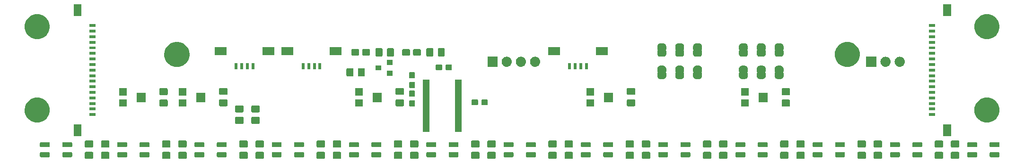
<source format=gbr>
G04 #@! TF.GenerationSoftware,KiCad,Pcbnew,(5.1.2)-2*
G04 #@! TF.CreationDate,2019-07-30T15:23:27+02:00*
G04 #@! TF.ProjectId,sensor_array_13_sensors,73656e73-6f72-45f6-9172-7261795f3133,1*
G04 #@! TF.SameCoordinates,Original*
G04 #@! TF.FileFunction,Soldermask,Top*
G04 #@! TF.FilePolarity,Negative*
%FSLAX46Y46*%
G04 Gerber Fmt 4.6, Leading zero omitted, Abs format (unit mm)*
G04 Created by KiCad (PCBNEW (5.1.2)-2) date 2019-07-30 15:23:27*
%MOMM*%
%LPD*%
G04 APERTURE LIST*
%ADD10C,0.100000*%
G04 APERTURE END LIST*
D10*
G36*
X199888674Y-57503465D02*
G01*
X199926367Y-57514899D01*
X199961103Y-57533466D01*
X199991548Y-57558452D01*
X200016534Y-57588897D01*
X200035101Y-57623633D01*
X200046535Y-57661326D01*
X200051000Y-57706661D01*
X200051000Y-58543339D01*
X200046535Y-58588674D01*
X200035101Y-58626367D01*
X200016534Y-58661103D01*
X199991548Y-58691548D01*
X199961103Y-58716534D01*
X199926367Y-58735101D01*
X199888674Y-58746535D01*
X199843339Y-58751000D01*
X198756661Y-58751000D01*
X198711326Y-58746535D01*
X198673633Y-58735101D01*
X198638897Y-58716534D01*
X198608452Y-58691548D01*
X198583466Y-58661103D01*
X198564899Y-58626367D01*
X198553465Y-58588674D01*
X198549000Y-58543339D01*
X198549000Y-57706661D01*
X198553465Y-57661326D01*
X198564899Y-57623633D01*
X198583466Y-57588897D01*
X198608452Y-57558452D01*
X198638897Y-57533466D01*
X198673633Y-57514899D01*
X198711326Y-57503465D01*
X198756661Y-57499000D01*
X199843339Y-57499000D01*
X199888674Y-57503465D01*
X199888674Y-57503465D01*
G37*
G36*
X196988674Y-57503465D02*
G01*
X197026367Y-57514899D01*
X197061103Y-57533466D01*
X197091548Y-57558452D01*
X197116534Y-57588897D01*
X197135101Y-57623633D01*
X197146535Y-57661326D01*
X197151000Y-57706661D01*
X197151000Y-58543339D01*
X197146535Y-58588674D01*
X197135101Y-58626367D01*
X197116534Y-58661103D01*
X197091548Y-58691548D01*
X197061103Y-58716534D01*
X197026367Y-58735101D01*
X196988674Y-58746535D01*
X196943339Y-58751000D01*
X195856661Y-58751000D01*
X195811326Y-58746535D01*
X195773633Y-58735101D01*
X195738897Y-58716534D01*
X195708452Y-58691548D01*
X195683466Y-58661103D01*
X195664899Y-58626367D01*
X195653465Y-58588674D01*
X195649000Y-58543339D01*
X195649000Y-57706661D01*
X195653465Y-57661326D01*
X195664899Y-57623633D01*
X195683466Y-57588897D01*
X195708452Y-57558452D01*
X195738897Y-57533466D01*
X195773633Y-57514899D01*
X195811326Y-57503465D01*
X195856661Y-57499000D01*
X196943339Y-57499000D01*
X196988674Y-57503465D01*
X196988674Y-57503465D01*
G37*
G36*
X186057902Y-57503465D02*
G01*
X186095595Y-57514899D01*
X186130331Y-57533466D01*
X186160776Y-57558452D01*
X186185762Y-57588897D01*
X186204329Y-57623633D01*
X186215763Y-57661326D01*
X186220228Y-57706661D01*
X186220228Y-58543339D01*
X186215763Y-58588674D01*
X186204329Y-58626367D01*
X186185762Y-58661103D01*
X186160776Y-58691548D01*
X186130331Y-58716534D01*
X186095595Y-58735101D01*
X186057902Y-58746535D01*
X186012567Y-58751000D01*
X184925889Y-58751000D01*
X184880554Y-58746535D01*
X184842861Y-58735101D01*
X184808125Y-58716534D01*
X184777680Y-58691548D01*
X184752694Y-58661103D01*
X184734127Y-58626367D01*
X184722693Y-58588674D01*
X184718228Y-58543339D01*
X184718228Y-57706661D01*
X184722693Y-57661326D01*
X184734127Y-57623633D01*
X184752694Y-57588897D01*
X184777680Y-57558452D01*
X184808125Y-57533466D01*
X184842861Y-57514899D01*
X184880554Y-57503465D01*
X184925889Y-57499000D01*
X186012567Y-57499000D01*
X186057902Y-57503465D01*
X186057902Y-57503465D01*
G37*
G36*
X172227133Y-57503465D02*
G01*
X172264826Y-57514899D01*
X172299562Y-57533466D01*
X172330007Y-57558452D01*
X172354993Y-57588897D01*
X172373560Y-57623633D01*
X172384994Y-57661326D01*
X172389459Y-57706661D01*
X172389459Y-58543339D01*
X172384994Y-58588674D01*
X172373560Y-58626367D01*
X172354993Y-58661103D01*
X172330007Y-58691548D01*
X172299562Y-58716534D01*
X172264826Y-58735101D01*
X172227133Y-58746535D01*
X172181798Y-58751000D01*
X171095120Y-58751000D01*
X171049785Y-58746535D01*
X171012092Y-58735101D01*
X170977356Y-58716534D01*
X170946911Y-58691548D01*
X170921925Y-58661103D01*
X170903358Y-58626367D01*
X170891924Y-58588674D01*
X170887459Y-58543339D01*
X170887459Y-57706661D01*
X170891924Y-57661326D01*
X170903358Y-57623633D01*
X170921925Y-57588897D01*
X170946911Y-57558452D01*
X170977356Y-57533466D01*
X171012092Y-57514899D01*
X171049785Y-57503465D01*
X171095120Y-57499000D01*
X172181798Y-57499000D01*
X172227133Y-57503465D01*
X172227133Y-57503465D01*
G37*
G36*
X158396364Y-57503465D02*
G01*
X158434057Y-57514899D01*
X158468793Y-57533466D01*
X158499238Y-57558452D01*
X158524224Y-57588897D01*
X158542791Y-57623633D01*
X158554225Y-57661326D01*
X158558690Y-57706661D01*
X158558690Y-58543339D01*
X158554225Y-58588674D01*
X158542791Y-58626367D01*
X158524224Y-58661103D01*
X158499238Y-58691548D01*
X158468793Y-58716534D01*
X158434057Y-58735101D01*
X158396364Y-58746535D01*
X158351029Y-58751000D01*
X157264351Y-58751000D01*
X157219016Y-58746535D01*
X157181323Y-58735101D01*
X157146587Y-58716534D01*
X157116142Y-58691548D01*
X157091156Y-58661103D01*
X157072589Y-58626367D01*
X157061155Y-58588674D01*
X157056690Y-58543339D01*
X157056690Y-57706661D01*
X157061155Y-57661326D01*
X157072589Y-57623633D01*
X157091156Y-57588897D01*
X157116142Y-57558452D01*
X157146587Y-57533466D01*
X157181323Y-57514899D01*
X157219016Y-57503465D01*
X157264351Y-57499000D01*
X158351029Y-57499000D01*
X158396364Y-57503465D01*
X158396364Y-57503465D01*
G37*
G36*
X144565595Y-57503465D02*
G01*
X144603288Y-57514899D01*
X144638024Y-57533466D01*
X144668469Y-57558452D01*
X144693455Y-57588897D01*
X144712022Y-57623633D01*
X144723456Y-57661326D01*
X144727921Y-57706661D01*
X144727921Y-58543339D01*
X144723456Y-58588674D01*
X144712022Y-58626367D01*
X144693455Y-58661103D01*
X144668469Y-58691548D01*
X144638024Y-58716534D01*
X144603288Y-58735101D01*
X144565595Y-58746535D01*
X144520260Y-58751000D01*
X143433582Y-58751000D01*
X143388247Y-58746535D01*
X143350554Y-58735101D01*
X143315818Y-58716534D01*
X143285373Y-58691548D01*
X143260387Y-58661103D01*
X143241820Y-58626367D01*
X143230386Y-58588674D01*
X143225921Y-58543339D01*
X143225921Y-57706661D01*
X143230386Y-57661326D01*
X143241820Y-57623633D01*
X143260387Y-57588897D01*
X143285373Y-57558452D01*
X143315818Y-57533466D01*
X143350554Y-57514899D01*
X143388247Y-57503465D01*
X143433582Y-57499000D01*
X144520260Y-57499000D01*
X144565595Y-57503465D01*
X144565595Y-57503465D01*
G37*
G36*
X130734826Y-57503465D02*
G01*
X130772519Y-57514899D01*
X130807255Y-57533466D01*
X130837700Y-57558452D01*
X130862686Y-57588897D01*
X130881253Y-57623633D01*
X130892687Y-57661326D01*
X130897152Y-57706661D01*
X130897152Y-58543339D01*
X130892687Y-58588674D01*
X130881253Y-58626367D01*
X130862686Y-58661103D01*
X130837700Y-58691548D01*
X130807255Y-58716534D01*
X130772519Y-58735101D01*
X130734826Y-58746535D01*
X130689491Y-58751000D01*
X129602813Y-58751000D01*
X129557478Y-58746535D01*
X129519785Y-58735101D01*
X129485049Y-58716534D01*
X129454604Y-58691548D01*
X129429618Y-58661103D01*
X129411051Y-58626367D01*
X129399617Y-58588674D01*
X129395152Y-58543339D01*
X129395152Y-57706661D01*
X129399617Y-57661326D01*
X129411051Y-57623633D01*
X129429618Y-57588897D01*
X129454604Y-57558452D01*
X129485049Y-57533466D01*
X129519785Y-57514899D01*
X129557478Y-57503465D01*
X129602813Y-57499000D01*
X130689491Y-57499000D01*
X130734826Y-57503465D01*
X130734826Y-57503465D01*
G37*
G36*
X116904057Y-57503465D02*
G01*
X116941750Y-57514899D01*
X116976486Y-57533466D01*
X117006931Y-57558452D01*
X117031917Y-57588897D01*
X117050484Y-57623633D01*
X117061918Y-57661326D01*
X117066383Y-57706661D01*
X117066383Y-58543339D01*
X117061918Y-58588674D01*
X117050484Y-58626367D01*
X117031917Y-58661103D01*
X117006931Y-58691548D01*
X116976486Y-58716534D01*
X116941750Y-58735101D01*
X116904057Y-58746535D01*
X116858722Y-58751000D01*
X115772044Y-58751000D01*
X115726709Y-58746535D01*
X115689016Y-58735101D01*
X115654280Y-58716534D01*
X115623835Y-58691548D01*
X115598849Y-58661103D01*
X115580282Y-58626367D01*
X115568848Y-58588674D01*
X115564383Y-58543339D01*
X115564383Y-57706661D01*
X115568848Y-57661326D01*
X115580282Y-57623633D01*
X115598849Y-57588897D01*
X115623835Y-57558452D01*
X115654280Y-57533466D01*
X115689016Y-57514899D01*
X115726709Y-57503465D01*
X115772044Y-57499000D01*
X116858722Y-57499000D01*
X116904057Y-57503465D01*
X116904057Y-57503465D01*
G37*
G36*
X103073288Y-57503465D02*
G01*
X103110981Y-57514899D01*
X103145717Y-57533466D01*
X103176162Y-57558452D01*
X103201148Y-57588897D01*
X103219715Y-57623633D01*
X103231149Y-57661326D01*
X103235614Y-57706661D01*
X103235614Y-58543339D01*
X103231149Y-58588674D01*
X103219715Y-58626367D01*
X103201148Y-58661103D01*
X103176162Y-58691548D01*
X103145717Y-58716534D01*
X103110981Y-58735101D01*
X103073288Y-58746535D01*
X103027953Y-58751000D01*
X101941275Y-58751000D01*
X101895940Y-58746535D01*
X101858247Y-58735101D01*
X101823511Y-58716534D01*
X101793066Y-58691548D01*
X101768080Y-58661103D01*
X101749513Y-58626367D01*
X101738079Y-58588674D01*
X101733614Y-58543339D01*
X101733614Y-57706661D01*
X101738079Y-57661326D01*
X101749513Y-57623633D01*
X101768080Y-57588897D01*
X101793066Y-57558452D01*
X101823511Y-57533466D01*
X101858247Y-57514899D01*
X101895940Y-57503465D01*
X101941275Y-57499000D01*
X103027953Y-57499000D01*
X103073288Y-57503465D01*
X103073288Y-57503465D01*
G37*
G36*
X89242519Y-57503465D02*
G01*
X89280212Y-57514899D01*
X89314948Y-57533466D01*
X89345393Y-57558452D01*
X89370379Y-57588897D01*
X89388946Y-57623633D01*
X89400380Y-57661326D01*
X89404845Y-57706661D01*
X89404845Y-58543339D01*
X89400380Y-58588674D01*
X89388946Y-58626367D01*
X89370379Y-58661103D01*
X89345393Y-58691548D01*
X89314948Y-58716534D01*
X89280212Y-58735101D01*
X89242519Y-58746535D01*
X89197184Y-58751000D01*
X88110506Y-58751000D01*
X88065171Y-58746535D01*
X88027478Y-58735101D01*
X87992742Y-58716534D01*
X87962297Y-58691548D01*
X87937311Y-58661103D01*
X87918744Y-58626367D01*
X87907310Y-58588674D01*
X87902845Y-58543339D01*
X87902845Y-57706661D01*
X87907310Y-57661326D01*
X87918744Y-57623633D01*
X87937311Y-57588897D01*
X87962297Y-57558452D01*
X87992742Y-57533466D01*
X88027478Y-57514899D01*
X88065171Y-57503465D01*
X88110506Y-57499000D01*
X89197184Y-57499000D01*
X89242519Y-57503465D01*
X89242519Y-57503465D01*
G37*
G36*
X75411750Y-57503465D02*
G01*
X75449443Y-57514899D01*
X75484179Y-57533466D01*
X75514624Y-57558452D01*
X75539610Y-57588897D01*
X75558177Y-57623633D01*
X75569611Y-57661326D01*
X75574076Y-57706661D01*
X75574076Y-58543339D01*
X75569611Y-58588674D01*
X75558177Y-58626367D01*
X75539610Y-58661103D01*
X75514624Y-58691548D01*
X75484179Y-58716534D01*
X75449443Y-58735101D01*
X75411750Y-58746535D01*
X75366415Y-58751000D01*
X74279737Y-58751000D01*
X74234402Y-58746535D01*
X74196709Y-58735101D01*
X74161973Y-58716534D01*
X74131528Y-58691548D01*
X74106542Y-58661103D01*
X74087975Y-58626367D01*
X74076541Y-58588674D01*
X74072076Y-58543339D01*
X74072076Y-57706661D01*
X74076541Y-57661326D01*
X74087975Y-57623633D01*
X74106542Y-57588897D01*
X74131528Y-57558452D01*
X74161973Y-57533466D01*
X74196709Y-57514899D01*
X74234402Y-57503465D01*
X74279737Y-57499000D01*
X75366415Y-57499000D01*
X75411750Y-57503465D01*
X75411750Y-57503465D01*
G37*
G36*
X61580981Y-57503465D02*
G01*
X61618674Y-57514899D01*
X61653410Y-57533466D01*
X61683855Y-57558452D01*
X61708841Y-57588897D01*
X61727408Y-57623633D01*
X61738842Y-57661326D01*
X61743307Y-57706661D01*
X61743307Y-58543339D01*
X61738842Y-58588674D01*
X61727408Y-58626367D01*
X61708841Y-58661103D01*
X61683855Y-58691548D01*
X61653410Y-58716534D01*
X61618674Y-58735101D01*
X61580981Y-58746535D01*
X61535646Y-58751000D01*
X60448968Y-58751000D01*
X60403633Y-58746535D01*
X60365940Y-58735101D01*
X60331204Y-58716534D01*
X60300759Y-58691548D01*
X60275773Y-58661103D01*
X60257206Y-58626367D01*
X60245772Y-58588674D01*
X60241307Y-58543339D01*
X60241307Y-57706661D01*
X60245772Y-57661326D01*
X60257206Y-57623633D01*
X60275773Y-57588897D01*
X60300759Y-57558452D01*
X60331204Y-57533466D01*
X60365940Y-57514899D01*
X60403633Y-57503465D01*
X60448968Y-57499000D01*
X61535646Y-57499000D01*
X61580981Y-57503465D01*
X61580981Y-57503465D01*
G37*
G36*
X47750212Y-57503465D02*
G01*
X47787905Y-57514899D01*
X47822641Y-57533466D01*
X47853086Y-57558452D01*
X47878072Y-57588897D01*
X47896639Y-57623633D01*
X47908073Y-57661326D01*
X47912538Y-57706661D01*
X47912538Y-58543339D01*
X47908073Y-58588674D01*
X47896639Y-58626367D01*
X47878072Y-58661103D01*
X47853086Y-58691548D01*
X47822641Y-58716534D01*
X47787905Y-58735101D01*
X47750212Y-58746535D01*
X47704877Y-58751000D01*
X46618199Y-58751000D01*
X46572864Y-58746535D01*
X46535171Y-58735101D01*
X46500435Y-58716534D01*
X46469990Y-58691548D01*
X46445004Y-58661103D01*
X46426437Y-58626367D01*
X46415003Y-58588674D01*
X46410538Y-58543339D01*
X46410538Y-57706661D01*
X46415003Y-57661326D01*
X46426437Y-57623633D01*
X46445004Y-57588897D01*
X46469990Y-57558452D01*
X46500435Y-57533466D01*
X46535171Y-57514899D01*
X46572864Y-57503465D01*
X46618199Y-57499000D01*
X47704877Y-57499000D01*
X47750212Y-57503465D01*
X47750212Y-57503465D01*
G37*
G36*
X169327133Y-57503465D02*
G01*
X169364826Y-57514899D01*
X169399562Y-57533466D01*
X169430007Y-57558452D01*
X169454993Y-57588897D01*
X169473560Y-57623633D01*
X169484994Y-57661326D01*
X169489459Y-57706661D01*
X169489459Y-58543339D01*
X169484994Y-58588674D01*
X169473560Y-58626367D01*
X169454993Y-58661103D01*
X169430007Y-58691548D01*
X169399562Y-58716534D01*
X169364826Y-58735101D01*
X169327133Y-58746535D01*
X169281798Y-58751000D01*
X168195120Y-58751000D01*
X168149785Y-58746535D01*
X168112092Y-58735101D01*
X168077356Y-58716534D01*
X168046911Y-58691548D01*
X168021925Y-58661103D01*
X168003358Y-58626367D01*
X167991924Y-58588674D01*
X167987459Y-58543339D01*
X167987459Y-57706661D01*
X167991924Y-57661326D01*
X168003358Y-57623633D01*
X168021925Y-57588897D01*
X168046911Y-57558452D01*
X168077356Y-57533466D01*
X168112092Y-57514899D01*
X168149785Y-57503465D01*
X168195120Y-57499000D01*
X169281798Y-57499000D01*
X169327133Y-57503465D01*
X169327133Y-57503465D01*
G37*
G36*
X183157902Y-57503465D02*
G01*
X183195595Y-57514899D01*
X183230331Y-57533466D01*
X183260776Y-57558452D01*
X183285762Y-57588897D01*
X183304329Y-57623633D01*
X183315763Y-57661326D01*
X183320228Y-57706661D01*
X183320228Y-58543339D01*
X183315763Y-58588674D01*
X183304329Y-58626367D01*
X183285762Y-58661103D01*
X183260776Y-58691548D01*
X183230331Y-58716534D01*
X183195595Y-58735101D01*
X183157902Y-58746535D01*
X183112567Y-58751000D01*
X182025889Y-58751000D01*
X181980554Y-58746535D01*
X181942861Y-58735101D01*
X181908125Y-58716534D01*
X181877680Y-58691548D01*
X181852694Y-58661103D01*
X181834127Y-58626367D01*
X181822693Y-58588674D01*
X181818228Y-58543339D01*
X181818228Y-57706661D01*
X181822693Y-57661326D01*
X181834127Y-57623633D01*
X181852694Y-57588897D01*
X181877680Y-57558452D01*
X181908125Y-57533466D01*
X181942861Y-57514899D01*
X181980554Y-57503465D01*
X182025889Y-57499000D01*
X183112567Y-57499000D01*
X183157902Y-57503465D01*
X183157902Y-57503465D01*
G37*
G36*
X44850212Y-57503465D02*
G01*
X44887905Y-57514899D01*
X44922641Y-57533466D01*
X44953086Y-57558452D01*
X44978072Y-57588897D01*
X44996639Y-57623633D01*
X45008073Y-57661326D01*
X45012538Y-57706661D01*
X45012538Y-58543339D01*
X45008073Y-58588674D01*
X44996639Y-58626367D01*
X44978072Y-58661103D01*
X44953086Y-58691548D01*
X44922641Y-58716534D01*
X44887905Y-58735101D01*
X44850212Y-58746535D01*
X44804877Y-58751000D01*
X43718199Y-58751000D01*
X43672864Y-58746535D01*
X43635171Y-58735101D01*
X43600435Y-58716534D01*
X43569990Y-58691548D01*
X43545004Y-58661103D01*
X43526437Y-58626367D01*
X43515003Y-58588674D01*
X43510538Y-58543339D01*
X43510538Y-57706661D01*
X43515003Y-57661326D01*
X43526437Y-57623633D01*
X43545004Y-57588897D01*
X43569990Y-57558452D01*
X43600435Y-57533466D01*
X43635171Y-57514899D01*
X43672864Y-57503465D01*
X43718199Y-57499000D01*
X44804877Y-57499000D01*
X44850212Y-57503465D01*
X44850212Y-57503465D01*
G37*
G36*
X58680981Y-57503465D02*
G01*
X58718674Y-57514899D01*
X58753410Y-57533466D01*
X58783855Y-57558452D01*
X58808841Y-57588897D01*
X58827408Y-57623633D01*
X58838842Y-57661326D01*
X58843307Y-57706661D01*
X58843307Y-58543339D01*
X58838842Y-58588674D01*
X58827408Y-58626367D01*
X58808841Y-58661103D01*
X58783855Y-58691548D01*
X58753410Y-58716534D01*
X58718674Y-58735101D01*
X58680981Y-58746535D01*
X58635646Y-58751000D01*
X57548968Y-58751000D01*
X57503633Y-58746535D01*
X57465940Y-58735101D01*
X57431204Y-58716534D01*
X57400759Y-58691548D01*
X57375773Y-58661103D01*
X57357206Y-58626367D01*
X57345772Y-58588674D01*
X57341307Y-58543339D01*
X57341307Y-57706661D01*
X57345772Y-57661326D01*
X57357206Y-57623633D01*
X57375773Y-57588897D01*
X57400759Y-57558452D01*
X57431204Y-57533466D01*
X57465940Y-57514899D01*
X57503633Y-57503465D01*
X57548968Y-57499000D01*
X58635646Y-57499000D01*
X58680981Y-57503465D01*
X58680981Y-57503465D01*
G37*
G36*
X72511750Y-57503465D02*
G01*
X72549443Y-57514899D01*
X72584179Y-57533466D01*
X72614624Y-57558452D01*
X72639610Y-57588897D01*
X72658177Y-57623633D01*
X72669611Y-57661326D01*
X72674076Y-57706661D01*
X72674076Y-58543339D01*
X72669611Y-58588674D01*
X72658177Y-58626367D01*
X72639610Y-58661103D01*
X72614624Y-58691548D01*
X72584179Y-58716534D01*
X72549443Y-58735101D01*
X72511750Y-58746535D01*
X72466415Y-58751000D01*
X71379737Y-58751000D01*
X71334402Y-58746535D01*
X71296709Y-58735101D01*
X71261973Y-58716534D01*
X71231528Y-58691548D01*
X71206542Y-58661103D01*
X71187975Y-58626367D01*
X71176541Y-58588674D01*
X71172076Y-58543339D01*
X71172076Y-57706661D01*
X71176541Y-57661326D01*
X71187975Y-57623633D01*
X71206542Y-57588897D01*
X71231528Y-57558452D01*
X71261973Y-57533466D01*
X71296709Y-57514899D01*
X71334402Y-57503465D01*
X71379737Y-57499000D01*
X72466415Y-57499000D01*
X72511750Y-57503465D01*
X72511750Y-57503465D01*
G37*
G36*
X86342519Y-57503465D02*
G01*
X86380212Y-57514899D01*
X86414948Y-57533466D01*
X86445393Y-57558452D01*
X86470379Y-57588897D01*
X86488946Y-57623633D01*
X86500380Y-57661326D01*
X86504845Y-57706661D01*
X86504845Y-58543339D01*
X86500380Y-58588674D01*
X86488946Y-58626367D01*
X86470379Y-58661103D01*
X86445393Y-58691548D01*
X86414948Y-58716534D01*
X86380212Y-58735101D01*
X86342519Y-58746535D01*
X86297184Y-58751000D01*
X85210506Y-58751000D01*
X85165171Y-58746535D01*
X85127478Y-58735101D01*
X85092742Y-58716534D01*
X85062297Y-58691548D01*
X85037311Y-58661103D01*
X85018744Y-58626367D01*
X85007310Y-58588674D01*
X85002845Y-58543339D01*
X85002845Y-57706661D01*
X85007310Y-57661326D01*
X85018744Y-57623633D01*
X85037311Y-57588897D01*
X85062297Y-57558452D01*
X85092742Y-57533466D01*
X85127478Y-57514899D01*
X85165171Y-57503465D01*
X85210506Y-57499000D01*
X86297184Y-57499000D01*
X86342519Y-57503465D01*
X86342519Y-57503465D01*
G37*
G36*
X100173288Y-57503465D02*
G01*
X100210981Y-57514899D01*
X100245717Y-57533466D01*
X100276162Y-57558452D01*
X100301148Y-57588897D01*
X100319715Y-57623633D01*
X100331149Y-57661326D01*
X100335614Y-57706661D01*
X100335614Y-58543339D01*
X100331149Y-58588674D01*
X100319715Y-58626367D01*
X100301148Y-58661103D01*
X100276162Y-58691548D01*
X100245717Y-58716534D01*
X100210981Y-58735101D01*
X100173288Y-58746535D01*
X100127953Y-58751000D01*
X99041275Y-58751000D01*
X98995940Y-58746535D01*
X98958247Y-58735101D01*
X98923511Y-58716534D01*
X98893066Y-58691548D01*
X98868080Y-58661103D01*
X98849513Y-58626367D01*
X98838079Y-58588674D01*
X98833614Y-58543339D01*
X98833614Y-57706661D01*
X98838079Y-57661326D01*
X98849513Y-57623633D01*
X98868080Y-57588897D01*
X98893066Y-57558452D01*
X98923511Y-57533466D01*
X98958247Y-57514899D01*
X98995940Y-57503465D01*
X99041275Y-57499000D01*
X100127953Y-57499000D01*
X100173288Y-57503465D01*
X100173288Y-57503465D01*
G37*
G36*
X114004057Y-57503465D02*
G01*
X114041750Y-57514899D01*
X114076486Y-57533466D01*
X114106931Y-57558452D01*
X114131917Y-57588897D01*
X114150484Y-57623633D01*
X114161918Y-57661326D01*
X114166383Y-57706661D01*
X114166383Y-58543339D01*
X114161918Y-58588674D01*
X114150484Y-58626367D01*
X114131917Y-58661103D01*
X114106931Y-58691548D01*
X114076486Y-58716534D01*
X114041750Y-58735101D01*
X114004057Y-58746535D01*
X113958722Y-58751000D01*
X112872044Y-58751000D01*
X112826709Y-58746535D01*
X112789016Y-58735101D01*
X112754280Y-58716534D01*
X112723835Y-58691548D01*
X112698849Y-58661103D01*
X112680282Y-58626367D01*
X112668848Y-58588674D01*
X112664383Y-58543339D01*
X112664383Y-57706661D01*
X112668848Y-57661326D01*
X112680282Y-57623633D01*
X112698849Y-57588897D01*
X112723835Y-57558452D01*
X112754280Y-57533466D01*
X112789016Y-57514899D01*
X112826709Y-57503465D01*
X112872044Y-57499000D01*
X113958722Y-57499000D01*
X114004057Y-57503465D01*
X114004057Y-57503465D01*
G37*
G36*
X127834826Y-57503465D02*
G01*
X127872519Y-57514899D01*
X127907255Y-57533466D01*
X127937700Y-57558452D01*
X127962686Y-57588897D01*
X127981253Y-57623633D01*
X127992687Y-57661326D01*
X127997152Y-57706661D01*
X127997152Y-58543339D01*
X127992687Y-58588674D01*
X127981253Y-58626367D01*
X127962686Y-58661103D01*
X127937700Y-58691548D01*
X127907255Y-58716534D01*
X127872519Y-58735101D01*
X127834826Y-58746535D01*
X127789491Y-58751000D01*
X126702813Y-58751000D01*
X126657478Y-58746535D01*
X126619785Y-58735101D01*
X126585049Y-58716534D01*
X126554604Y-58691548D01*
X126529618Y-58661103D01*
X126511051Y-58626367D01*
X126499617Y-58588674D01*
X126495152Y-58543339D01*
X126495152Y-57706661D01*
X126499617Y-57661326D01*
X126511051Y-57623633D01*
X126529618Y-57588897D01*
X126554604Y-57558452D01*
X126585049Y-57533466D01*
X126619785Y-57514899D01*
X126657478Y-57503465D01*
X126702813Y-57499000D01*
X127789491Y-57499000D01*
X127834826Y-57503465D01*
X127834826Y-57503465D01*
G37*
G36*
X141665595Y-57503465D02*
G01*
X141703288Y-57514899D01*
X141738024Y-57533466D01*
X141768469Y-57558452D01*
X141793455Y-57588897D01*
X141812022Y-57623633D01*
X141823456Y-57661326D01*
X141827921Y-57706661D01*
X141827921Y-58543339D01*
X141823456Y-58588674D01*
X141812022Y-58626367D01*
X141793455Y-58661103D01*
X141768469Y-58691548D01*
X141738024Y-58716534D01*
X141703288Y-58735101D01*
X141665595Y-58746535D01*
X141620260Y-58751000D01*
X140533582Y-58751000D01*
X140488247Y-58746535D01*
X140450554Y-58735101D01*
X140415818Y-58716534D01*
X140385373Y-58691548D01*
X140360387Y-58661103D01*
X140341820Y-58626367D01*
X140330386Y-58588674D01*
X140325921Y-58543339D01*
X140325921Y-57706661D01*
X140330386Y-57661326D01*
X140341820Y-57623633D01*
X140360387Y-57588897D01*
X140385373Y-57558452D01*
X140415818Y-57533466D01*
X140450554Y-57514899D01*
X140488247Y-57503465D01*
X140533582Y-57499000D01*
X141620260Y-57499000D01*
X141665595Y-57503465D01*
X141665595Y-57503465D01*
G37*
G36*
X155496364Y-57503465D02*
G01*
X155534057Y-57514899D01*
X155568793Y-57533466D01*
X155599238Y-57558452D01*
X155624224Y-57588897D01*
X155642791Y-57623633D01*
X155654225Y-57661326D01*
X155658690Y-57706661D01*
X155658690Y-58543339D01*
X155654225Y-58588674D01*
X155642791Y-58626367D01*
X155624224Y-58661103D01*
X155599238Y-58691548D01*
X155568793Y-58716534D01*
X155534057Y-58735101D01*
X155496364Y-58746535D01*
X155451029Y-58751000D01*
X154364351Y-58751000D01*
X154319016Y-58746535D01*
X154281323Y-58735101D01*
X154246587Y-58716534D01*
X154216142Y-58691548D01*
X154191156Y-58661103D01*
X154172589Y-58626367D01*
X154161155Y-58588674D01*
X154156690Y-58543339D01*
X154156690Y-57706661D01*
X154161155Y-57661326D01*
X154172589Y-57623633D01*
X154191156Y-57588897D01*
X154216142Y-57558452D01*
X154246587Y-57533466D01*
X154281323Y-57514899D01*
X154319016Y-57503465D01*
X154364351Y-57499000D01*
X155451029Y-57499000D01*
X155496364Y-57503465D01*
X155496364Y-57503465D01*
G37*
G36*
X207118361Y-57557677D02*
G01*
X207148359Y-57566777D01*
X207175999Y-57581551D01*
X207200230Y-57601437D01*
X207220116Y-57625668D01*
X207234890Y-57653308D01*
X207243990Y-57683306D01*
X207247667Y-57720641D01*
X207247667Y-58279359D01*
X207243990Y-58316694D01*
X207234890Y-58346692D01*
X207220116Y-58374332D01*
X207200230Y-58398563D01*
X207175999Y-58418449D01*
X207148359Y-58433223D01*
X207118361Y-58442323D01*
X207081026Y-58446000D01*
X205652308Y-58446000D01*
X205614973Y-58442323D01*
X205584975Y-58433223D01*
X205557335Y-58418449D01*
X205533104Y-58398563D01*
X205513218Y-58374332D01*
X205498444Y-58346692D01*
X205489344Y-58316694D01*
X205485667Y-58279359D01*
X205485667Y-57720641D01*
X205489344Y-57683306D01*
X205498444Y-57653308D01*
X205513218Y-57625668D01*
X205533104Y-57601437D01*
X205557335Y-57581551D01*
X205584975Y-57566777D01*
X205614973Y-57557677D01*
X205652308Y-57554000D01*
X207081026Y-57554000D01*
X207118361Y-57557677D01*
X207118361Y-57557677D01*
G37*
G36*
X203118361Y-57557677D02*
G01*
X203148359Y-57566777D01*
X203175999Y-57581551D01*
X203200230Y-57601437D01*
X203220116Y-57625668D01*
X203234890Y-57653308D01*
X203243990Y-57683306D01*
X203247667Y-57720641D01*
X203247667Y-58279359D01*
X203243990Y-58316694D01*
X203234890Y-58346692D01*
X203220116Y-58374332D01*
X203200230Y-58398563D01*
X203175999Y-58418449D01*
X203148359Y-58433223D01*
X203118361Y-58442323D01*
X203081026Y-58446000D01*
X201652308Y-58446000D01*
X201614973Y-58442323D01*
X201584975Y-58433223D01*
X201557335Y-58418449D01*
X201533104Y-58398563D01*
X201513218Y-58374332D01*
X201498444Y-58346692D01*
X201489344Y-58316694D01*
X201485667Y-58279359D01*
X201485667Y-57720641D01*
X201489344Y-57683306D01*
X201498444Y-57653308D01*
X201513218Y-57625668D01*
X201533104Y-57601437D01*
X201557335Y-57581551D01*
X201584975Y-57566777D01*
X201614973Y-57557677D01*
X201652308Y-57554000D01*
X203081026Y-57554000D01*
X203118361Y-57557677D01*
X203118361Y-57557677D01*
G37*
G36*
X161618361Y-57557677D02*
G01*
X161648359Y-57566777D01*
X161675999Y-57581551D01*
X161700230Y-57601437D01*
X161720116Y-57625668D01*
X161734890Y-57653308D01*
X161743990Y-57683306D01*
X161747667Y-57720641D01*
X161747667Y-58279359D01*
X161743990Y-58316694D01*
X161734890Y-58346692D01*
X161720116Y-58374332D01*
X161700230Y-58398563D01*
X161675999Y-58418449D01*
X161648359Y-58433223D01*
X161618361Y-58442323D01*
X161581026Y-58446000D01*
X160152308Y-58446000D01*
X160114973Y-58442323D01*
X160084975Y-58433223D01*
X160057335Y-58418449D01*
X160033104Y-58398563D01*
X160013218Y-58374332D01*
X159998444Y-58346692D01*
X159989344Y-58316694D01*
X159985667Y-58279359D01*
X159985667Y-57720641D01*
X159989344Y-57683306D01*
X159998444Y-57653308D01*
X160013218Y-57625668D01*
X160033104Y-57601437D01*
X160057335Y-57581551D01*
X160084975Y-57566777D01*
X160114973Y-57557677D01*
X160152308Y-57554000D01*
X161581026Y-57554000D01*
X161618361Y-57557677D01*
X161618361Y-57557677D01*
G37*
G36*
X147785027Y-57557677D02*
G01*
X147815025Y-57566777D01*
X147842665Y-57581551D01*
X147866896Y-57601437D01*
X147886782Y-57625668D01*
X147901556Y-57653308D01*
X147910656Y-57683306D01*
X147914333Y-57720641D01*
X147914333Y-58279359D01*
X147910656Y-58316694D01*
X147901556Y-58346692D01*
X147886782Y-58374332D01*
X147866896Y-58398563D01*
X147842665Y-58418449D01*
X147815025Y-58433223D01*
X147785027Y-58442323D01*
X147747692Y-58446000D01*
X146318974Y-58446000D01*
X146281639Y-58442323D01*
X146251641Y-58433223D01*
X146224001Y-58418449D01*
X146199770Y-58398563D01*
X146179884Y-58374332D01*
X146165110Y-58346692D01*
X146156010Y-58316694D01*
X146152333Y-58279359D01*
X146152333Y-57720641D01*
X146156010Y-57683306D01*
X146165110Y-57653308D01*
X146179884Y-57625668D01*
X146199770Y-57601437D01*
X146224001Y-57581551D01*
X146251641Y-57566777D01*
X146281639Y-57557677D01*
X146318974Y-57554000D01*
X147747692Y-57554000D01*
X147785027Y-57557677D01*
X147785027Y-57557677D01*
G37*
G36*
X92451694Y-57557677D02*
G01*
X92481692Y-57566777D01*
X92509332Y-57581551D01*
X92533563Y-57601437D01*
X92553449Y-57625668D01*
X92568223Y-57653308D01*
X92577323Y-57683306D01*
X92581000Y-57720641D01*
X92581000Y-58279359D01*
X92577323Y-58316694D01*
X92568223Y-58346692D01*
X92553449Y-58374332D01*
X92533563Y-58398563D01*
X92509332Y-58418449D01*
X92481692Y-58433223D01*
X92451694Y-58442323D01*
X92414359Y-58446000D01*
X90985641Y-58446000D01*
X90948306Y-58442323D01*
X90918308Y-58433223D01*
X90890668Y-58418449D01*
X90866437Y-58398563D01*
X90846551Y-58374332D01*
X90831777Y-58346692D01*
X90822677Y-58316694D01*
X90819000Y-58279359D01*
X90819000Y-57720641D01*
X90822677Y-57683306D01*
X90831777Y-57653308D01*
X90846551Y-57625668D01*
X90866437Y-57601437D01*
X90890668Y-57581551D01*
X90918308Y-57566777D01*
X90948306Y-57557677D01*
X90985641Y-57554000D01*
X92414359Y-57554000D01*
X92451694Y-57557677D01*
X92451694Y-57557677D01*
G37*
G36*
X137951694Y-57557677D02*
G01*
X137981692Y-57566777D01*
X138009332Y-57581551D01*
X138033563Y-57601437D01*
X138053449Y-57625668D01*
X138068223Y-57653308D01*
X138077323Y-57683306D01*
X138081000Y-57720641D01*
X138081000Y-58279359D01*
X138077323Y-58316694D01*
X138068223Y-58346692D01*
X138053449Y-58374332D01*
X138033563Y-58398563D01*
X138009332Y-58418449D01*
X137981692Y-58433223D01*
X137951694Y-58442323D01*
X137914359Y-58446000D01*
X136485641Y-58446000D01*
X136448306Y-58442323D01*
X136418308Y-58433223D01*
X136390668Y-58418449D01*
X136366437Y-58398563D01*
X136346551Y-58374332D01*
X136331777Y-58346692D01*
X136322677Y-58316694D01*
X136319000Y-58279359D01*
X136319000Y-57720641D01*
X136322677Y-57683306D01*
X136331777Y-57653308D01*
X136346551Y-57625668D01*
X136366437Y-57601437D01*
X136390668Y-57581551D01*
X136418308Y-57566777D01*
X136448306Y-57557677D01*
X136485641Y-57554000D01*
X137914359Y-57554000D01*
X137951694Y-57557677D01*
X137951694Y-57557677D01*
G37*
G36*
X133951694Y-57557677D02*
G01*
X133981692Y-57566777D01*
X134009332Y-57581551D01*
X134033563Y-57601437D01*
X134053449Y-57625668D01*
X134068223Y-57653308D01*
X134077323Y-57683306D01*
X134081000Y-57720641D01*
X134081000Y-58279359D01*
X134077323Y-58316694D01*
X134068223Y-58346692D01*
X134053449Y-58374332D01*
X134033563Y-58398563D01*
X134009332Y-58418449D01*
X133981692Y-58433223D01*
X133951694Y-58442323D01*
X133914359Y-58446000D01*
X132485641Y-58446000D01*
X132448306Y-58442323D01*
X132418308Y-58433223D01*
X132390668Y-58418449D01*
X132366437Y-58398563D01*
X132346551Y-58374332D01*
X132331777Y-58346692D01*
X132322677Y-58316694D01*
X132319000Y-58279359D01*
X132319000Y-57720641D01*
X132322677Y-57683306D01*
X132331777Y-57653308D01*
X132346551Y-57625668D01*
X132366437Y-57601437D01*
X132390668Y-57581551D01*
X132418308Y-57566777D01*
X132448306Y-57557677D01*
X132485641Y-57554000D01*
X133914359Y-57554000D01*
X133951694Y-57557677D01*
X133951694Y-57557677D01*
G37*
G36*
X124118361Y-57557677D02*
G01*
X124148359Y-57566777D01*
X124175999Y-57581551D01*
X124200230Y-57601437D01*
X124220116Y-57625668D01*
X124234890Y-57653308D01*
X124243990Y-57683306D01*
X124247667Y-57720641D01*
X124247667Y-58279359D01*
X124243990Y-58316694D01*
X124234890Y-58346692D01*
X124220116Y-58374332D01*
X124200230Y-58398563D01*
X124175999Y-58418449D01*
X124148359Y-58433223D01*
X124118361Y-58442323D01*
X124081026Y-58446000D01*
X122652308Y-58446000D01*
X122614973Y-58442323D01*
X122584975Y-58433223D01*
X122557335Y-58418449D01*
X122533104Y-58398563D01*
X122513218Y-58374332D01*
X122498444Y-58346692D01*
X122489344Y-58316694D01*
X122485667Y-58279359D01*
X122485667Y-57720641D01*
X122489344Y-57683306D01*
X122498444Y-57653308D01*
X122513218Y-57625668D01*
X122533104Y-57601437D01*
X122557335Y-57581551D01*
X122584975Y-57566777D01*
X122614973Y-57557677D01*
X122652308Y-57554000D01*
X124081026Y-57554000D01*
X124118361Y-57557677D01*
X124118361Y-57557677D01*
G37*
G36*
X193285027Y-57557677D02*
G01*
X193315025Y-57566777D01*
X193342665Y-57581551D01*
X193366896Y-57601437D01*
X193386782Y-57625668D01*
X193401556Y-57653308D01*
X193410656Y-57683306D01*
X193414333Y-57720641D01*
X193414333Y-58279359D01*
X193410656Y-58316694D01*
X193401556Y-58346692D01*
X193386782Y-58374332D01*
X193366896Y-58398563D01*
X193342665Y-58418449D01*
X193315025Y-58433223D01*
X193285027Y-58442323D01*
X193247692Y-58446000D01*
X191818974Y-58446000D01*
X191781639Y-58442323D01*
X191751641Y-58433223D01*
X191724001Y-58418449D01*
X191699770Y-58398563D01*
X191679884Y-58374332D01*
X191665110Y-58346692D01*
X191656010Y-58316694D01*
X191652333Y-58279359D01*
X191652333Y-57720641D01*
X191656010Y-57683306D01*
X191665110Y-57653308D01*
X191679884Y-57625668D01*
X191699770Y-57601437D01*
X191724001Y-57581551D01*
X191751641Y-57566777D01*
X191781639Y-57557677D01*
X191818974Y-57554000D01*
X193247692Y-57554000D01*
X193285027Y-57557677D01*
X193285027Y-57557677D01*
G37*
G36*
X106285027Y-57557677D02*
G01*
X106315025Y-57566777D01*
X106342665Y-57581551D01*
X106366896Y-57601437D01*
X106386782Y-57625668D01*
X106401556Y-57653308D01*
X106410656Y-57683306D01*
X106414333Y-57720641D01*
X106414333Y-58279359D01*
X106410656Y-58316694D01*
X106401556Y-58346692D01*
X106386782Y-58374332D01*
X106366896Y-58398563D01*
X106342665Y-58418449D01*
X106315025Y-58433223D01*
X106285027Y-58442323D01*
X106247692Y-58446000D01*
X104818974Y-58446000D01*
X104781639Y-58442323D01*
X104751641Y-58433223D01*
X104724001Y-58418449D01*
X104699770Y-58398563D01*
X104679884Y-58374332D01*
X104665110Y-58346692D01*
X104656010Y-58316694D01*
X104652333Y-58279359D01*
X104652333Y-57720641D01*
X104656010Y-57683306D01*
X104665110Y-57653308D01*
X104679884Y-57625668D01*
X104699770Y-57601437D01*
X104724001Y-57581551D01*
X104751641Y-57566777D01*
X104781639Y-57557677D01*
X104818974Y-57554000D01*
X106247692Y-57554000D01*
X106285027Y-57557677D01*
X106285027Y-57557677D01*
G37*
G36*
X110285027Y-57557677D02*
G01*
X110315025Y-57566777D01*
X110342665Y-57581551D01*
X110366896Y-57601437D01*
X110386782Y-57625668D01*
X110401556Y-57653308D01*
X110410656Y-57683306D01*
X110414333Y-57720641D01*
X110414333Y-58279359D01*
X110410656Y-58316694D01*
X110401556Y-58346692D01*
X110386782Y-58374332D01*
X110366896Y-58398563D01*
X110342665Y-58418449D01*
X110315025Y-58433223D01*
X110285027Y-58442323D01*
X110247692Y-58446000D01*
X108818974Y-58446000D01*
X108781639Y-58442323D01*
X108751641Y-58433223D01*
X108724001Y-58418449D01*
X108699770Y-58398563D01*
X108679884Y-58374332D01*
X108665110Y-58346692D01*
X108656010Y-58316694D01*
X108652333Y-58279359D01*
X108652333Y-57720641D01*
X108656010Y-57683306D01*
X108665110Y-57653308D01*
X108679884Y-57625668D01*
X108699770Y-57601437D01*
X108724001Y-57581551D01*
X108751641Y-57566777D01*
X108781639Y-57557677D01*
X108818974Y-57554000D01*
X110247692Y-57554000D01*
X110285027Y-57557677D01*
X110285027Y-57557677D01*
G37*
G36*
X96451694Y-57557677D02*
G01*
X96481692Y-57566777D01*
X96509332Y-57581551D01*
X96533563Y-57601437D01*
X96553449Y-57625668D01*
X96568223Y-57653308D01*
X96577323Y-57683306D01*
X96581000Y-57720641D01*
X96581000Y-58279359D01*
X96577323Y-58316694D01*
X96568223Y-58346692D01*
X96553449Y-58374332D01*
X96533563Y-58398563D01*
X96509332Y-58418449D01*
X96481692Y-58433223D01*
X96451694Y-58442323D01*
X96414359Y-58446000D01*
X94985641Y-58446000D01*
X94948306Y-58442323D01*
X94918308Y-58433223D01*
X94890668Y-58418449D01*
X94866437Y-58398563D01*
X94846551Y-58374332D01*
X94831777Y-58346692D01*
X94822677Y-58316694D01*
X94819000Y-58279359D01*
X94819000Y-57720641D01*
X94822677Y-57683306D01*
X94831777Y-57653308D01*
X94846551Y-57625668D01*
X94866437Y-57601437D01*
X94890668Y-57581551D01*
X94918308Y-57566777D01*
X94948306Y-57557677D01*
X94985641Y-57554000D01*
X96414359Y-57554000D01*
X96451694Y-57557677D01*
X96451694Y-57557677D01*
G37*
G36*
X37118361Y-57557677D02*
G01*
X37148359Y-57566777D01*
X37175999Y-57581551D01*
X37200230Y-57601437D01*
X37220116Y-57625668D01*
X37234890Y-57653308D01*
X37243990Y-57683306D01*
X37247667Y-57720641D01*
X37247667Y-58279359D01*
X37243990Y-58316694D01*
X37234890Y-58346692D01*
X37220116Y-58374332D01*
X37200230Y-58398563D01*
X37175999Y-58418449D01*
X37148359Y-58433223D01*
X37118361Y-58442323D01*
X37081026Y-58446000D01*
X35652308Y-58446000D01*
X35614973Y-58442323D01*
X35584975Y-58433223D01*
X35557335Y-58418449D01*
X35533104Y-58398563D01*
X35513218Y-58374332D01*
X35498444Y-58346692D01*
X35489344Y-58316694D01*
X35485667Y-58279359D01*
X35485667Y-57720641D01*
X35489344Y-57683306D01*
X35498444Y-57653308D01*
X35513218Y-57625668D01*
X35533104Y-57601437D01*
X35557335Y-57581551D01*
X35584975Y-57566777D01*
X35614973Y-57557677D01*
X35652308Y-57554000D01*
X37081026Y-57554000D01*
X37118361Y-57557677D01*
X37118361Y-57557677D01*
G37*
G36*
X179451694Y-57557677D02*
G01*
X179481692Y-57566777D01*
X179509332Y-57581551D01*
X179533563Y-57601437D01*
X179553449Y-57625668D01*
X179568223Y-57653308D01*
X179577323Y-57683306D01*
X179581000Y-57720641D01*
X179581000Y-58279359D01*
X179577323Y-58316694D01*
X179568223Y-58346692D01*
X179553449Y-58374332D01*
X179533563Y-58398563D01*
X179509332Y-58418449D01*
X179481692Y-58433223D01*
X179451694Y-58442323D01*
X179414359Y-58446000D01*
X177985641Y-58446000D01*
X177948306Y-58442323D01*
X177918308Y-58433223D01*
X177890668Y-58418449D01*
X177866437Y-58398563D01*
X177846551Y-58374332D01*
X177831777Y-58346692D01*
X177822677Y-58316694D01*
X177819000Y-58279359D01*
X177819000Y-57720641D01*
X177822677Y-57683306D01*
X177831777Y-57653308D01*
X177846551Y-57625668D01*
X177866437Y-57601437D01*
X177890668Y-57581551D01*
X177918308Y-57566777D01*
X177948306Y-57557677D01*
X177985641Y-57554000D01*
X179414359Y-57554000D01*
X179451694Y-57557677D01*
X179451694Y-57557677D01*
G37*
G36*
X78618361Y-57557677D02*
G01*
X78648359Y-57566777D01*
X78675999Y-57581551D01*
X78700230Y-57601437D01*
X78720116Y-57625668D01*
X78734890Y-57653308D01*
X78743990Y-57683306D01*
X78747667Y-57720641D01*
X78747667Y-58279359D01*
X78743990Y-58316694D01*
X78734890Y-58346692D01*
X78720116Y-58374332D01*
X78700230Y-58398563D01*
X78675999Y-58418449D01*
X78648359Y-58433223D01*
X78618361Y-58442323D01*
X78581026Y-58446000D01*
X77152308Y-58446000D01*
X77114973Y-58442323D01*
X77084975Y-58433223D01*
X77057335Y-58418449D01*
X77033104Y-58398563D01*
X77013218Y-58374332D01*
X76998444Y-58346692D01*
X76989344Y-58316694D01*
X76985667Y-58279359D01*
X76985667Y-57720641D01*
X76989344Y-57683306D01*
X76998444Y-57653308D01*
X77013218Y-57625668D01*
X77033104Y-57601437D01*
X77057335Y-57581551D01*
X77084975Y-57566777D01*
X77114973Y-57557677D01*
X77152308Y-57554000D01*
X78581026Y-57554000D01*
X78618361Y-57557677D01*
X78618361Y-57557677D01*
G37*
G36*
X82618361Y-57557677D02*
G01*
X82648359Y-57566777D01*
X82675999Y-57581551D01*
X82700230Y-57601437D01*
X82720116Y-57625668D01*
X82734890Y-57653308D01*
X82743990Y-57683306D01*
X82747667Y-57720641D01*
X82747667Y-58279359D01*
X82743990Y-58316694D01*
X82734890Y-58346692D01*
X82720116Y-58374332D01*
X82700230Y-58398563D01*
X82675999Y-58418449D01*
X82648359Y-58433223D01*
X82618361Y-58442323D01*
X82581026Y-58446000D01*
X81152308Y-58446000D01*
X81114973Y-58442323D01*
X81084975Y-58433223D01*
X81057335Y-58418449D01*
X81033104Y-58398563D01*
X81013218Y-58374332D01*
X80998444Y-58346692D01*
X80989344Y-58316694D01*
X80985667Y-58279359D01*
X80985667Y-57720641D01*
X80989344Y-57683306D01*
X80998444Y-57653308D01*
X81013218Y-57625668D01*
X81033104Y-57601437D01*
X81057335Y-57581551D01*
X81084975Y-57566777D01*
X81114973Y-57557677D01*
X81152308Y-57554000D01*
X82581026Y-57554000D01*
X82618361Y-57557677D01*
X82618361Y-57557677D01*
G37*
G36*
X68785027Y-57557677D02*
G01*
X68815025Y-57566777D01*
X68842665Y-57581551D01*
X68866896Y-57601437D01*
X68886782Y-57625668D01*
X68901556Y-57653308D01*
X68910656Y-57683306D01*
X68914333Y-57720641D01*
X68914333Y-58279359D01*
X68910656Y-58316694D01*
X68901556Y-58346692D01*
X68886782Y-58374332D01*
X68866896Y-58398563D01*
X68842665Y-58418449D01*
X68815025Y-58433223D01*
X68785027Y-58442323D01*
X68747692Y-58446000D01*
X67318974Y-58446000D01*
X67281639Y-58442323D01*
X67251641Y-58433223D01*
X67224001Y-58418449D01*
X67199770Y-58398563D01*
X67179884Y-58374332D01*
X67165110Y-58346692D01*
X67156010Y-58316694D01*
X67152333Y-58279359D01*
X67152333Y-57720641D01*
X67156010Y-57683306D01*
X67165110Y-57653308D01*
X67179884Y-57625668D01*
X67199770Y-57601437D01*
X67224001Y-57581551D01*
X67251641Y-57566777D01*
X67281639Y-57557677D01*
X67318974Y-57554000D01*
X68747692Y-57554000D01*
X68785027Y-57557677D01*
X68785027Y-57557677D01*
G37*
G36*
X64785027Y-57557677D02*
G01*
X64815025Y-57566777D01*
X64842665Y-57581551D01*
X64866896Y-57601437D01*
X64886782Y-57625668D01*
X64901556Y-57653308D01*
X64910656Y-57683306D01*
X64914333Y-57720641D01*
X64914333Y-58279359D01*
X64910656Y-58316694D01*
X64901556Y-58346692D01*
X64886782Y-58374332D01*
X64866896Y-58398563D01*
X64842665Y-58418449D01*
X64815025Y-58433223D01*
X64785027Y-58442323D01*
X64747692Y-58446000D01*
X63318974Y-58446000D01*
X63281639Y-58442323D01*
X63251641Y-58433223D01*
X63224001Y-58418449D01*
X63199770Y-58398563D01*
X63179884Y-58374332D01*
X63165110Y-58346692D01*
X63156010Y-58316694D01*
X63152333Y-58279359D01*
X63152333Y-57720641D01*
X63156010Y-57683306D01*
X63165110Y-57653308D01*
X63179884Y-57625668D01*
X63199770Y-57601437D01*
X63224001Y-57581551D01*
X63251641Y-57566777D01*
X63281639Y-57557677D01*
X63318974Y-57554000D01*
X64747692Y-57554000D01*
X64785027Y-57557677D01*
X64785027Y-57557677D01*
G37*
G36*
X50951694Y-57557677D02*
G01*
X50981692Y-57566777D01*
X51009332Y-57581551D01*
X51033563Y-57601437D01*
X51053449Y-57625668D01*
X51068223Y-57653308D01*
X51077323Y-57683306D01*
X51081000Y-57720641D01*
X51081000Y-58279359D01*
X51077323Y-58316694D01*
X51068223Y-58346692D01*
X51053449Y-58374332D01*
X51033563Y-58398563D01*
X51009332Y-58418449D01*
X50981692Y-58433223D01*
X50951694Y-58442323D01*
X50914359Y-58446000D01*
X49485641Y-58446000D01*
X49448306Y-58442323D01*
X49418308Y-58433223D01*
X49390668Y-58418449D01*
X49366437Y-58398563D01*
X49346551Y-58374332D01*
X49331777Y-58346692D01*
X49322677Y-58316694D01*
X49319000Y-58279359D01*
X49319000Y-57720641D01*
X49322677Y-57683306D01*
X49331777Y-57653308D01*
X49346551Y-57625668D01*
X49366437Y-57601437D01*
X49390668Y-57581551D01*
X49418308Y-57566777D01*
X49448306Y-57557677D01*
X49485641Y-57554000D01*
X50914359Y-57554000D01*
X50951694Y-57557677D01*
X50951694Y-57557677D01*
G37*
G36*
X54951694Y-57557677D02*
G01*
X54981692Y-57566777D01*
X55009332Y-57581551D01*
X55033563Y-57601437D01*
X55053449Y-57625668D01*
X55068223Y-57653308D01*
X55077323Y-57683306D01*
X55081000Y-57720641D01*
X55081000Y-58279359D01*
X55077323Y-58316694D01*
X55068223Y-58346692D01*
X55053449Y-58374332D01*
X55033563Y-58398563D01*
X55009332Y-58418449D01*
X54981692Y-58433223D01*
X54951694Y-58442323D01*
X54914359Y-58446000D01*
X53485641Y-58446000D01*
X53448306Y-58442323D01*
X53418308Y-58433223D01*
X53390668Y-58418449D01*
X53366437Y-58398563D01*
X53346551Y-58374332D01*
X53331777Y-58346692D01*
X53322677Y-58316694D01*
X53319000Y-58279359D01*
X53319000Y-57720641D01*
X53322677Y-57683306D01*
X53331777Y-57653308D01*
X53346551Y-57625668D01*
X53366437Y-57601437D01*
X53390668Y-57581551D01*
X53418308Y-57566777D01*
X53448306Y-57557677D01*
X53485641Y-57554000D01*
X54914359Y-57554000D01*
X54951694Y-57557677D01*
X54951694Y-57557677D01*
G37*
G36*
X120118361Y-57557677D02*
G01*
X120148359Y-57566777D01*
X120175999Y-57581551D01*
X120200230Y-57601437D01*
X120220116Y-57625668D01*
X120234890Y-57653308D01*
X120243990Y-57683306D01*
X120247667Y-57720641D01*
X120247667Y-58279359D01*
X120243990Y-58316694D01*
X120234890Y-58346692D01*
X120220116Y-58374332D01*
X120200230Y-58398563D01*
X120175999Y-58418449D01*
X120148359Y-58433223D01*
X120118361Y-58442323D01*
X120081026Y-58446000D01*
X118652308Y-58446000D01*
X118614973Y-58442323D01*
X118584975Y-58433223D01*
X118557335Y-58418449D01*
X118533104Y-58398563D01*
X118513218Y-58374332D01*
X118498444Y-58346692D01*
X118489344Y-58316694D01*
X118485667Y-58279359D01*
X118485667Y-57720641D01*
X118489344Y-57683306D01*
X118498444Y-57653308D01*
X118513218Y-57625668D01*
X118533104Y-57601437D01*
X118557335Y-57581551D01*
X118584975Y-57566777D01*
X118614973Y-57557677D01*
X118652308Y-57554000D01*
X120081026Y-57554000D01*
X120118361Y-57557677D01*
X120118361Y-57557677D01*
G37*
G36*
X151785027Y-57557677D02*
G01*
X151815025Y-57566777D01*
X151842665Y-57581551D01*
X151866896Y-57601437D01*
X151886782Y-57625668D01*
X151901556Y-57653308D01*
X151910656Y-57683306D01*
X151914333Y-57720641D01*
X151914333Y-58279359D01*
X151910656Y-58316694D01*
X151901556Y-58346692D01*
X151886782Y-58374332D01*
X151866896Y-58398563D01*
X151842665Y-58418449D01*
X151815025Y-58433223D01*
X151785027Y-58442323D01*
X151747692Y-58446000D01*
X150318974Y-58446000D01*
X150281639Y-58442323D01*
X150251641Y-58433223D01*
X150224001Y-58418449D01*
X150199770Y-58398563D01*
X150179884Y-58374332D01*
X150165110Y-58346692D01*
X150156010Y-58316694D01*
X150152333Y-58279359D01*
X150152333Y-57720641D01*
X150156010Y-57683306D01*
X150165110Y-57653308D01*
X150179884Y-57625668D01*
X150199770Y-57601437D01*
X150224001Y-57581551D01*
X150251641Y-57566777D01*
X150281639Y-57557677D01*
X150318974Y-57554000D01*
X151747692Y-57554000D01*
X151785027Y-57557677D01*
X151785027Y-57557677D01*
G37*
G36*
X189285027Y-57557677D02*
G01*
X189315025Y-57566777D01*
X189342665Y-57581551D01*
X189366896Y-57601437D01*
X189386782Y-57625668D01*
X189401556Y-57653308D01*
X189410656Y-57683306D01*
X189414333Y-57720641D01*
X189414333Y-58279359D01*
X189410656Y-58316694D01*
X189401556Y-58346692D01*
X189386782Y-58374332D01*
X189366896Y-58398563D01*
X189342665Y-58418449D01*
X189315025Y-58433223D01*
X189285027Y-58442323D01*
X189247692Y-58446000D01*
X187818974Y-58446000D01*
X187781639Y-58442323D01*
X187751641Y-58433223D01*
X187724001Y-58418449D01*
X187699770Y-58398563D01*
X187679884Y-58374332D01*
X187665110Y-58346692D01*
X187656010Y-58316694D01*
X187652333Y-58279359D01*
X187652333Y-57720641D01*
X187656010Y-57683306D01*
X187665110Y-57653308D01*
X187679884Y-57625668D01*
X187699770Y-57601437D01*
X187724001Y-57581551D01*
X187751641Y-57566777D01*
X187781639Y-57557677D01*
X187818974Y-57554000D01*
X189247692Y-57554000D01*
X189285027Y-57557677D01*
X189285027Y-57557677D01*
G37*
G36*
X175451694Y-57557677D02*
G01*
X175481692Y-57566777D01*
X175509332Y-57581551D01*
X175533563Y-57601437D01*
X175553449Y-57625668D01*
X175568223Y-57653308D01*
X175577323Y-57683306D01*
X175581000Y-57720641D01*
X175581000Y-58279359D01*
X175577323Y-58316694D01*
X175568223Y-58346692D01*
X175553449Y-58374332D01*
X175533563Y-58398563D01*
X175509332Y-58418449D01*
X175481692Y-58433223D01*
X175451694Y-58442323D01*
X175414359Y-58446000D01*
X173985641Y-58446000D01*
X173948306Y-58442323D01*
X173918308Y-58433223D01*
X173890668Y-58418449D01*
X173866437Y-58398563D01*
X173846551Y-58374332D01*
X173831777Y-58346692D01*
X173822677Y-58316694D01*
X173819000Y-58279359D01*
X173819000Y-57720641D01*
X173822677Y-57683306D01*
X173831777Y-57653308D01*
X173846551Y-57625668D01*
X173866437Y-57601437D01*
X173890668Y-57581551D01*
X173918308Y-57566777D01*
X173948306Y-57557677D01*
X173985641Y-57554000D01*
X175414359Y-57554000D01*
X175451694Y-57557677D01*
X175451694Y-57557677D01*
G37*
G36*
X165618361Y-57557677D02*
G01*
X165648359Y-57566777D01*
X165675999Y-57581551D01*
X165700230Y-57601437D01*
X165720116Y-57625668D01*
X165734890Y-57653308D01*
X165743990Y-57683306D01*
X165747667Y-57720641D01*
X165747667Y-58279359D01*
X165743990Y-58316694D01*
X165734890Y-58346692D01*
X165720116Y-58374332D01*
X165700230Y-58398563D01*
X165675999Y-58418449D01*
X165648359Y-58433223D01*
X165618361Y-58442323D01*
X165581026Y-58446000D01*
X164152308Y-58446000D01*
X164114973Y-58442323D01*
X164084975Y-58433223D01*
X164057335Y-58418449D01*
X164033104Y-58398563D01*
X164013218Y-58374332D01*
X163998444Y-58346692D01*
X163989344Y-58316694D01*
X163985667Y-58279359D01*
X163985667Y-57720641D01*
X163989344Y-57683306D01*
X163998444Y-57653308D01*
X164013218Y-57625668D01*
X164033104Y-57601437D01*
X164057335Y-57581551D01*
X164084975Y-57566777D01*
X164114973Y-57557677D01*
X164152308Y-57554000D01*
X165581026Y-57554000D01*
X165618361Y-57557677D01*
X165618361Y-57557677D01*
G37*
G36*
X41118361Y-57557677D02*
G01*
X41148359Y-57566777D01*
X41175999Y-57581551D01*
X41200230Y-57601437D01*
X41220116Y-57625668D01*
X41234890Y-57653308D01*
X41243990Y-57683306D01*
X41247667Y-57720641D01*
X41247667Y-58279359D01*
X41243990Y-58316694D01*
X41234890Y-58346692D01*
X41220116Y-58374332D01*
X41200230Y-58398563D01*
X41175999Y-58418449D01*
X41148359Y-58433223D01*
X41118361Y-58442323D01*
X41081026Y-58446000D01*
X39652308Y-58446000D01*
X39614973Y-58442323D01*
X39584975Y-58433223D01*
X39557335Y-58418449D01*
X39533104Y-58398563D01*
X39513218Y-58374332D01*
X39498444Y-58346692D01*
X39489344Y-58316694D01*
X39485667Y-58279359D01*
X39485667Y-57720641D01*
X39489344Y-57683306D01*
X39498444Y-57653308D01*
X39513218Y-57625668D01*
X39533104Y-57601437D01*
X39557335Y-57581551D01*
X39584975Y-57566777D01*
X39614973Y-57557677D01*
X39652308Y-57554000D01*
X41081026Y-57554000D01*
X41118361Y-57557677D01*
X41118361Y-57557677D01*
G37*
G36*
X75411750Y-55453465D02*
G01*
X75449443Y-55464899D01*
X75484179Y-55483466D01*
X75514624Y-55508452D01*
X75539610Y-55538897D01*
X75558177Y-55573633D01*
X75569611Y-55611326D01*
X75574076Y-55656661D01*
X75574076Y-56493339D01*
X75569611Y-56538674D01*
X75558177Y-56576367D01*
X75539610Y-56611103D01*
X75514624Y-56641548D01*
X75484179Y-56666534D01*
X75449443Y-56685101D01*
X75411750Y-56696535D01*
X75366415Y-56701000D01*
X74279737Y-56701000D01*
X74234402Y-56696535D01*
X74196709Y-56685101D01*
X74161973Y-56666534D01*
X74131528Y-56641548D01*
X74106542Y-56611103D01*
X74087975Y-56576367D01*
X74076541Y-56538674D01*
X74072076Y-56493339D01*
X74072076Y-55656661D01*
X74076541Y-55611326D01*
X74087975Y-55573633D01*
X74106542Y-55538897D01*
X74131528Y-55508452D01*
X74161973Y-55483466D01*
X74196709Y-55464899D01*
X74234402Y-55453465D01*
X74279737Y-55449000D01*
X75366415Y-55449000D01*
X75411750Y-55453465D01*
X75411750Y-55453465D01*
G37*
G36*
X127834826Y-55453465D02*
G01*
X127872519Y-55464899D01*
X127907255Y-55483466D01*
X127937700Y-55508452D01*
X127962686Y-55538897D01*
X127981253Y-55573633D01*
X127992687Y-55611326D01*
X127997152Y-55656661D01*
X127997152Y-56493339D01*
X127992687Y-56538674D01*
X127981253Y-56576367D01*
X127962686Y-56611103D01*
X127937700Y-56641548D01*
X127907255Y-56666534D01*
X127872519Y-56685101D01*
X127834826Y-56696535D01*
X127789491Y-56701000D01*
X126702813Y-56701000D01*
X126657478Y-56696535D01*
X126619785Y-56685101D01*
X126585049Y-56666534D01*
X126554604Y-56641548D01*
X126529618Y-56611103D01*
X126511051Y-56576367D01*
X126499617Y-56538674D01*
X126495152Y-56493339D01*
X126495152Y-55656661D01*
X126499617Y-55611326D01*
X126511051Y-55573633D01*
X126529618Y-55538897D01*
X126554604Y-55508452D01*
X126585049Y-55483466D01*
X126619785Y-55464899D01*
X126657478Y-55453465D01*
X126702813Y-55449000D01*
X127789491Y-55449000D01*
X127834826Y-55453465D01*
X127834826Y-55453465D01*
G37*
G36*
X89242519Y-55453465D02*
G01*
X89280212Y-55464899D01*
X89314948Y-55483466D01*
X89345393Y-55508452D01*
X89370379Y-55538897D01*
X89388946Y-55573633D01*
X89400380Y-55611326D01*
X89404845Y-55656661D01*
X89404845Y-56493339D01*
X89400380Y-56538674D01*
X89388946Y-56576367D01*
X89370379Y-56611103D01*
X89345393Y-56641548D01*
X89314948Y-56666534D01*
X89280212Y-56685101D01*
X89242519Y-56696535D01*
X89197184Y-56701000D01*
X88110506Y-56701000D01*
X88065171Y-56696535D01*
X88027478Y-56685101D01*
X87992742Y-56666534D01*
X87962297Y-56641548D01*
X87937311Y-56611103D01*
X87918744Y-56576367D01*
X87907310Y-56538674D01*
X87902845Y-56493339D01*
X87902845Y-55656661D01*
X87907310Y-55611326D01*
X87918744Y-55573633D01*
X87937311Y-55538897D01*
X87962297Y-55508452D01*
X87992742Y-55483466D01*
X88027478Y-55464899D01*
X88065171Y-55453465D01*
X88110506Y-55449000D01*
X89197184Y-55449000D01*
X89242519Y-55453465D01*
X89242519Y-55453465D01*
G37*
G36*
X130734826Y-55453465D02*
G01*
X130772519Y-55464899D01*
X130807255Y-55483466D01*
X130837700Y-55508452D01*
X130862686Y-55538897D01*
X130881253Y-55573633D01*
X130892687Y-55611326D01*
X130897152Y-55656661D01*
X130897152Y-56493339D01*
X130892687Y-56538674D01*
X130881253Y-56576367D01*
X130862686Y-56611103D01*
X130837700Y-56641548D01*
X130807255Y-56666534D01*
X130772519Y-56685101D01*
X130734826Y-56696535D01*
X130689491Y-56701000D01*
X129602813Y-56701000D01*
X129557478Y-56696535D01*
X129519785Y-56685101D01*
X129485049Y-56666534D01*
X129454604Y-56641548D01*
X129429618Y-56611103D01*
X129411051Y-56576367D01*
X129399617Y-56538674D01*
X129395152Y-56493339D01*
X129395152Y-55656661D01*
X129399617Y-55611326D01*
X129411051Y-55573633D01*
X129429618Y-55538897D01*
X129454604Y-55508452D01*
X129485049Y-55483466D01*
X129519785Y-55464899D01*
X129557478Y-55453465D01*
X129602813Y-55449000D01*
X130689491Y-55449000D01*
X130734826Y-55453465D01*
X130734826Y-55453465D01*
G37*
G36*
X116904057Y-55453465D02*
G01*
X116941750Y-55464899D01*
X116976486Y-55483466D01*
X117006931Y-55508452D01*
X117031917Y-55538897D01*
X117050484Y-55573633D01*
X117061918Y-55611326D01*
X117066383Y-55656661D01*
X117066383Y-56493339D01*
X117061918Y-56538674D01*
X117050484Y-56576367D01*
X117031917Y-56611103D01*
X117006931Y-56641548D01*
X116976486Y-56666534D01*
X116941750Y-56685101D01*
X116904057Y-56696535D01*
X116858722Y-56701000D01*
X115772044Y-56701000D01*
X115726709Y-56696535D01*
X115689016Y-56685101D01*
X115654280Y-56666534D01*
X115623835Y-56641548D01*
X115598849Y-56611103D01*
X115580282Y-56576367D01*
X115568848Y-56538674D01*
X115564383Y-56493339D01*
X115564383Y-55656661D01*
X115568848Y-55611326D01*
X115580282Y-55573633D01*
X115598849Y-55538897D01*
X115623835Y-55508452D01*
X115654280Y-55483466D01*
X115689016Y-55464899D01*
X115726709Y-55453465D01*
X115772044Y-55449000D01*
X116858722Y-55449000D01*
X116904057Y-55453465D01*
X116904057Y-55453465D01*
G37*
G36*
X158396364Y-55453465D02*
G01*
X158434057Y-55464899D01*
X158468793Y-55483466D01*
X158499238Y-55508452D01*
X158524224Y-55538897D01*
X158542791Y-55573633D01*
X158554225Y-55611326D01*
X158558690Y-55656661D01*
X158558690Y-56493339D01*
X158554225Y-56538674D01*
X158542791Y-56576367D01*
X158524224Y-56611103D01*
X158499238Y-56641548D01*
X158468793Y-56666534D01*
X158434057Y-56685101D01*
X158396364Y-56696535D01*
X158351029Y-56701000D01*
X157264351Y-56701000D01*
X157219016Y-56696535D01*
X157181323Y-56685101D01*
X157146587Y-56666534D01*
X157116142Y-56641548D01*
X157091156Y-56611103D01*
X157072589Y-56576367D01*
X157061155Y-56538674D01*
X157056690Y-56493339D01*
X157056690Y-55656661D01*
X157061155Y-55611326D01*
X157072589Y-55573633D01*
X157091156Y-55538897D01*
X157116142Y-55508452D01*
X157146587Y-55483466D01*
X157181323Y-55464899D01*
X157219016Y-55453465D01*
X157264351Y-55449000D01*
X158351029Y-55449000D01*
X158396364Y-55453465D01*
X158396364Y-55453465D01*
G37*
G36*
X172227133Y-55453465D02*
G01*
X172264826Y-55464899D01*
X172299562Y-55483466D01*
X172330007Y-55508452D01*
X172354993Y-55538897D01*
X172373560Y-55573633D01*
X172384994Y-55611326D01*
X172389459Y-55656661D01*
X172389459Y-56493339D01*
X172384994Y-56538674D01*
X172373560Y-56576367D01*
X172354993Y-56611103D01*
X172330007Y-56641548D01*
X172299562Y-56666534D01*
X172264826Y-56685101D01*
X172227133Y-56696535D01*
X172181798Y-56701000D01*
X171095120Y-56701000D01*
X171049785Y-56696535D01*
X171012092Y-56685101D01*
X170977356Y-56666534D01*
X170946911Y-56641548D01*
X170921925Y-56611103D01*
X170903358Y-56576367D01*
X170891924Y-56538674D01*
X170887459Y-56493339D01*
X170887459Y-55656661D01*
X170891924Y-55611326D01*
X170903358Y-55573633D01*
X170921925Y-55538897D01*
X170946911Y-55508452D01*
X170977356Y-55483466D01*
X171012092Y-55464899D01*
X171049785Y-55453465D01*
X171095120Y-55449000D01*
X172181798Y-55449000D01*
X172227133Y-55453465D01*
X172227133Y-55453465D01*
G37*
G36*
X103073288Y-55453465D02*
G01*
X103110981Y-55464899D01*
X103145717Y-55483466D01*
X103176162Y-55508452D01*
X103201148Y-55538897D01*
X103219715Y-55573633D01*
X103231149Y-55611326D01*
X103235614Y-55656661D01*
X103235614Y-56493339D01*
X103231149Y-56538674D01*
X103219715Y-56576367D01*
X103201148Y-56611103D01*
X103176162Y-56641548D01*
X103145717Y-56666534D01*
X103110981Y-56685101D01*
X103073288Y-56696535D01*
X103027953Y-56701000D01*
X101941275Y-56701000D01*
X101895940Y-56696535D01*
X101858247Y-56685101D01*
X101823511Y-56666534D01*
X101793066Y-56641548D01*
X101768080Y-56611103D01*
X101749513Y-56576367D01*
X101738079Y-56538674D01*
X101733614Y-56493339D01*
X101733614Y-55656661D01*
X101738079Y-55611326D01*
X101749513Y-55573633D01*
X101768080Y-55538897D01*
X101793066Y-55508452D01*
X101823511Y-55483466D01*
X101858247Y-55464899D01*
X101895940Y-55453465D01*
X101941275Y-55449000D01*
X103027953Y-55449000D01*
X103073288Y-55453465D01*
X103073288Y-55453465D01*
G37*
G36*
X144565595Y-55453465D02*
G01*
X144603288Y-55464899D01*
X144638024Y-55483466D01*
X144668469Y-55508452D01*
X144693455Y-55538897D01*
X144712022Y-55573633D01*
X144723456Y-55611326D01*
X144727921Y-55656661D01*
X144727921Y-56493339D01*
X144723456Y-56538674D01*
X144712022Y-56576367D01*
X144693455Y-56611103D01*
X144668469Y-56641548D01*
X144638024Y-56666534D01*
X144603288Y-56685101D01*
X144565595Y-56696535D01*
X144520260Y-56701000D01*
X143433582Y-56701000D01*
X143388247Y-56696535D01*
X143350554Y-56685101D01*
X143315818Y-56666534D01*
X143285373Y-56641548D01*
X143260387Y-56611103D01*
X143241820Y-56576367D01*
X143230386Y-56538674D01*
X143225921Y-56493339D01*
X143225921Y-55656661D01*
X143230386Y-55611326D01*
X143241820Y-55573633D01*
X143260387Y-55538897D01*
X143285373Y-55508452D01*
X143315818Y-55483466D01*
X143350554Y-55464899D01*
X143388247Y-55453465D01*
X143433582Y-55449000D01*
X144520260Y-55449000D01*
X144565595Y-55453465D01*
X144565595Y-55453465D01*
G37*
G36*
X61580981Y-55453465D02*
G01*
X61618674Y-55464899D01*
X61653410Y-55483466D01*
X61683855Y-55508452D01*
X61708841Y-55538897D01*
X61727408Y-55573633D01*
X61738842Y-55611326D01*
X61743307Y-55656661D01*
X61743307Y-56493339D01*
X61738842Y-56538674D01*
X61727408Y-56576367D01*
X61708841Y-56611103D01*
X61683855Y-56641548D01*
X61653410Y-56666534D01*
X61618674Y-56685101D01*
X61580981Y-56696535D01*
X61535646Y-56701000D01*
X60448968Y-56701000D01*
X60403633Y-56696535D01*
X60365940Y-56685101D01*
X60331204Y-56666534D01*
X60300759Y-56641548D01*
X60275773Y-56611103D01*
X60257206Y-56576367D01*
X60245772Y-56538674D01*
X60241307Y-56493339D01*
X60241307Y-55656661D01*
X60245772Y-55611326D01*
X60257206Y-55573633D01*
X60275773Y-55538897D01*
X60300759Y-55508452D01*
X60331204Y-55483466D01*
X60365940Y-55464899D01*
X60403633Y-55453465D01*
X60448968Y-55449000D01*
X61535646Y-55449000D01*
X61580981Y-55453465D01*
X61580981Y-55453465D01*
G37*
G36*
X47750212Y-55453465D02*
G01*
X47787905Y-55464899D01*
X47822641Y-55483466D01*
X47853086Y-55508452D01*
X47878072Y-55538897D01*
X47896639Y-55573633D01*
X47908073Y-55611326D01*
X47912538Y-55656661D01*
X47912538Y-56493339D01*
X47908073Y-56538674D01*
X47896639Y-56576367D01*
X47878072Y-56611103D01*
X47853086Y-56641548D01*
X47822641Y-56666534D01*
X47787905Y-56685101D01*
X47750212Y-56696535D01*
X47704877Y-56701000D01*
X46618199Y-56701000D01*
X46572864Y-56696535D01*
X46535171Y-56685101D01*
X46500435Y-56666534D01*
X46469990Y-56641548D01*
X46445004Y-56611103D01*
X46426437Y-56576367D01*
X46415003Y-56538674D01*
X46410538Y-56493339D01*
X46410538Y-55656661D01*
X46415003Y-55611326D01*
X46426437Y-55573633D01*
X46445004Y-55538897D01*
X46469990Y-55508452D01*
X46500435Y-55483466D01*
X46535171Y-55464899D01*
X46572864Y-55453465D01*
X46618199Y-55449000D01*
X47704877Y-55449000D01*
X47750212Y-55453465D01*
X47750212Y-55453465D01*
G37*
G36*
X58680981Y-55453465D02*
G01*
X58718674Y-55464899D01*
X58753410Y-55483466D01*
X58783855Y-55508452D01*
X58808841Y-55538897D01*
X58827408Y-55573633D01*
X58838842Y-55611326D01*
X58843307Y-55656661D01*
X58843307Y-56493339D01*
X58838842Y-56538674D01*
X58827408Y-56576367D01*
X58808841Y-56611103D01*
X58783855Y-56641548D01*
X58753410Y-56666534D01*
X58718674Y-56685101D01*
X58680981Y-56696535D01*
X58635646Y-56701000D01*
X57548968Y-56701000D01*
X57503633Y-56696535D01*
X57465940Y-56685101D01*
X57431204Y-56666534D01*
X57400759Y-56641548D01*
X57375773Y-56611103D01*
X57357206Y-56576367D01*
X57345772Y-56538674D01*
X57341307Y-56493339D01*
X57341307Y-55656661D01*
X57345772Y-55611326D01*
X57357206Y-55573633D01*
X57375773Y-55538897D01*
X57400759Y-55508452D01*
X57431204Y-55483466D01*
X57465940Y-55464899D01*
X57503633Y-55453465D01*
X57548968Y-55449000D01*
X58635646Y-55449000D01*
X58680981Y-55453465D01*
X58680981Y-55453465D01*
G37*
G36*
X169327133Y-55453465D02*
G01*
X169364826Y-55464899D01*
X169399562Y-55483466D01*
X169430007Y-55508452D01*
X169454993Y-55538897D01*
X169473560Y-55573633D01*
X169484994Y-55611326D01*
X169489459Y-55656661D01*
X169489459Y-56493339D01*
X169484994Y-56538674D01*
X169473560Y-56576367D01*
X169454993Y-56611103D01*
X169430007Y-56641548D01*
X169399562Y-56666534D01*
X169364826Y-56685101D01*
X169327133Y-56696535D01*
X169281798Y-56701000D01*
X168195120Y-56701000D01*
X168149785Y-56696535D01*
X168112092Y-56685101D01*
X168077356Y-56666534D01*
X168046911Y-56641548D01*
X168021925Y-56611103D01*
X168003358Y-56576367D01*
X167991924Y-56538674D01*
X167987459Y-56493339D01*
X167987459Y-55656661D01*
X167991924Y-55611326D01*
X168003358Y-55573633D01*
X168021925Y-55538897D01*
X168046911Y-55508452D01*
X168077356Y-55483466D01*
X168112092Y-55464899D01*
X168149785Y-55453465D01*
X168195120Y-55449000D01*
X169281798Y-55449000D01*
X169327133Y-55453465D01*
X169327133Y-55453465D01*
G37*
G36*
X155496364Y-55453465D02*
G01*
X155534057Y-55464899D01*
X155568793Y-55483466D01*
X155599238Y-55508452D01*
X155624224Y-55538897D01*
X155642791Y-55573633D01*
X155654225Y-55611326D01*
X155658690Y-55656661D01*
X155658690Y-56493339D01*
X155654225Y-56538674D01*
X155642791Y-56576367D01*
X155624224Y-56611103D01*
X155599238Y-56641548D01*
X155568793Y-56666534D01*
X155534057Y-56685101D01*
X155496364Y-56696535D01*
X155451029Y-56701000D01*
X154364351Y-56701000D01*
X154319016Y-56696535D01*
X154281323Y-56685101D01*
X154246587Y-56666534D01*
X154216142Y-56641548D01*
X154191156Y-56611103D01*
X154172589Y-56576367D01*
X154161155Y-56538674D01*
X154156690Y-56493339D01*
X154156690Y-55656661D01*
X154161155Y-55611326D01*
X154172589Y-55573633D01*
X154191156Y-55538897D01*
X154216142Y-55508452D01*
X154246587Y-55483466D01*
X154281323Y-55464899D01*
X154319016Y-55453465D01*
X154364351Y-55449000D01*
X155451029Y-55449000D01*
X155496364Y-55453465D01*
X155496364Y-55453465D01*
G37*
G36*
X186057902Y-55453465D02*
G01*
X186095595Y-55464899D01*
X186130331Y-55483466D01*
X186160776Y-55508452D01*
X186185762Y-55538897D01*
X186204329Y-55573633D01*
X186215763Y-55611326D01*
X186220228Y-55656661D01*
X186220228Y-56493339D01*
X186215763Y-56538674D01*
X186204329Y-56576367D01*
X186185762Y-56611103D01*
X186160776Y-56641548D01*
X186130331Y-56666534D01*
X186095595Y-56685101D01*
X186057902Y-56696535D01*
X186012567Y-56701000D01*
X184925889Y-56701000D01*
X184880554Y-56696535D01*
X184842861Y-56685101D01*
X184808125Y-56666534D01*
X184777680Y-56641548D01*
X184752694Y-56611103D01*
X184734127Y-56576367D01*
X184722693Y-56538674D01*
X184718228Y-56493339D01*
X184718228Y-55656661D01*
X184722693Y-55611326D01*
X184734127Y-55573633D01*
X184752694Y-55538897D01*
X184777680Y-55508452D01*
X184808125Y-55483466D01*
X184842861Y-55464899D01*
X184880554Y-55453465D01*
X184925889Y-55449000D01*
X186012567Y-55449000D01*
X186057902Y-55453465D01*
X186057902Y-55453465D01*
G37*
G36*
X196988674Y-55453465D02*
G01*
X197026367Y-55464899D01*
X197061103Y-55483466D01*
X197091548Y-55508452D01*
X197116534Y-55538897D01*
X197135101Y-55573633D01*
X197146535Y-55611326D01*
X197151000Y-55656661D01*
X197151000Y-56493339D01*
X197146535Y-56538674D01*
X197135101Y-56576367D01*
X197116534Y-56611103D01*
X197091548Y-56641548D01*
X197061103Y-56666534D01*
X197026367Y-56685101D01*
X196988674Y-56696535D01*
X196943339Y-56701000D01*
X195856661Y-56701000D01*
X195811326Y-56696535D01*
X195773633Y-56685101D01*
X195738897Y-56666534D01*
X195708452Y-56641548D01*
X195683466Y-56611103D01*
X195664899Y-56576367D01*
X195653465Y-56538674D01*
X195649000Y-56493339D01*
X195649000Y-55656661D01*
X195653465Y-55611326D01*
X195664899Y-55573633D01*
X195683466Y-55538897D01*
X195708452Y-55508452D01*
X195738897Y-55483466D01*
X195773633Y-55464899D01*
X195811326Y-55453465D01*
X195856661Y-55449000D01*
X196943339Y-55449000D01*
X196988674Y-55453465D01*
X196988674Y-55453465D01*
G37*
G36*
X72511750Y-55453465D02*
G01*
X72549443Y-55464899D01*
X72584179Y-55483466D01*
X72614624Y-55508452D01*
X72639610Y-55538897D01*
X72658177Y-55573633D01*
X72669611Y-55611326D01*
X72674076Y-55656661D01*
X72674076Y-56493339D01*
X72669611Y-56538674D01*
X72658177Y-56576367D01*
X72639610Y-56611103D01*
X72614624Y-56641548D01*
X72584179Y-56666534D01*
X72549443Y-56685101D01*
X72511750Y-56696535D01*
X72466415Y-56701000D01*
X71379737Y-56701000D01*
X71334402Y-56696535D01*
X71296709Y-56685101D01*
X71261973Y-56666534D01*
X71231528Y-56641548D01*
X71206542Y-56611103D01*
X71187975Y-56576367D01*
X71176541Y-56538674D01*
X71172076Y-56493339D01*
X71172076Y-55656661D01*
X71176541Y-55611326D01*
X71187975Y-55573633D01*
X71206542Y-55538897D01*
X71231528Y-55508452D01*
X71261973Y-55483466D01*
X71296709Y-55464899D01*
X71334402Y-55453465D01*
X71379737Y-55449000D01*
X72466415Y-55449000D01*
X72511750Y-55453465D01*
X72511750Y-55453465D01*
G37*
G36*
X199888674Y-55453465D02*
G01*
X199926367Y-55464899D01*
X199961103Y-55483466D01*
X199991548Y-55508452D01*
X200016534Y-55538897D01*
X200035101Y-55573633D01*
X200046535Y-55611326D01*
X200051000Y-55656661D01*
X200051000Y-56493339D01*
X200046535Y-56538674D01*
X200035101Y-56576367D01*
X200016534Y-56611103D01*
X199991548Y-56641548D01*
X199961103Y-56666534D01*
X199926367Y-56685101D01*
X199888674Y-56696535D01*
X199843339Y-56701000D01*
X198756661Y-56701000D01*
X198711326Y-56696535D01*
X198673633Y-56685101D01*
X198638897Y-56666534D01*
X198608452Y-56641548D01*
X198583466Y-56611103D01*
X198564899Y-56576367D01*
X198553465Y-56538674D01*
X198549000Y-56493339D01*
X198549000Y-55656661D01*
X198553465Y-55611326D01*
X198564899Y-55573633D01*
X198583466Y-55538897D01*
X198608452Y-55508452D01*
X198638897Y-55483466D01*
X198673633Y-55464899D01*
X198711326Y-55453465D01*
X198756661Y-55449000D01*
X199843339Y-55449000D01*
X199888674Y-55453465D01*
X199888674Y-55453465D01*
G37*
G36*
X86342519Y-55453465D02*
G01*
X86380212Y-55464899D01*
X86414948Y-55483466D01*
X86445393Y-55508452D01*
X86470379Y-55538897D01*
X86488946Y-55573633D01*
X86500380Y-55611326D01*
X86504845Y-55656661D01*
X86504845Y-56493339D01*
X86500380Y-56538674D01*
X86488946Y-56576367D01*
X86470379Y-56611103D01*
X86445393Y-56641548D01*
X86414948Y-56666534D01*
X86380212Y-56685101D01*
X86342519Y-56696535D01*
X86297184Y-56701000D01*
X85210506Y-56701000D01*
X85165171Y-56696535D01*
X85127478Y-56685101D01*
X85092742Y-56666534D01*
X85062297Y-56641548D01*
X85037311Y-56611103D01*
X85018744Y-56576367D01*
X85007310Y-56538674D01*
X85002845Y-56493339D01*
X85002845Y-55656661D01*
X85007310Y-55611326D01*
X85018744Y-55573633D01*
X85037311Y-55538897D01*
X85062297Y-55508452D01*
X85092742Y-55483466D01*
X85127478Y-55464899D01*
X85165171Y-55453465D01*
X85210506Y-55449000D01*
X86297184Y-55449000D01*
X86342519Y-55453465D01*
X86342519Y-55453465D01*
G37*
G36*
X100173288Y-55453465D02*
G01*
X100210981Y-55464899D01*
X100245717Y-55483466D01*
X100276162Y-55508452D01*
X100301148Y-55538897D01*
X100319715Y-55573633D01*
X100331149Y-55611326D01*
X100335614Y-55656661D01*
X100335614Y-56493339D01*
X100331149Y-56538674D01*
X100319715Y-56576367D01*
X100301148Y-56611103D01*
X100276162Y-56641548D01*
X100245717Y-56666534D01*
X100210981Y-56685101D01*
X100173288Y-56696535D01*
X100127953Y-56701000D01*
X99041275Y-56701000D01*
X98995940Y-56696535D01*
X98958247Y-56685101D01*
X98923511Y-56666534D01*
X98893066Y-56641548D01*
X98868080Y-56611103D01*
X98849513Y-56576367D01*
X98838079Y-56538674D01*
X98833614Y-56493339D01*
X98833614Y-55656661D01*
X98838079Y-55611326D01*
X98849513Y-55573633D01*
X98868080Y-55538897D01*
X98893066Y-55508452D01*
X98923511Y-55483466D01*
X98958247Y-55464899D01*
X98995940Y-55453465D01*
X99041275Y-55449000D01*
X100127953Y-55449000D01*
X100173288Y-55453465D01*
X100173288Y-55453465D01*
G37*
G36*
X141665595Y-55453465D02*
G01*
X141703288Y-55464899D01*
X141738024Y-55483466D01*
X141768469Y-55508452D01*
X141793455Y-55538897D01*
X141812022Y-55573633D01*
X141823456Y-55611326D01*
X141827921Y-55656661D01*
X141827921Y-56493339D01*
X141823456Y-56538674D01*
X141812022Y-56576367D01*
X141793455Y-56611103D01*
X141768469Y-56641548D01*
X141738024Y-56666534D01*
X141703288Y-56685101D01*
X141665595Y-56696535D01*
X141620260Y-56701000D01*
X140533582Y-56701000D01*
X140488247Y-56696535D01*
X140450554Y-56685101D01*
X140415818Y-56666534D01*
X140385373Y-56641548D01*
X140360387Y-56611103D01*
X140341820Y-56576367D01*
X140330386Y-56538674D01*
X140325921Y-56493339D01*
X140325921Y-55656661D01*
X140330386Y-55611326D01*
X140341820Y-55573633D01*
X140360387Y-55538897D01*
X140385373Y-55508452D01*
X140415818Y-55483466D01*
X140450554Y-55464899D01*
X140488247Y-55453465D01*
X140533582Y-55449000D01*
X141620260Y-55449000D01*
X141665595Y-55453465D01*
X141665595Y-55453465D01*
G37*
G36*
X44850212Y-55453465D02*
G01*
X44887905Y-55464899D01*
X44922641Y-55483466D01*
X44953086Y-55508452D01*
X44978072Y-55538897D01*
X44996639Y-55573633D01*
X45008073Y-55611326D01*
X45012538Y-55656661D01*
X45012538Y-56493339D01*
X45008073Y-56538674D01*
X44996639Y-56576367D01*
X44978072Y-56611103D01*
X44953086Y-56641548D01*
X44922641Y-56666534D01*
X44887905Y-56685101D01*
X44850212Y-56696535D01*
X44804877Y-56701000D01*
X43718199Y-56701000D01*
X43672864Y-56696535D01*
X43635171Y-56685101D01*
X43600435Y-56666534D01*
X43569990Y-56641548D01*
X43545004Y-56611103D01*
X43526437Y-56576367D01*
X43515003Y-56538674D01*
X43510538Y-56493339D01*
X43510538Y-55656661D01*
X43515003Y-55611326D01*
X43526437Y-55573633D01*
X43545004Y-55538897D01*
X43569990Y-55508452D01*
X43600435Y-55483466D01*
X43635171Y-55464899D01*
X43672864Y-55453465D01*
X43718199Y-55449000D01*
X44804877Y-55449000D01*
X44850212Y-55453465D01*
X44850212Y-55453465D01*
G37*
G36*
X114004057Y-55453465D02*
G01*
X114041750Y-55464899D01*
X114076486Y-55483466D01*
X114106931Y-55508452D01*
X114131917Y-55538897D01*
X114150484Y-55573633D01*
X114161918Y-55611326D01*
X114166383Y-55656661D01*
X114166383Y-56493339D01*
X114161918Y-56538674D01*
X114150484Y-56576367D01*
X114131917Y-56611103D01*
X114106931Y-56641548D01*
X114076486Y-56666534D01*
X114041750Y-56685101D01*
X114004057Y-56696535D01*
X113958722Y-56701000D01*
X112872044Y-56701000D01*
X112826709Y-56696535D01*
X112789016Y-56685101D01*
X112754280Y-56666534D01*
X112723835Y-56641548D01*
X112698849Y-56611103D01*
X112680282Y-56576367D01*
X112668848Y-56538674D01*
X112664383Y-56493339D01*
X112664383Y-55656661D01*
X112668848Y-55611326D01*
X112680282Y-55573633D01*
X112698849Y-55538897D01*
X112723835Y-55508452D01*
X112754280Y-55483466D01*
X112789016Y-55464899D01*
X112826709Y-55453465D01*
X112872044Y-55449000D01*
X113958722Y-55449000D01*
X114004057Y-55453465D01*
X114004057Y-55453465D01*
G37*
G36*
X183157902Y-55453465D02*
G01*
X183195595Y-55464899D01*
X183230331Y-55483466D01*
X183260776Y-55508452D01*
X183285762Y-55538897D01*
X183304329Y-55573633D01*
X183315763Y-55611326D01*
X183320228Y-55656661D01*
X183320228Y-56493339D01*
X183315763Y-56538674D01*
X183304329Y-56576367D01*
X183285762Y-56611103D01*
X183260776Y-56641548D01*
X183230331Y-56666534D01*
X183195595Y-56685101D01*
X183157902Y-56696535D01*
X183112567Y-56701000D01*
X182025889Y-56701000D01*
X181980554Y-56696535D01*
X181942861Y-56685101D01*
X181908125Y-56666534D01*
X181877680Y-56641548D01*
X181852694Y-56611103D01*
X181834127Y-56576367D01*
X181822693Y-56538674D01*
X181818228Y-56493339D01*
X181818228Y-55656661D01*
X181822693Y-55611326D01*
X181834127Y-55573633D01*
X181852694Y-55538897D01*
X181877680Y-55508452D01*
X181908125Y-55483466D01*
X181942861Y-55464899D01*
X181980554Y-55453465D01*
X182025889Y-55449000D01*
X183112567Y-55449000D01*
X183157902Y-55453465D01*
X183157902Y-55453465D01*
G37*
G36*
X37118361Y-55757677D02*
G01*
X37148359Y-55766777D01*
X37175999Y-55781551D01*
X37200230Y-55801437D01*
X37220116Y-55825668D01*
X37234890Y-55853308D01*
X37243990Y-55883306D01*
X37247667Y-55920641D01*
X37247667Y-56479359D01*
X37243990Y-56516694D01*
X37234890Y-56546692D01*
X37220116Y-56574332D01*
X37200230Y-56598563D01*
X37175999Y-56618449D01*
X37148359Y-56633223D01*
X37118361Y-56642323D01*
X37081026Y-56646000D01*
X35652308Y-56646000D01*
X35614973Y-56642323D01*
X35584975Y-56633223D01*
X35557335Y-56618449D01*
X35533104Y-56598563D01*
X35513218Y-56574332D01*
X35498444Y-56546692D01*
X35489344Y-56516694D01*
X35485667Y-56479359D01*
X35485667Y-55920641D01*
X35489344Y-55883306D01*
X35498444Y-55853308D01*
X35513218Y-55825668D01*
X35533104Y-55801437D01*
X35557335Y-55781551D01*
X35584975Y-55766777D01*
X35614973Y-55757677D01*
X35652308Y-55754000D01*
X37081026Y-55754000D01*
X37118361Y-55757677D01*
X37118361Y-55757677D01*
G37*
G36*
X41118361Y-55757677D02*
G01*
X41148359Y-55766777D01*
X41175999Y-55781551D01*
X41200230Y-55801437D01*
X41220116Y-55825668D01*
X41234890Y-55853308D01*
X41243990Y-55883306D01*
X41247667Y-55920641D01*
X41247667Y-56479359D01*
X41243990Y-56516694D01*
X41234890Y-56546692D01*
X41220116Y-56574332D01*
X41200230Y-56598563D01*
X41175999Y-56618449D01*
X41148359Y-56633223D01*
X41118361Y-56642323D01*
X41081026Y-56646000D01*
X39652308Y-56646000D01*
X39614973Y-56642323D01*
X39584975Y-56633223D01*
X39557335Y-56618449D01*
X39533104Y-56598563D01*
X39513218Y-56574332D01*
X39498444Y-56546692D01*
X39489344Y-56516694D01*
X39485667Y-56479359D01*
X39485667Y-55920641D01*
X39489344Y-55883306D01*
X39498444Y-55853308D01*
X39513218Y-55825668D01*
X39533104Y-55801437D01*
X39557335Y-55781551D01*
X39584975Y-55766777D01*
X39614973Y-55757677D01*
X39652308Y-55754000D01*
X41081026Y-55754000D01*
X41118361Y-55757677D01*
X41118361Y-55757677D01*
G37*
G36*
X92451694Y-55757677D02*
G01*
X92481692Y-55766777D01*
X92509332Y-55781551D01*
X92533563Y-55801437D01*
X92553449Y-55825668D01*
X92568223Y-55853308D01*
X92577323Y-55883306D01*
X92581000Y-55920641D01*
X92581000Y-56479359D01*
X92577323Y-56516694D01*
X92568223Y-56546692D01*
X92553449Y-56574332D01*
X92533563Y-56598563D01*
X92509332Y-56618449D01*
X92481692Y-56633223D01*
X92451694Y-56642323D01*
X92414359Y-56646000D01*
X90985641Y-56646000D01*
X90948306Y-56642323D01*
X90918308Y-56633223D01*
X90890668Y-56618449D01*
X90866437Y-56598563D01*
X90846551Y-56574332D01*
X90831777Y-56546692D01*
X90822677Y-56516694D01*
X90819000Y-56479359D01*
X90819000Y-55920641D01*
X90822677Y-55883306D01*
X90831777Y-55853308D01*
X90846551Y-55825668D01*
X90866437Y-55801437D01*
X90890668Y-55781551D01*
X90918308Y-55766777D01*
X90948306Y-55757677D01*
X90985641Y-55754000D01*
X92414359Y-55754000D01*
X92451694Y-55757677D01*
X92451694Y-55757677D01*
G37*
G36*
X54951694Y-55757677D02*
G01*
X54981692Y-55766777D01*
X55009332Y-55781551D01*
X55033563Y-55801437D01*
X55053449Y-55825668D01*
X55068223Y-55853308D01*
X55077323Y-55883306D01*
X55081000Y-55920641D01*
X55081000Y-56479359D01*
X55077323Y-56516694D01*
X55068223Y-56546692D01*
X55053449Y-56574332D01*
X55033563Y-56598563D01*
X55009332Y-56618449D01*
X54981692Y-56633223D01*
X54951694Y-56642323D01*
X54914359Y-56646000D01*
X53485641Y-56646000D01*
X53448306Y-56642323D01*
X53418308Y-56633223D01*
X53390668Y-56618449D01*
X53366437Y-56598563D01*
X53346551Y-56574332D01*
X53331777Y-56546692D01*
X53322677Y-56516694D01*
X53319000Y-56479359D01*
X53319000Y-55920641D01*
X53322677Y-55883306D01*
X53331777Y-55853308D01*
X53346551Y-55825668D01*
X53366437Y-55801437D01*
X53390668Y-55781551D01*
X53418308Y-55766777D01*
X53448306Y-55757677D01*
X53485641Y-55754000D01*
X54914359Y-55754000D01*
X54951694Y-55757677D01*
X54951694Y-55757677D01*
G37*
G36*
X161618361Y-55757677D02*
G01*
X161648359Y-55766777D01*
X161675999Y-55781551D01*
X161700230Y-55801437D01*
X161720116Y-55825668D01*
X161734890Y-55853308D01*
X161743990Y-55883306D01*
X161747667Y-55920641D01*
X161747667Y-56479359D01*
X161743990Y-56516694D01*
X161734890Y-56546692D01*
X161720116Y-56574332D01*
X161700230Y-56598563D01*
X161675999Y-56618449D01*
X161648359Y-56633223D01*
X161618361Y-56642323D01*
X161581026Y-56646000D01*
X160152308Y-56646000D01*
X160114973Y-56642323D01*
X160084975Y-56633223D01*
X160057335Y-56618449D01*
X160033104Y-56598563D01*
X160013218Y-56574332D01*
X159998444Y-56546692D01*
X159989344Y-56516694D01*
X159985667Y-56479359D01*
X159985667Y-55920641D01*
X159989344Y-55883306D01*
X159998444Y-55853308D01*
X160013218Y-55825668D01*
X160033104Y-55801437D01*
X160057335Y-55781551D01*
X160084975Y-55766777D01*
X160114973Y-55757677D01*
X160152308Y-55754000D01*
X161581026Y-55754000D01*
X161618361Y-55757677D01*
X161618361Y-55757677D01*
G37*
G36*
X110285027Y-55757677D02*
G01*
X110315025Y-55766777D01*
X110342665Y-55781551D01*
X110366896Y-55801437D01*
X110386782Y-55825668D01*
X110401556Y-55853308D01*
X110410656Y-55883306D01*
X110414333Y-55920641D01*
X110414333Y-56479359D01*
X110410656Y-56516694D01*
X110401556Y-56546692D01*
X110386782Y-56574332D01*
X110366896Y-56598563D01*
X110342665Y-56618449D01*
X110315025Y-56633223D01*
X110285027Y-56642323D01*
X110247692Y-56646000D01*
X108818974Y-56646000D01*
X108781639Y-56642323D01*
X108751641Y-56633223D01*
X108724001Y-56618449D01*
X108699770Y-56598563D01*
X108679884Y-56574332D01*
X108665110Y-56546692D01*
X108656010Y-56516694D01*
X108652333Y-56479359D01*
X108652333Y-55920641D01*
X108656010Y-55883306D01*
X108665110Y-55853308D01*
X108679884Y-55825668D01*
X108699770Y-55801437D01*
X108724001Y-55781551D01*
X108751641Y-55766777D01*
X108781639Y-55757677D01*
X108818974Y-55754000D01*
X110247692Y-55754000D01*
X110285027Y-55757677D01*
X110285027Y-55757677D01*
G37*
G36*
X106285027Y-55757677D02*
G01*
X106315025Y-55766777D01*
X106342665Y-55781551D01*
X106366896Y-55801437D01*
X106386782Y-55825668D01*
X106401556Y-55853308D01*
X106410656Y-55883306D01*
X106414333Y-55920641D01*
X106414333Y-56479359D01*
X106410656Y-56516694D01*
X106401556Y-56546692D01*
X106386782Y-56574332D01*
X106366896Y-56598563D01*
X106342665Y-56618449D01*
X106315025Y-56633223D01*
X106285027Y-56642323D01*
X106247692Y-56646000D01*
X104818974Y-56646000D01*
X104781639Y-56642323D01*
X104751641Y-56633223D01*
X104724001Y-56618449D01*
X104699770Y-56598563D01*
X104679884Y-56574332D01*
X104665110Y-56546692D01*
X104656010Y-56516694D01*
X104652333Y-56479359D01*
X104652333Y-55920641D01*
X104656010Y-55883306D01*
X104665110Y-55853308D01*
X104679884Y-55825668D01*
X104699770Y-55801437D01*
X104724001Y-55781551D01*
X104751641Y-55766777D01*
X104781639Y-55757677D01*
X104818974Y-55754000D01*
X106247692Y-55754000D01*
X106285027Y-55757677D01*
X106285027Y-55757677D01*
G37*
G36*
X120118361Y-55757677D02*
G01*
X120148359Y-55766777D01*
X120175999Y-55781551D01*
X120200230Y-55801437D01*
X120220116Y-55825668D01*
X120234890Y-55853308D01*
X120243990Y-55883306D01*
X120247667Y-55920641D01*
X120247667Y-56479359D01*
X120243990Y-56516694D01*
X120234890Y-56546692D01*
X120220116Y-56574332D01*
X120200230Y-56598563D01*
X120175999Y-56618449D01*
X120148359Y-56633223D01*
X120118361Y-56642323D01*
X120081026Y-56646000D01*
X118652308Y-56646000D01*
X118614973Y-56642323D01*
X118584975Y-56633223D01*
X118557335Y-56618449D01*
X118533104Y-56598563D01*
X118513218Y-56574332D01*
X118498444Y-56546692D01*
X118489344Y-56516694D01*
X118485667Y-56479359D01*
X118485667Y-55920641D01*
X118489344Y-55883306D01*
X118498444Y-55853308D01*
X118513218Y-55825668D01*
X118533104Y-55801437D01*
X118557335Y-55781551D01*
X118584975Y-55766777D01*
X118614973Y-55757677D01*
X118652308Y-55754000D01*
X120081026Y-55754000D01*
X120118361Y-55757677D01*
X120118361Y-55757677D01*
G37*
G36*
X124118361Y-55757677D02*
G01*
X124148359Y-55766777D01*
X124175999Y-55781551D01*
X124200230Y-55801437D01*
X124220116Y-55825668D01*
X124234890Y-55853308D01*
X124243990Y-55883306D01*
X124247667Y-55920641D01*
X124247667Y-56479359D01*
X124243990Y-56516694D01*
X124234890Y-56546692D01*
X124220116Y-56574332D01*
X124200230Y-56598563D01*
X124175999Y-56618449D01*
X124148359Y-56633223D01*
X124118361Y-56642323D01*
X124081026Y-56646000D01*
X122652308Y-56646000D01*
X122614973Y-56642323D01*
X122584975Y-56633223D01*
X122557335Y-56618449D01*
X122533104Y-56598563D01*
X122513218Y-56574332D01*
X122498444Y-56546692D01*
X122489344Y-56516694D01*
X122485667Y-56479359D01*
X122485667Y-55920641D01*
X122489344Y-55883306D01*
X122498444Y-55853308D01*
X122513218Y-55825668D01*
X122533104Y-55801437D01*
X122557335Y-55781551D01*
X122584975Y-55766777D01*
X122614973Y-55757677D01*
X122652308Y-55754000D01*
X124081026Y-55754000D01*
X124118361Y-55757677D01*
X124118361Y-55757677D01*
G37*
G36*
X133951694Y-55757677D02*
G01*
X133981692Y-55766777D01*
X134009332Y-55781551D01*
X134033563Y-55801437D01*
X134053449Y-55825668D01*
X134068223Y-55853308D01*
X134077323Y-55883306D01*
X134081000Y-55920641D01*
X134081000Y-56479359D01*
X134077323Y-56516694D01*
X134068223Y-56546692D01*
X134053449Y-56574332D01*
X134033563Y-56598563D01*
X134009332Y-56618449D01*
X133981692Y-56633223D01*
X133951694Y-56642323D01*
X133914359Y-56646000D01*
X132485641Y-56646000D01*
X132448306Y-56642323D01*
X132418308Y-56633223D01*
X132390668Y-56618449D01*
X132366437Y-56598563D01*
X132346551Y-56574332D01*
X132331777Y-56546692D01*
X132322677Y-56516694D01*
X132319000Y-56479359D01*
X132319000Y-55920641D01*
X132322677Y-55883306D01*
X132331777Y-55853308D01*
X132346551Y-55825668D01*
X132366437Y-55801437D01*
X132390668Y-55781551D01*
X132418308Y-55766777D01*
X132448306Y-55757677D01*
X132485641Y-55754000D01*
X133914359Y-55754000D01*
X133951694Y-55757677D01*
X133951694Y-55757677D01*
G37*
G36*
X137951694Y-55757677D02*
G01*
X137981692Y-55766777D01*
X138009332Y-55781551D01*
X138033563Y-55801437D01*
X138053449Y-55825668D01*
X138068223Y-55853308D01*
X138077323Y-55883306D01*
X138081000Y-55920641D01*
X138081000Y-56479359D01*
X138077323Y-56516694D01*
X138068223Y-56546692D01*
X138053449Y-56574332D01*
X138033563Y-56598563D01*
X138009332Y-56618449D01*
X137981692Y-56633223D01*
X137951694Y-56642323D01*
X137914359Y-56646000D01*
X136485641Y-56646000D01*
X136448306Y-56642323D01*
X136418308Y-56633223D01*
X136390668Y-56618449D01*
X136366437Y-56598563D01*
X136346551Y-56574332D01*
X136331777Y-56546692D01*
X136322677Y-56516694D01*
X136319000Y-56479359D01*
X136319000Y-55920641D01*
X136322677Y-55883306D01*
X136331777Y-55853308D01*
X136346551Y-55825668D01*
X136366437Y-55801437D01*
X136390668Y-55781551D01*
X136418308Y-55766777D01*
X136448306Y-55757677D01*
X136485641Y-55754000D01*
X137914359Y-55754000D01*
X137951694Y-55757677D01*
X137951694Y-55757677D01*
G37*
G36*
X151785027Y-55757677D02*
G01*
X151815025Y-55766777D01*
X151842665Y-55781551D01*
X151866896Y-55801437D01*
X151886782Y-55825668D01*
X151901556Y-55853308D01*
X151910656Y-55883306D01*
X151914333Y-55920641D01*
X151914333Y-56479359D01*
X151910656Y-56516694D01*
X151901556Y-56546692D01*
X151886782Y-56574332D01*
X151866896Y-56598563D01*
X151842665Y-56618449D01*
X151815025Y-56633223D01*
X151785027Y-56642323D01*
X151747692Y-56646000D01*
X150318974Y-56646000D01*
X150281639Y-56642323D01*
X150251641Y-56633223D01*
X150224001Y-56618449D01*
X150199770Y-56598563D01*
X150179884Y-56574332D01*
X150165110Y-56546692D01*
X150156010Y-56516694D01*
X150152333Y-56479359D01*
X150152333Y-55920641D01*
X150156010Y-55883306D01*
X150165110Y-55853308D01*
X150179884Y-55825668D01*
X150199770Y-55801437D01*
X150224001Y-55781551D01*
X150251641Y-55766777D01*
X150281639Y-55757677D01*
X150318974Y-55754000D01*
X151747692Y-55754000D01*
X151785027Y-55757677D01*
X151785027Y-55757677D01*
G37*
G36*
X147785027Y-55757677D02*
G01*
X147815025Y-55766777D01*
X147842665Y-55781551D01*
X147866896Y-55801437D01*
X147886782Y-55825668D01*
X147901556Y-55853308D01*
X147910656Y-55883306D01*
X147914333Y-55920641D01*
X147914333Y-56479359D01*
X147910656Y-56516694D01*
X147901556Y-56546692D01*
X147886782Y-56574332D01*
X147866896Y-56598563D01*
X147842665Y-56618449D01*
X147815025Y-56633223D01*
X147785027Y-56642323D01*
X147747692Y-56646000D01*
X146318974Y-56646000D01*
X146281639Y-56642323D01*
X146251641Y-56633223D01*
X146224001Y-56618449D01*
X146199770Y-56598563D01*
X146179884Y-56574332D01*
X146165110Y-56546692D01*
X146156010Y-56516694D01*
X146152333Y-56479359D01*
X146152333Y-55920641D01*
X146156010Y-55883306D01*
X146165110Y-55853308D01*
X146179884Y-55825668D01*
X146199770Y-55801437D01*
X146224001Y-55781551D01*
X146251641Y-55766777D01*
X146281639Y-55757677D01*
X146318974Y-55754000D01*
X147747692Y-55754000D01*
X147785027Y-55757677D01*
X147785027Y-55757677D01*
G37*
G36*
X64785027Y-55757677D02*
G01*
X64815025Y-55766777D01*
X64842665Y-55781551D01*
X64866896Y-55801437D01*
X64886782Y-55825668D01*
X64901556Y-55853308D01*
X64910656Y-55883306D01*
X64914333Y-55920641D01*
X64914333Y-56479359D01*
X64910656Y-56516694D01*
X64901556Y-56546692D01*
X64886782Y-56574332D01*
X64866896Y-56598563D01*
X64842665Y-56618449D01*
X64815025Y-56633223D01*
X64785027Y-56642323D01*
X64747692Y-56646000D01*
X63318974Y-56646000D01*
X63281639Y-56642323D01*
X63251641Y-56633223D01*
X63224001Y-56618449D01*
X63199770Y-56598563D01*
X63179884Y-56574332D01*
X63165110Y-56546692D01*
X63156010Y-56516694D01*
X63152333Y-56479359D01*
X63152333Y-55920641D01*
X63156010Y-55883306D01*
X63165110Y-55853308D01*
X63179884Y-55825668D01*
X63199770Y-55801437D01*
X63224001Y-55781551D01*
X63251641Y-55766777D01*
X63281639Y-55757677D01*
X63318974Y-55754000D01*
X64747692Y-55754000D01*
X64785027Y-55757677D01*
X64785027Y-55757677D01*
G37*
G36*
X68785027Y-55757677D02*
G01*
X68815025Y-55766777D01*
X68842665Y-55781551D01*
X68866896Y-55801437D01*
X68886782Y-55825668D01*
X68901556Y-55853308D01*
X68910656Y-55883306D01*
X68914333Y-55920641D01*
X68914333Y-56479359D01*
X68910656Y-56516694D01*
X68901556Y-56546692D01*
X68886782Y-56574332D01*
X68866896Y-56598563D01*
X68842665Y-56618449D01*
X68815025Y-56633223D01*
X68785027Y-56642323D01*
X68747692Y-56646000D01*
X67318974Y-56646000D01*
X67281639Y-56642323D01*
X67251641Y-56633223D01*
X67224001Y-56618449D01*
X67199770Y-56598563D01*
X67179884Y-56574332D01*
X67165110Y-56546692D01*
X67156010Y-56516694D01*
X67152333Y-56479359D01*
X67152333Y-55920641D01*
X67156010Y-55883306D01*
X67165110Y-55853308D01*
X67179884Y-55825668D01*
X67199770Y-55801437D01*
X67224001Y-55781551D01*
X67251641Y-55766777D01*
X67281639Y-55757677D01*
X67318974Y-55754000D01*
X68747692Y-55754000D01*
X68785027Y-55757677D01*
X68785027Y-55757677D01*
G37*
G36*
X82618361Y-55757677D02*
G01*
X82648359Y-55766777D01*
X82675999Y-55781551D01*
X82700230Y-55801437D01*
X82720116Y-55825668D01*
X82734890Y-55853308D01*
X82743990Y-55883306D01*
X82747667Y-55920641D01*
X82747667Y-56479359D01*
X82743990Y-56516694D01*
X82734890Y-56546692D01*
X82720116Y-56574332D01*
X82700230Y-56598563D01*
X82675999Y-56618449D01*
X82648359Y-56633223D01*
X82618361Y-56642323D01*
X82581026Y-56646000D01*
X81152308Y-56646000D01*
X81114973Y-56642323D01*
X81084975Y-56633223D01*
X81057335Y-56618449D01*
X81033104Y-56598563D01*
X81013218Y-56574332D01*
X80998444Y-56546692D01*
X80989344Y-56516694D01*
X80985667Y-56479359D01*
X80985667Y-55920641D01*
X80989344Y-55883306D01*
X80998444Y-55853308D01*
X81013218Y-55825668D01*
X81033104Y-55801437D01*
X81057335Y-55781551D01*
X81084975Y-55766777D01*
X81114973Y-55757677D01*
X81152308Y-55754000D01*
X82581026Y-55754000D01*
X82618361Y-55757677D01*
X82618361Y-55757677D01*
G37*
G36*
X96451694Y-55757677D02*
G01*
X96481692Y-55766777D01*
X96509332Y-55781551D01*
X96533563Y-55801437D01*
X96553449Y-55825668D01*
X96568223Y-55853308D01*
X96577323Y-55883306D01*
X96581000Y-55920641D01*
X96581000Y-56479359D01*
X96577323Y-56516694D01*
X96568223Y-56546692D01*
X96553449Y-56574332D01*
X96533563Y-56598563D01*
X96509332Y-56618449D01*
X96481692Y-56633223D01*
X96451694Y-56642323D01*
X96414359Y-56646000D01*
X94985641Y-56646000D01*
X94948306Y-56642323D01*
X94918308Y-56633223D01*
X94890668Y-56618449D01*
X94866437Y-56598563D01*
X94846551Y-56574332D01*
X94831777Y-56546692D01*
X94822677Y-56516694D01*
X94819000Y-56479359D01*
X94819000Y-55920641D01*
X94822677Y-55883306D01*
X94831777Y-55853308D01*
X94846551Y-55825668D01*
X94866437Y-55801437D01*
X94890668Y-55781551D01*
X94918308Y-55766777D01*
X94948306Y-55757677D01*
X94985641Y-55754000D01*
X96414359Y-55754000D01*
X96451694Y-55757677D01*
X96451694Y-55757677D01*
G37*
G36*
X175451694Y-55757677D02*
G01*
X175481692Y-55766777D01*
X175509332Y-55781551D01*
X175533563Y-55801437D01*
X175553449Y-55825668D01*
X175568223Y-55853308D01*
X175577323Y-55883306D01*
X175581000Y-55920641D01*
X175581000Y-56479359D01*
X175577323Y-56516694D01*
X175568223Y-56546692D01*
X175553449Y-56574332D01*
X175533563Y-56598563D01*
X175509332Y-56618449D01*
X175481692Y-56633223D01*
X175451694Y-56642323D01*
X175414359Y-56646000D01*
X173985641Y-56646000D01*
X173948306Y-56642323D01*
X173918308Y-56633223D01*
X173890668Y-56618449D01*
X173866437Y-56598563D01*
X173846551Y-56574332D01*
X173831777Y-56546692D01*
X173822677Y-56516694D01*
X173819000Y-56479359D01*
X173819000Y-55920641D01*
X173822677Y-55883306D01*
X173831777Y-55853308D01*
X173846551Y-55825668D01*
X173866437Y-55801437D01*
X173890668Y-55781551D01*
X173918308Y-55766777D01*
X173948306Y-55757677D01*
X173985641Y-55754000D01*
X175414359Y-55754000D01*
X175451694Y-55757677D01*
X175451694Y-55757677D01*
G37*
G36*
X165618361Y-55757677D02*
G01*
X165648359Y-55766777D01*
X165675999Y-55781551D01*
X165700230Y-55801437D01*
X165720116Y-55825668D01*
X165734890Y-55853308D01*
X165743990Y-55883306D01*
X165747667Y-55920641D01*
X165747667Y-56479359D01*
X165743990Y-56516694D01*
X165734890Y-56546692D01*
X165720116Y-56574332D01*
X165700230Y-56598563D01*
X165675999Y-56618449D01*
X165648359Y-56633223D01*
X165618361Y-56642323D01*
X165581026Y-56646000D01*
X164152308Y-56646000D01*
X164114973Y-56642323D01*
X164084975Y-56633223D01*
X164057335Y-56618449D01*
X164033104Y-56598563D01*
X164013218Y-56574332D01*
X163998444Y-56546692D01*
X163989344Y-56516694D01*
X163985667Y-56479359D01*
X163985667Y-55920641D01*
X163989344Y-55883306D01*
X163998444Y-55853308D01*
X164013218Y-55825668D01*
X164033104Y-55801437D01*
X164057335Y-55781551D01*
X164084975Y-55766777D01*
X164114973Y-55757677D01*
X164152308Y-55754000D01*
X165581026Y-55754000D01*
X165618361Y-55757677D01*
X165618361Y-55757677D01*
G37*
G36*
X189285027Y-55757677D02*
G01*
X189315025Y-55766777D01*
X189342665Y-55781551D01*
X189366896Y-55801437D01*
X189386782Y-55825668D01*
X189401556Y-55853308D01*
X189410656Y-55883306D01*
X189414333Y-55920641D01*
X189414333Y-56479359D01*
X189410656Y-56516694D01*
X189401556Y-56546692D01*
X189386782Y-56574332D01*
X189366896Y-56598563D01*
X189342665Y-56618449D01*
X189315025Y-56633223D01*
X189285027Y-56642323D01*
X189247692Y-56646000D01*
X187818974Y-56646000D01*
X187781639Y-56642323D01*
X187751641Y-56633223D01*
X187724001Y-56618449D01*
X187699770Y-56598563D01*
X187679884Y-56574332D01*
X187665110Y-56546692D01*
X187656010Y-56516694D01*
X187652333Y-56479359D01*
X187652333Y-55920641D01*
X187656010Y-55883306D01*
X187665110Y-55853308D01*
X187679884Y-55825668D01*
X187699770Y-55801437D01*
X187724001Y-55781551D01*
X187751641Y-55766777D01*
X187781639Y-55757677D01*
X187818974Y-55754000D01*
X189247692Y-55754000D01*
X189285027Y-55757677D01*
X189285027Y-55757677D01*
G37*
G36*
X193285027Y-55757677D02*
G01*
X193315025Y-55766777D01*
X193342665Y-55781551D01*
X193366896Y-55801437D01*
X193386782Y-55825668D01*
X193401556Y-55853308D01*
X193410656Y-55883306D01*
X193414333Y-55920641D01*
X193414333Y-56479359D01*
X193410656Y-56516694D01*
X193401556Y-56546692D01*
X193386782Y-56574332D01*
X193366896Y-56598563D01*
X193342665Y-56618449D01*
X193315025Y-56633223D01*
X193285027Y-56642323D01*
X193247692Y-56646000D01*
X191818974Y-56646000D01*
X191781639Y-56642323D01*
X191751641Y-56633223D01*
X191724001Y-56618449D01*
X191699770Y-56598563D01*
X191679884Y-56574332D01*
X191665110Y-56546692D01*
X191656010Y-56516694D01*
X191652333Y-56479359D01*
X191652333Y-55920641D01*
X191656010Y-55883306D01*
X191665110Y-55853308D01*
X191679884Y-55825668D01*
X191699770Y-55801437D01*
X191724001Y-55781551D01*
X191751641Y-55766777D01*
X191781639Y-55757677D01*
X191818974Y-55754000D01*
X193247692Y-55754000D01*
X193285027Y-55757677D01*
X193285027Y-55757677D01*
G37*
G36*
X179451694Y-55757677D02*
G01*
X179481692Y-55766777D01*
X179509332Y-55781551D01*
X179533563Y-55801437D01*
X179553449Y-55825668D01*
X179568223Y-55853308D01*
X179577323Y-55883306D01*
X179581000Y-55920641D01*
X179581000Y-56479359D01*
X179577323Y-56516694D01*
X179568223Y-56546692D01*
X179553449Y-56574332D01*
X179533563Y-56598563D01*
X179509332Y-56618449D01*
X179481692Y-56633223D01*
X179451694Y-56642323D01*
X179414359Y-56646000D01*
X177985641Y-56646000D01*
X177948306Y-56642323D01*
X177918308Y-56633223D01*
X177890668Y-56618449D01*
X177866437Y-56598563D01*
X177846551Y-56574332D01*
X177831777Y-56546692D01*
X177822677Y-56516694D01*
X177819000Y-56479359D01*
X177819000Y-55920641D01*
X177822677Y-55883306D01*
X177831777Y-55853308D01*
X177846551Y-55825668D01*
X177866437Y-55801437D01*
X177890668Y-55781551D01*
X177918308Y-55766777D01*
X177948306Y-55757677D01*
X177985641Y-55754000D01*
X179414359Y-55754000D01*
X179451694Y-55757677D01*
X179451694Y-55757677D01*
G37*
G36*
X207118361Y-55757677D02*
G01*
X207148359Y-55766777D01*
X207175999Y-55781551D01*
X207200230Y-55801437D01*
X207220116Y-55825668D01*
X207234890Y-55853308D01*
X207243990Y-55883306D01*
X207247667Y-55920641D01*
X207247667Y-56479359D01*
X207243990Y-56516694D01*
X207234890Y-56546692D01*
X207220116Y-56574332D01*
X207200230Y-56598563D01*
X207175999Y-56618449D01*
X207148359Y-56633223D01*
X207118361Y-56642323D01*
X207081026Y-56646000D01*
X205652308Y-56646000D01*
X205614973Y-56642323D01*
X205584975Y-56633223D01*
X205557335Y-56618449D01*
X205533104Y-56598563D01*
X205513218Y-56574332D01*
X205498444Y-56546692D01*
X205489344Y-56516694D01*
X205485667Y-56479359D01*
X205485667Y-55920641D01*
X205489344Y-55883306D01*
X205498444Y-55853308D01*
X205513218Y-55825668D01*
X205533104Y-55801437D01*
X205557335Y-55781551D01*
X205584975Y-55766777D01*
X205614973Y-55757677D01*
X205652308Y-55754000D01*
X207081026Y-55754000D01*
X207118361Y-55757677D01*
X207118361Y-55757677D01*
G37*
G36*
X78618361Y-55757677D02*
G01*
X78648359Y-55766777D01*
X78675999Y-55781551D01*
X78700230Y-55801437D01*
X78720116Y-55825668D01*
X78734890Y-55853308D01*
X78743990Y-55883306D01*
X78747667Y-55920641D01*
X78747667Y-56479359D01*
X78743990Y-56516694D01*
X78734890Y-56546692D01*
X78720116Y-56574332D01*
X78700230Y-56598563D01*
X78675999Y-56618449D01*
X78648359Y-56633223D01*
X78618361Y-56642323D01*
X78581026Y-56646000D01*
X77152308Y-56646000D01*
X77114973Y-56642323D01*
X77084975Y-56633223D01*
X77057335Y-56618449D01*
X77033104Y-56598563D01*
X77013218Y-56574332D01*
X76998444Y-56546692D01*
X76989344Y-56516694D01*
X76985667Y-56479359D01*
X76985667Y-55920641D01*
X76989344Y-55883306D01*
X76998444Y-55853308D01*
X77013218Y-55825668D01*
X77033104Y-55801437D01*
X77057335Y-55781551D01*
X77084975Y-55766777D01*
X77114973Y-55757677D01*
X77152308Y-55754000D01*
X78581026Y-55754000D01*
X78618361Y-55757677D01*
X78618361Y-55757677D01*
G37*
G36*
X203118361Y-55757677D02*
G01*
X203148359Y-55766777D01*
X203175999Y-55781551D01*
X203200230Y-55801437D01*
X203220116Y-55825668D01*
X203234890Y-55853308D01*
X203243990Y-55883306D01*
X203247667Y-55920641D01*
X203247667Y-56479359D01*
X203243990Y-56516694D01*
X203234890Y-56546692D01*
X203220116Y-56574332D01*
X203200230Y-56598563D01*
X203175999Y-56618449D01*
X203148359Y-56633223D01*
X203118361Y-56642323D01*
X203081026Y-56646000D01*
X201652308Y-56646000D01*
X201614973Y-56642323D01*
X201584975Y-56633223D01*
X201557335Y-56618449D01*
X201533104Y-56598563D01*
X201513218Y-56574332D01*
X201498444Y-56546692D01*
X201489344Y-56516694D01*
X201485667Y-56479359D01*
X201485667Y-55920641D01*
X201489344Y-55883306D01*
X201498444Y-55853308D01*
X201513218Y-55825668D01*
X201533104Y-55801437D01*
X201557335Y-55781551D01*
X201584975Y-55766777D01*
X201614973Y-55757677D01*
X201652308Y-55754000D01*
X203081026Y-55754000D01*
X203118361Y-55757677D01*
X203118361Y-55757677D01*
G37*
G36*
X50951694Y-55757677D02*
G01*
X50981692Y-55766777D01*
X51009332Y-55781551D01*
X51033563Y-55801437D01*
X51053449Y-55825668D01*
X51068223Y-55853308D01*
X51077323Y-55883306D01*
X51081000Y-55920641D01*
X51081000Y-56479359D01*
X51077323Y-56516694D01*
X51068223Y-56546692D01*
X51053449Y-56574332D01*
X51033563Y-56598563D01*
X51009332Y-56618449D01*
X50981692Y-56633223D01*
X50951694Y-56642323D01*
X50914359Y-56646000D01*
X49485641Y-56646000D01*
X49448306Y-56642323D01*
X49418308Y-56633223D01*
X49390668Y-56618449D01*
X49366437Y-56598563D01*
X49346551Y-56574332D01*
X49331777Y-56546692D01*
X49322677Y-56516694D01*
X49319000Y-56479359D01*
X49319000Y-55920641D01*
X49322677Y-55883306D01*
X49331777Y-55853308D01*
X49346551Y-55825668D01*
X49366437Y-55801437D01*
X49390668Y-55781551D01*
X49418308Y-55766777D01*
X49448306Y-55757677D01*
X49485641Y-55754000D01*
X50914359Y-55754000D01*
X50951694Y-55757677D01*
X50951694Y-55757677D01*
G37*
G36*
X42911000Y-54651000D02*
G01*
X41509000Y-54651000D01*
X41509000Y-52549000D01*
X42911000Y-52549000D01*
X42911000Y-54651000D01*
X42911000Y-54651000D01*
G37*
G36*
X198591000Y-54651000D02*
G01*
X197189000Y-54651000D01*
X197189000Y-52549000D01*
X198591000Y-52549000D01*
X198591000Y-54651000D01*
X198591000Y-54651000D01*
G37*
G36*
X105251000Y-53893500D02*
G01*
X104049000Y-53893500D01*
X104049000Y-44506500D01*
X105251000Y-44506500D01*
X105251000Y-53893500D01*
X105251000Y-53893500D01*
G37*
G36*
X110951000Y-53893500D02*
G01*
X109749000Y-53893500D01*
X109749000Y-44506500D01*
X110951000Y-44506500D01*
X110951000Y-53893500D01*
X110951000Y-53893500D01*
G37*
G36*
X71757905Y-51203465D02*
G01*
X71795598Y-51214899D01*
X71830334Y-51233466D01*
X71860779Y-51258452D01*
X71885765Y-51288897D01*
X71904332Y-51323633D01*
X71915766Y-51361326D01*
X71920231Y-51406661D01*
X71920231Y-52243339D01*
X71915766Y-52288674D01*
X71904332Y-52326367D01*
X71885765Y-52361103D01*
X71860779Y-52391548D01*
X71830334Y-52416534D01*
X71795598Y-52435101D01*
X71757905Y-52446535D01*
X71712570Y-52451000D01*
X70625892Y-52451000D01*
X70580557Y-52446535D01*
X70542864Y-52435101D01*
X70508128Y-52416534D01*
X70477683Y-52391548D01*
X70452697Y-52361103D01*
X70434130Y-52326367D01*
X70422696Y-52288674D01*
X70418231Y-52243339D01*
X70418231Y-51406661D01*
X70422696Y-51361326D01*
X70434130Y-51323633D01*
X70452697Y-51288897D01*
X70477683Y-51258452D01*
X70508128Y-51233466D01*
X70542864Y-51214899D01*
X70580557Y-51203465D01*
X70625892Y-51199000D01*
X71712570Y-51199000D01*
X71757905Y-51203465D01*
X71757905Y-51203465D01*
G37*
G36*
X74657905Y-51203465D02*
G01*
X74695598Y-51214899D01*
X74730334Y-51233466D01*
X74760779Y-51258452D01*
X74785765Y-51288897D01*
X74804332Y-51323633D01*
X74815766Y-51361326D01*
X74820231Y-51406661D01*
X74820231Y-52243339D01*
X74815766Y-52288674D01*
X74804332Y-52326367D01*
X74785765Y-52361103D01*
X74760779Y-52391548D01*
X74730334Y-52416534D01*
X74695598Y-52435101D01*
X74657905Y-52446535D01*
X74612570Y-52451000D01*
X73525892Y-52451000D01*
X73480557Y-52446535D01*
X73442864Y-52435101D01*
X73408128Y-52416534D01*
X73377683Y-52391548D01*
X73352697Y-52361103D01*
X73334130Y-52326367D01*
X73322696Y-52288674D01*
X73318231Y-52243339D01*
X73318231Y-51406661D01*
X73322696Y-51361326D01*
X73334130Y-51323633D01*
X73352697Y-51288897D01*
X73377683Y-51258452D01*
X73408128Y-51233466D01*
X73442864Y-51214899D01*
X73480557Y-51203465D01*
X73525892Y-51199000D01*
X74612570Y-51199000D01*
X74657905Y-51203465D01*
X74657905Y-51203465D01*
G37*
G36*
X205275880Y-47759776D02*
G01*
X205656593Y-47835504D01*
X206066249Y-48005189D01*
X206434929Y-48251534D01*
X206748466Y-48565071D01*
X206994811Y-48933751D01*
X207164496Y-49343407D01*
X207215336Y-49599000D01*
X207251000Y-49778295D01*
X207251000Y-50221705D01*
X207244253Y-50255622D01*
X207164496Y-50656593D01*
X206994811Y-51066249D01*
X206748466Y-51434929D01*
X206434929Y-51748466D01*
X206066249Y-51994811D01*
X205656593Y-52164496D01*
X205317601Y-52231925D01*
X205221705Y-52251000D01*
X204778295Y-52251000D01*
X204682399Y-52231925D01*
X204343407Y-52164496D01*
X203933751Y-51994811D01*
X203565071Y-51748466D01*
X203251534Y-51434929D01*
X203005189Y-51066249D01*
X202835504Y-50656593D01*
X202755747Y-50255622D01*
X202749000Y-50221705D01*
X202749000Y-49778295D01*
X202784664Y-49599000D01*
X202835504Y-49343407D01*
X203005189Y-48933751D01*
X203251534Y-48565071D01*
X203565071Y-48251534D01*
X203933751Y-48005189D01*
X204343407Y-47835504D01*
X204724120Y-47759776D01*
X204778295Y-47749000D01*
X205221705Y-47749000D01*
X205275880Y-47759776D01*
X205275880Y-47759776D01*
G37*
G36*
X35275880Y-47759776D02*
G01*
X35656593Y-47835504D01*
X36066249Y-48005189D01*
X36434929Y-48251534D01*
X36748466Y-48565071D01*
X36994811Y-48933751D01*
X37164496Y-49343407D01*
X37215336Y-49599000D01*
X37251000Y-49778295D01*
X37251000Y-50221705D01*
X37244253Y-50255622D01*
X37164496Y-50656593D01*
X36994811Y-51066249D01*
X36748466Y-51434929D01*
X36434929Y-51748466D01*
X36066249Y-51994811D01*
X35656593Y-52164496D01*
X35317601Y-52231925D01*
X35221705Y-52251000D01*
X34778295Y-52251000D01*
X34682399Y-52231925D01*
X34343407Y-52164496D01*
X33933751Y-51994811D01*
X33565071Y-51748466D01*
X33251534Y-51434929D01*
X33005189Y-51066249D01*
X32835504Y-50656593D01*
X32755747Y-50255622D01*
X32749000Y-50221705D01*
X32749000Y-49778295D01*
X32784664Y-49599000D01*
X32835504Y-49343407D01*
X33005189Y-48933751D01*
X33251534Y-48565071D01*
X33565071Y-48251534D01*
X33933751Y-48005189D01*
X34343407Y-47835504D01*
X34724120Y-47759776D01*
X34778295Y-47749000D01*
X35221705Y-47749000D01*
X35275880Y-47759776D01*
X35275880Y-47759776D01*
G37*
G36*
X195741000Y-51051000D02*
G01*
X194639000Y-51051000D01*
X194639000Y-50549000D01*
X195741000Y-50549000D01*
X195741000Y-51051000D01*
X195741000Y-51051000D01*
G37*
G36*
X45461000Y-51051000D02*
G01*
X44359000Y-51051000D01*
X44359000Y-50549000D01*
X45461000Y-50549000D01*
X45461000Y-51051000D01*
X45461000Y-51051000D01*
G37*
G36*
X74657905Y-49153465D02*
G01*
X74695598Y-49164899D01*
X74730334Y-49183466D01*
X74760779Y-49208452D01*
X74785765Y-49238897D01*
X74804332Y-49273633D01*
X74815766Y-49311326D01*
X74820231Y-49356661D01*
X74820231Y-50193339D01*
X74815766Y-50238674D01*
X74804332Y-50276367D01*
X74785765Y-50311103D01*
X74760779Y-50341548D01*
X74730334Y-50366534D01*
X74695598Y-50385101D01*
X74657905Y-50396535D01*
X74612570Y-50401000D01*
X73525892Y-50401000D01*
X73480557Y-50396535D01*
X73442864Y-50385101D01*
X73408128Y-50366534D01*
X73377683Y-50341548D01*
X73352697Y-50311103D01*
X73334130Y-50276367D01*
X73322696Y-50238674D01*
X73318231Y-50193339D01*
X73318231Y-49356661D01*
X73322696Y-49311326D01*
X73334130Y-49273633D01*
X73352697Y-49238897D01*
X73377683Y-49208452D01*
X73408128Y-49183466D01*
X73442864Y-49164899D01*
X73480557Y-49153465D01*
X73525892Y-49149000D01*
X74612570Y-49149000D01*
X74657905Y-49153465D01*
X74657905Y-49153465D01*
G37*
G36*
X71757905Y-49153465D02*
G01*
X71795598Y-49164899D01*
X71830334Y-49183466D01*
X71860779Y-49208452D01*
X71885765Y-49238897D01*
X71904332Y-49273633D01*
X71915766Y-49311326D01*
X71920231Y-49356661D01*
X71920231Y-50193339D01*
X71915766Y-50238674D01*
X71904332Y-50276367D01*
X71885765Y-50311103D01*
X71860779Y-50341548D01*
X71830334Y-50366534D01*
X71795598Y-50385101D01*
X71757905Y-50396535D01*
X71712570Y-50401000D01*
X70625892Y-50401000D01*
X70580557Y-50396535D01*
X70542864Y-50385101D01*
X70508128Y-50366534D01*
X70477683Y-50341548D01*
X70452697Y-50311103D01*
X70434130Y-50276367D01*
X70422696Y-50238674D01*
X70418231Y-50193339D01*
X70418231Y-49356661D01*
X70422696Y-49311326D01*
X70434130Y-49273633D01*
X70452697Y-49238897D01*
X70477683Y-49208452D01*
X70508128Y-49183466D01*
X70542864Y-49164899D01*
X70580557Y-49153465D01*
X70625892Y-49149000D01*
X71712570Y-49149000D01*
X71757905Y-49153465D01*
X71757905Y-49153465D01*
G37*
G36*
X45461000Y-50051000D02*
G01*
X44359000Y-50051000D01*
X44359000Y-49549000D01*
X45461000Y-49549000D01*
X45461000Y-50051000D01*
X45461000Y-50051000D01*
G37*
G36*
X195741000Y-50051000D02*
G01*
X194639000Y-50051000D01*
X194639000Y-49549000D01*
X195741000Y-49549000D01*
X195741000Y-50051000D01*
X195741000Y-50051000D01*
G37*
G36*
X162321000Y-49351000D02*
G01*
X161019000Y-49351000D01*
X161019000Y-48049000D01*
X162321000Y-48049000D01*
X162321000Y-49351000D01*
X162321000Y-49351000D01*
G37*
G36*
X102464499Y-48203445D02*
G01*
X102501995Y-48214820D01*
X102536554Y-48233292D01*
X102566847Y-48258153D01*
X102591708Y-48288446D01*
X102610180Y-48323005D01*
X102621555Y-48360501D01*
X102626000Y-48405638D01*
X102626000Y-49144362D01*
X102621555Y-49189499D01*
X102610180Y-49226995D01*
X102591708Y-49261554D01*
X102566847Y-49291847D01*
X102536554Y-49316708D01*
X102501995Y-49335180D01*
X102464499Y-49346555D01*
X102419362Y-49351000D01*
X101780638Y-49351000D01*
X101735501Y-49346555D01*
X101698005Y-49335180D01*
X101663446Y-49316708D01*
X101633153Y-49291847D01*
X101608292Y-49261554D01*
X101589820Y-49226995D01*
X101578445Y-49189499D01*
X101574000Y-49144362D01*
X101574000Y-48405638D01*
X101578445Y-48360501D01*
X101589820Y-48323005D01*
X101608292Y-48288446D01*
X101633153Y-48258153D01*
X101663446Y-48233292D01*
X101698005Y-48214820D01*
X101735501Y-48203445D01*
X101780638Y-48199000D01*
X102419362Y-48199000D01*
X102464499Y-48203445D01*
X102464499Y-48203445D01*
G37*
G36*
X169588674Y-48103465D02*
G01*
X169626367Y-48114899D01*
X169661103Y-48133466D01*
X169691548Y-48158452D01*
X169716534Y-48188897D01*
X169735101Y-48223633D01*
X169746535Y-48261326D01*
X169751000Y-48306661D01*
X169751000Y-49143339D01*
X169746535Y-49188674D01*
X169735101Y-49226367D01*
X169716534Y-49261103D01*
X169691548Y-49291548D01*
X169661103Y-49316534D01*
X169626367Y-49335101D01*
X169588674Y-49346535D01*
X169543339Y-49351000D01*
X168456661Y-49351000D01*
X168411326Y-49346535D01*
X168373633Y-49335101D01*
X168338897Y-49316534D01*
X168308452Y-49291548D01*
X168283466Y-49261103D01*
X168264899Y-49226367D01*
X168253465Y-49188674D01*
X168249000Y-49143339D01*
X168249000Y-48306661D01*
X168253465Y-48261326D01*
X168264899Y-48223633D01*
X168283466Y-48188897D01*
X168308452Y-48158452D01*
X168338897Y-48133466D01*
X168373633Y-48114899D01*
X168411326Y-48103465D01*
X168456661Y-48099000D01*
X169543339Y-48099000D01*
X169588674Y-48103465D01*
X169588674Y-48103465D01*
G37*
G36*
X134654333Y-49351000D02*
G01*
X133352333Y-49351000D01*
X133352333Y-48049000D01*
X134654333Y-48049000D01*
X134654333Y-49351000D01*
X134654333Y-49351000D01*
G37*
G36*
X58188674Y-48103465D02*
G01*
X58226367Y-48114899D01*
X58261103Y-48133466D01*
X58291548Y-48158452D01*
X58316534Y-48188897D01*
X58335101Y-48223633D01*
X58346535Y-48261326D01*
X58351000Y-48306661D01*
X58351000Y-49143339D01*
X58346535Y-49188674D01*
X58335101Y-49226367D01*
X58316534Y-49261103D01*
X58291548Y-49291548D01*
X58261103Y-49316534D01*
X58226367Y-49335101D01*
X58188674Y-49346535D01*
X58143339Y-49351000D01*
X57056661Y-49351000D01*
X57011326Y-49346535D01*
X56973633Y-49335101D01*
X56938897Y-49316534D01*
X56908452Y-49291548D01*
X56883466Y-49261103D01*
X56864899Y-49226367D01*
X56853465Y-49188674D01*
X56849000Y-49143339D01*
X56849000Y-48306661D01*
X56853465Y-48261326D01*
X56864899Y-48223633D01*
X56883466Y-48188897D01*
X56908452Y-48158452D01*
X56938897Y-48133466D01*
X56973633Y-48114899D01*
X57011326Y-48103465D01*
X57056661Y-48099000D01*
X58143339Y-48099000D01*
X58188674Y-48103465D01*
X58188674Y-48103465D01*
G37*
G36*
X93254333Y-49351000D02*
G01*
X91952333Y-49351000D01*
X91952333Y-48049000D01*
X93254333Y-48049000D01*
X93254333Y-49351000D01*
X93254333Y-49351000D01*
G37*
G36*
X61654333Y-49351000D02*
G01*
X60352333Y-49351000D01*
X60352333Y-48049000D01*
X61654333Y-48049000D01*
X61654333Y-49351000D01*
X61654333Y-49351000D01*
G37*
G36*
X50987667Y-49351000D02*
G01*
X49685667Y-49351000D01*
X49685667Y-48049000D01*
X50987667Y-48049000D01*
X50987667Y-49351000D01*
X50987667Y-49351000D01*
G37*
G36*
X141888674Y-48053465D02*
G01*
X141926367Y-48064899D01*
X141961103Y-48083466D01*
X141991548Y-48108452D01*
X142016534Y-48138897D01*
X142035101Y-48173633D01*
X142046535Y-48211326D01*
X142051000Y-48256661D01*
X142051000Y-49093339D01*
X142046535Y-49138674D01*
X142035101Y-49176367D01*
X142016534Y-49211103D01*
X141991548Y-49241548D01*
X141961103Y-49266534D01*
X141926367Y-49285101D01*
X141888674Y-49296535D01*
X141843339Y-49301000D01*
X140756661Y-49301000D01*
X140711326Y-49296535D01*
X140673633Y-49285101D01*
X140638897Y-49266534D01*
X140608452Y-49241548D01*
X140583466Y-49211103D01*
X140564899Y-49176367D01*
X140553465Y-49138674D01*
X140549000Y-49093339D01*
X140549000Y-48256661D01*
X140553465Y-48211326D01*
X140564899Y-48173633D01*
X140583466Y-48138897D01*
X140608452Y-48108452D01*
X140638897Y-48083466D01*
X140673633Y-48064899D01*
X140711326Y-48053465D01*
X140756661Y-48049000D01*
X141843339Y-48049000D01*
X141888674Y-48053465D01*
X141888674Y-48053465D01*
G37*
G36*
X100488674Y-48053465D02*
G01*
X100526367Y-48064899D01*
X100561103Y-48083466D01*
X100591548Y-48108452D01*
X100616534Y-48138897D01*
X100635101Y-48173633D01*
X100646535Y-48211326D01*
X100651000Y-48256661D01*
X100651000Y-49093339D01*
X100646535Y-49138674D01*
X100635101Y-49176367D01*
X100616534Y-49211103D01*
X100591548Y-49241548D01*
X100561103Y-49266534D01*
X100526367Y-49285101D01*
X100488674Y-49296535D01*
X100443339Y-49301000D01*
X99356661Y-49301000D01*
X99311326Y-49296535D01*
X99273633Y-49285101D01*
X99238897Y-49266534D01*
X99208452Y-49241548D01*
X99183466Y-49211103D01*
X99164899Y-49176367D01*
X99153465Y-49138674D01*
X99149000Y-49093339D01*
X99149000Y-48256661D01*
X99153465Y-48211326D01*
X99164899Y-48173633D01*
X99183466Y-48138897D01*
X99208452Y-48108452D01*
X99238897Y-48083466D01*
X99273633Y-48064899D01*
X99311326Y-48053465D01*
X99356661Y-48049000D01*
X100443339Y-48049000D01*
X100488674Y-48053465D01*
X100488674Y-48053465D01*
G37*
G36*
X68888674Y-48053465D02*
G01*
X68926367Y-48064899D01*
X68961103Y-48083466D01*
X68991548Y-48108452D01*
X69016534Y-48138897D01*
X69035101Y-48173633D01*
X69046535Y-48211326D01*
X69051000Y-48256661D01*
X69051000Y-49093339D01*
X69046535Y-49138674D01*
X69035101Y-49176367D01*
X69016534Y-49211103D01*
X68991548Y-49241548D01*
X68961103Y-49266534D01*
X68926367Y-49285101D01*
X68888674Y-49296535D01*
X68843339Y-49301000D01*
X67756661Y-49301000D01*
X67711326Y-49296535D01*
X67673633Y-49285101D01*
X67638897Y-49266534D01*
X67608452Y-49241548D01*
X67583466Y-49211103D01*
X67564899Y-49176367D01*
X67553465Y-49138674D01*
X67549000Y-49093339D01*
X67549000Y-48256661D01*
X67553465Y-48211326D01*
X67564899Y-48173633D01*
X67583466Y-48138897D01*
X67608452Y-48108452D01*
X67638897Y-48083466D01*
X67673633Y-48064899D01*
X67711326Y-48053465D01*
X67756661Y-48049000D01*
X68843339Y-48049000D01*
X68888674Y-48053465D01*
X68888674Y-48053465D01*
G37*
G36*
X115489499Y-48078445D02*
G01*
X115526995Y-48089820D01*
X115561554Y-48108292D01*
X115591847Y-48133153D01*
X115616708Y-48163446D01*
X115635180Y-48198005D01*
X115646555Y-48235501D01*
X115651000Y-48280638D01*
X115651000Y-48919362D01*
X115646555Y-48964499D01*
X115635180Y-49001995D01*
X115616708Y-49036554D01*
X115591847Y-49066847D01*
X115561554Y-49091708D01*
X115526995Y-49110180D01*
X115489499Y-49121555D01*
X115444362Y-49126000D01*
X114705638Y-49126000D01*
X114660501Y-49121555D01*
X114623005Y-49110180D01*
X114588446Y-49091708D01*
X114558153Y-49066847D01*
X114533292Y-49036554D01*
X114514820Y-49001995D01*
X114503445Y-48964499D01*
X114499000Y-48919362D01*
X114499000Y-48280638D01*
X114503445Y-48235501D01*
X114514820Y-48198005D01*
X114533292Y-48163446D01*
X114558153Y-48133153D01*
X114588446Y-48108292D01*
X114623005Y-48089820D01*
X114660501Y-48078445D01*
X114705638Y-48074000D01*
X115444362Y-48074000D01*
X115489499Y-48078445D01*
X115489499Y-48078445D01*
G37*
G36*
X113739499Y-48078445D02*
G01*
X113776995Y-48089820D01*
X113811554Y-48108292D01*
X113841847Y-48133153D01*
X113866708Y-48163446D01*
X113885180Y-48198005D01*
X113896555Y-48235501D01*
X113901000Y-48280638D01*
X113901000Y-48919362D01*
X113896555Y-48964499D01*
X113885180Y-49001995D01*
X113866708Y-49036554D01*
X113841847Y-49066847D01*
X113811554Y-49091708D01*
X113776995Y-49110180D01*
X113739499Y-49121555D01*
X113694362Y-49126000D01*
X112955638Y-49126000D01*
X112910501Y-49121555D01*
X112873005Y-49110180D01*
X112838446Y-49091708D01*
X112808153Y-49066847D01*
X112783292Y-49036554D01*
X112764820Y-49001995D01*
X112753445Y-48964499D01*
X112749000Y-48919362D01*
X112749000Y-48280638D01*
X112753445Y-48235501D01*
X112764820Y-48198005D01*
X112783292Y-48163446D01*
X112808153Y-48133153D01*
X112838446Y-48108292D01*
X112873005Y-48089820D01*
X112910501Y-48078445D01*
X112955638Y-48074000D01*
X113694362Y-48074000D01*
X113739499Y-48078445D01*
X113739499Y-48078445D01*
G37*
G36*
X45461000Y-49051000D02*
G01*
X44359000Y-49051000D01*
X44359000Y-48549000D01*
X45461000Y-48549000D01*
X45461000Y-49051000D01*
X45461000Y-49051000D01*
G37*
G36*
X195741000Y-49051000D02*
G01*
X194639000Y-49051000D01*
X194639000Y-48549000D01*
X195741000Y-48549000D01*
X195741000Y-49051000D01*
X195741000Y-49051000D01*
G37*
G36*
X65054333Y-48551000D02*
G01*
X63452333Y-48551000D01*
X63452333Y-46849000D01*
X65054333Y-46849000D01*
X65054333Y-48551000D01*
X65054333Y-48551000D01*
G37*
G36*
X54387667Y-48551000D02*
G01*
X52785667Y-48551000D01*
X52785667Y-46849000D01*
X54387667Y-46849000D01*
X54387667Y-48551000D01*
X54387667Y-48551000D01*
G37*
G36*
X96654333Y-48551000D02*
G01*
X95052333Y-48551000D01*
X95052333Y-46849000D01*
X96654333Y-46849000D01*
X96654333Y-48551000D01*
X96654333Y-48551000D01*
G37*
G36*
X138054333Y-48551000D02*
G01*
X136452333Y-48551000D01*
X136452333Y-46849000D01*
X138054333Y-46849000D01*
X138054333Y-48551000D01*
X138054333Y-48551000D01*
G37*
G36*
X165721000Y-48551000D02*
G01*
X164119000Y-48551000D01*
X164119000Y-46849000D01*
X165721000Y-46849000D01*
X165721000Y-48551000D01*
X165721000Y-48551000D01*
G37*
G36*
X195741000Y-48051000D02*
G01*
X194639000Y-48051000D01*
X194639000Y-47549000D01*
X195741000Y-47549000D01*
X195741000Y-48051000D01*
X195741000Y-48051000D01*
G37*
G36*
X45461000Y-48051000D02*
G01*
X44359000Y-48051000D01*
X44359000Y-47549000D01*
X45461000Y-47549000D01*
X45461000Y-48051000D01*
X45461000Y-48051000D01*
G37*
G36*
X102464499Y-46453445D02*
G01*
X102501995Y-46464820D01*
X102536554Y-46483292D01*
X102566847Y-46508153D01*
X102591708Y-46538446D01*
X102610180Y-46573005D01*
X102621555Y-46610501D01*
X102626000Y-46655638D01*
X102626000Y-47394362D01*
X102621555Y-47439499D01*
X102610180Y-47476995D01*
X102591708Y-47511554D01*
X102566847Y-47541847D01*
X102536554Y-47566708D01*
X102501995Y-47585180D01*
X102464499Y-47596555D01*
X102419362Y-47601000D01*
X101780638Y-47601000D01*
X101735501Y-47596555D01*
X101698005Y-47585180D01*
X101663446Y-47566708D01*
X101633153Y-47541847D01*
X101608292Y-47511554D01*
X101589820Y-47476995D01*
X101578445Y-47439499D01*
X101574000Y-47394362D01*
X101574000Y-46655638D01*
X101578445Y-46610501D01*
X101589820Y-46573005D01*
X101608292Y-46538446D01*
X101633153Y-46508153D01*
X101663446Y-46483292D01*
X101698005Y-46464820D01*
X101735501Y-46453445D01*
X101780638Y-46449000D01*
X102419362Y-46449000D01*
X102464499Y-46453445D01*
X102464499Y-46453445D01*
G37*
G36*
X162321000Y-47351000D02*
G01*
X161019000Y-47351000D01*
X161019000Y-46049000D01*
X162321000Y-46049000D01*
X162321000Y-47351000D01*
X162321000Y-47351000D01*
G37*
G36*
X93254333Y-47351000D02*
G01*
X91952333Y-47351000D01*
X91952333Y-46049000D01*
X93254333Y-46049000D01*
X93254333Y-47351000D01*
X93254333Y-47351000D01*
G37*
G36*
X61654333Y-47351000D02*
G01*
X60352333Y-47351000D01*
X60352333Y-46049000D01*
X61654333Y-46049000D01*
X61654333Y-47351000D01*
X61654333Y-47351000D01*
G37*
G36*
X134654333Y-47351000D02*
G01*
X133352333Y-47351000D01*
X133352333Y-46049000D01*
X134654333Y-46049000D01*
X134654333Y-47351000D01*
X134654333Y-47351000D01*
G37*
G36*
X50987667Y-47351000D02*
G01*
X49685667Y-47351000D01*
X49685667Y-46049000D01*
X50987667Y-46049000D01*
X50987667Y-47351000D01*
X50987667Y-47351000D01*
G37*
G36*
X169588674Y-46053465D02*
G01*
X169626367Y-46064899D01*
X169661103Y-46083466D01*
X169691548Y-46108452D01*
X169716534Y-46138897D01*
X169735101Y-46173633D01*
X169746535Y-46211326D01*
X169751000Y-46256661D01*
X169751000Y-47093339D01*
X169746535Y-47138674D01*
X169735101Y-47176367D01*
X169716534Y-47211103D01*
X169691548Y-47241548D01*
X169661103Y-47266534D01*
X169626367Y-47285101D01*
X169588674Y-47296535D01*
X169543339Y-47301000D01*
X168456661Y-47301000D01*
X168411326Y-47296535D01*
X168373633Y-47285101D01*
X168338897Y-47266534D01*
X168308452Y-47241548D01*
X168283466Y-47211103D01*
X168264899Y-47176367D01*
X168253465Y-47138674D01*
X168249000Y-47093339D01*
X168249000Y-46256661D01*
X168253465Y-46211326D01*
X168264899Y-46173633D01*
X168283466Y-46138897D01*
X168308452Y-46108452D01*
X168338897Y-46083466D01*
X168373633Y-46064899D01*
X168411326Y-46053465D01*
X168456661Y-46049000D01*
X169543339Y-46049000D01*
X169588674Y-46053465D01*
X169588674Y-46053465D01*
G37*
G36*
X58188674Y-46053465D02*
G01*
X58226367Y-46064899D01*
X58261103Y-46083466D01*
X58291548Y-46108452D01*
X58316534Y-46138897D01*
X58335101Y-46173633D01*
X58346535Y-46211326D01*
X58351000Y-46256661D01*
X58351000Y-47093339D01*
X58346535Y-47138674D01*
X58335101Y-47176367D01*
X58316534Y-47211103D01*
X58291548Y-47241548D01*
X58261103Y-47266534D01*
X58226367Y-47285101D01*
X58188674Y-47296535D01*
X58143339Y-47301000D01*
X57056661Y-47301000D01*
X57011326Y-47296535D01*
X56973633Y-47285101D01*
X56938897Y-47266534D01*
X56908452Y-47241548D01*
X56883466Y-47211103D01*
X56864899Y-47176367D01*
X56853465Y-47138674D01*
X56849000Y-47093339D01*
X56849000Y-46256661D01*
X56853465Y-46211326D01*
X56864899Y-46173633D01*
X56883466Y-46138897D01*
X56908452Y-46108452D01*
X56938897Y-46083466D01*
X56973633Y-46064899D01*
X57011326Y-46053465D01*
X57056661Y-46049000D01*
X58143339Y-46049000D01*
X58188674Y-46053465D01*
X58188674Y-46053465D01*
G37*
G36*
X68888674Y-46003465D02*
G01*
X68926367Y-46014899D01*
X68961103Y-46033466D01*
X68991548Y-46058452D01*
X69016534Y-46088897D01*
X69035101Y-46123633D01*
X69046535Y-46161326D01*
X69051000Y-46206661D01*
X69051000Y-47043339D01*
X69046535Y-47088674D01*
X69035101Y-47126367D01*
X69016534Y-47161103D01*
X68991548Y-47191548D01*
X68961103Y-47216534D01*
X68926367Y-47235101D01*
X68888674Y-47246535D01*
X68843339Y-47251000D01*
X67756661Y-47251000D01*
X67711326Y-47246535D01*
X67673633Y-47235101D01*
X67638897Y-47216534D01*
X67608452Y-47191548D01*
X67583466Y-47161103D01*
X67564899Y-47126367D01*
X67553465Y-47088674D01*
X67549000Y-47043339D01*
X67549000Y-46206661D01*
X67553465Y-46161326D01*
X67564899Y-46123633D01*
X67583466Y-46088897D01*
X67608452Y-46058452D01*
X67638897Y-46033466D01*
X67673633Y-46014899D01*
X67711326Y-46003465D01*
X67756661Y-45999000D01*
X68843339Y-45999000D01*
X68888674Y-46003465D01*
X68888674Y-46003465D01*
G37*
G36*
X100488674Y-46003465D02*
G01*
X100526367Y-46014899D01*
X100561103Y-46033466D01*
X100591548Y-46058452D01*
X100616534Y-46088897D01*
X100635101Y-46123633D01*
X100646535Y-46161326D01*
X100651000Y-46206661D01*
X100651000Y-47043339D01*
X100646535Y-47088674D01*
X100635101Y-47126367D01*
X100616534Y-47161103D01*
X100591548Y-47191548D01*
X100561103Y-47216534D01*
X100526367Y-47235101D01*
X100488674Y-47246535D01*
X100443339Y-47251000D01*
X99356661Y-47251000D01*
X99311326Y-47246535D01*
X99273633Y-47235101D01*
X99238897Y-47216534D01*
X99208452Y-47191548D01*
X99183466Y-47161103D01*
X99164899Y-47126367D01*
X99153465Y-47088674D01*
X99149000Y-47043339D01*
X99149000Y-46206661D01*
X99153465Y-46161326D01*
X99164899Y-46123633D01*
X99183466Y-46088897D01*
X99208452Y-46058452D01*
X99238897Y-46033466D01*
X99273633Y-46014899D01*
X99311326Y-46003465D01*
X99356661Y-45999000D01*
X100443339Y-45999000D01*
X100488674Y-46003465D01*
X100488674Y-46003465D01*
G37*
G36*
X141888674Y-46003465D02*
G01*
X141926367Y-46014899D01*
X141961103Y-46033466D01*
X141991548Y-46058452D01*
X142016534Y-46088897D01*
X142035101Y-46123633D01*
X142046535Y-46161326D01*
X142051000Y-46206661D01*
X142051000Y-47043339D01*
X142046535Y-47088674D01*
X142035101Y-47126367D01*
X142016534Y-47161103D01*
X141991548Y-47191548D01*
X141961103Y-47216534D01*
X141926367Y-47235101D01*
X141888674Y-47246535D01*
X141843339Y-47251000D01*
X140756661Y-47251000D01*
X140711326Y-47246535D01*
X140673633Y-47235101D01*
X140638897Y-47216534D01*
X140608452Y-47191548D01*
X140583466Y-47161103D01*
X140564899Y-47126367D01*
X140553465Y-47088674D01*
X140549000Y-47043339D01*
X140549000Y-46206661D01*
X140553465Y-46161326D01*
X140564899Y-46123633D01*
X140583466Y-46088897D01*
X140608452Y-46058452D01*
X140638897Y-46033466D01*
X140673633Y-46014899D01*
X140711326Y-46003465D01*
X140756661Y-45999000D01*
X141843339Y-45999000D01*
X141888674Y-46003465D01*
X141888674Y-46003465D01*
G37*
G36*
X45461000Y-47051000D02*
G01*
X44359000Y-47051000D01*
X44359000Y-46549000D01*
X45461000Y-46549000D01*
X45461000Y-47051000D01*
X45461000Y-47051000D01*
G37*
G36*
X195741000Y-47051000D02*
G01*
X194639000Y-47051000D01*
X194639000Y-46549000D01*
X195741000Y-46549000D01*
X195741000Y-47051000D01*
X195741000Y-47051000D01*
G37*
G36*
X102464499Y-44903445D02*
G01*
X102501995Y-44914820D01*
X102536554Y-44933292D01*
X102566847Y-44958153D01*
X102591708Y-44988446D01*
X102610180Y-45023005D01*
X102621555Y-45060501D01*
X102626000Y-45105638D01*
X102626000Y-45844362D01*
X102621555Y-45889499D01*
X102610180Y-45926995D01*
X102591708Y-45961554D01*
X102566847Y-45991847D01*
X102536554Y-46016708D01*
X102501995Y-46035180D01*
X102464499Y-46046555D01*
X102419362Y-46051000D01*
X101780638Y-46051000D01*
X101735501Y-46046555D01*
X101698005Y-46035180D01*
X101663446Y-46016708D01*
X101633153Y-45991847D01*
X101608292Y-45961554D01*
X101589820Y-45926995D01*
X101578445Y-45889499D01*
X101574000Y-45844362D01*
X101574000Y-45105638D01*
X101578445Y-45060501D01*
X101589820Y-45023005D01*
X101608292Y-44988446D01*
X101633153Y-44958153D01*
X101663446Y-44933292D01*
X101698005Y-44914820D01*
X101735501Y-44903445D01*
X101780638Y-44899000D01*
X102419362Y-44899000D01*
X102464499Y-44903445D01*
X102464499Y-44903445D01*
G37*
G36*
X45461000Y-46051000D02*
G01*
X44359000Y-46051000D01*
X44359000Y-45549000D01*
X45461000Y-45549000D01*
X45461000Y-46051000D01*
X45461000Y-46051000D01*
G37*
G36*
X195741000Y-46051000D02*
G01*
X194639000Y-46051000D01*
X194639000Y-45549000D01*
X195741000Y-45549000D01*
X195741000Y-46051000D01*
X195741000Y-46051000D01*
G37*
G36*
X45461000Y-45051000D02*
G01*
X44359000Y-45051000D01*
X44359000Y-44549000D01*
X45461000Y-44549000D01*
X45461000Y-45051000D01*
X45461000Y-45051000D01*
G37*
G36*
X195741000Y-45051000D02*
G01*
X194639000Y-45051000D01*
X194639000Y-44549000D01*
X195741000Y-44549000D01*
X195741000Y-45051000D01*
X195741000Y-45051000D01*
G37*
G36*
X161662199Y-41999954D02*
G01*
X161674450Y-42000556D01*
X161692869Y-42000556D01*
X161715149Y-42002750D01*
X161799233Y-42019476D01*
X161820660Y-42025976D01*
X161899858Y-42058780D01*
X161905303Y-42061691D01*
X161905309Y-42061693D01*
X161914169Y-42066429D01*
X161914173Y-42066432D01*
X161919614Y-42069340D01*
X161990899Y-42116971D01*
X162008204Y-42131172D01*
X162068828Y-42191796D01*
X162083029Y-42209101D01*
X162130660Y-42280386D01*
X162133568Y-42285827D01*
X162133571Y-42285831D01*
X162138307Y-42294691D01*
X162138309Y-42294697D01*
X162141220Y-42300142D01*
X162174024Y-42379340D01*
X162180524Y-42400767D01*
X162197250Y-42484851D01*
X162199444Y-42507131D01*
X162199444Y-42525550D01*
X162200046Y-42537801D01*
X162201852Y-42556139D01*
X162201852Y-43043860D01*
X162200263Y-43059999D01*
X162197348Y-43069608D01*
X162192610Y-43078472D01*
X162186237Y-43086237D01*
X162173794Y-43096448D01*
X162163425Y-43103378D01*
X162146098Y-43120705D01*
X162132485Y-43141080D01*
X162123109Y-43163720D01*
X162118329Y-43187753D01*
X162118330Y-43212257D01*
X162123112Y-43236290D01*
X162132490Y-43258929D01*
X162146105Y-43279302D01*
X162163432Y-43296629D01*
X162173802Y-43303558D01*
X162186237Y-43313763D01*
X162192610Y-43321528D01*
X162197348Y-43330392D01*
X162200263Y-43340001D01*
X162201852Y-43356140D01*
X162201852Y-43843862D01*
X162200046Y-43862199D01*
X162199444Y-43874450D01*
X162199444Y-43892869D01*
X162197250Y-43915149D01*
X162180524Y-43999233D01*
X162174024Y-44020660D01*
X162141220Y-44099858D01*
X162138309Y-44105303D01*
X162138307Y-44105309D01*
X162133571Y-44114169D01*
X162133568Y-44114173D01*
X162130660Y-44119614D01*
X162083029Y-44190899D01*
X162068828Y-44208204D01*
X162008204Y-44268828D01*
X161990899Y-44283029D01*
X161919614Y-44330660D01*
X161914173Y-44333568D01*
X161914169Y-44333571D01*
X161905309Y-44338307D01*
X161905303Y-44338309D01*
X161899858Y-44341220D01*
X161820660Y-44374024D01*
X161799233Y-44380524D01*
X161715149Y-44397250D01*
X161692869Y-44399444D01*
X161674450Y-44399444D01*
X161662199Y-44400046D01*
X161643862Y-44401852D01*
X161156138Y-44401852D01*
X161137801Y-44400046D01*
X161125550Y-44399444D01*
X161107131Y-44399444D01*
X161084851Y-44397250D01*
X161000767Y-44380524D01*
X160979340Y-44374024D01*
X160900142Y-44341220D01*
X160894697Y-44338309D01*
X160894691Y-44338307D01*
X160885831Y-44333571D01*
X160885827Y-44333568D01*
X160880386Y-44330660D01*
X160809101Y-44283029D01*
X160791796Y-44268828D01*
X160731172Y-44208204D01*
X160716971Y-44190899D01*
X160669340Y-44119614D01*
X160666432Y-44114173D01*
X160666429Y-44114169D01*
X160661693Y-44105309D01*
X160661691Y-44105303D01*
X160658780Y-44099858D01*
X160625976Y-44020660D01*
X160619476Y-43999233D01*
X160602750Y-43915149D01*
X160600556Y-43892869D01*
X160600556Y-43874450D01*
X160599954Y-43862199D01*
X160598148Y-43843862D01*
X160598148Y-43356140D01*
X160599737Y-43340001D01*
X160602652Y-43330392D01*
X160607390Y-43321528D01*
X160613763Y-43313763D01*
X160626206Y-43303552D01*
X160636575Y-43296622D01*
X160653902Y-43279295D01*
X160667515Y-43258920D01*
X160676891Y-43236280D01*
X160681671Y-43212247D01*
X160681670Y-43187743D01*
X160676888Y-43163710D01*
X160667510Y-43141071D01*
X160653895Y-43120698D01*
X160636568Y-43103371D01*
X160626198Y-43096442D01*
X160613763Y-43086237D01*
X160607390Y-43078472D01*
X160602652Y-43069608D01*
X160599737Y-43059999D01*
X160598148Y-43043860D01*
X160598148Y-42556139D01*
X160599954Y-42537801D01*
X160600556Y-42525550D01*
X160600556Y-42507131D01*
X160602750Y-42484851D01*
X160619476Y-42400767D01*
X160625976Y-42379340D01*
X160658780Y-42300142D01*
X160661691Y-42294697D01*
X160661693Y-42294691D01*
X160666429Y-42285831D01*
X160666432Y-42285827D01*
X160669340Y-42280386D01*
X160716971Y-42209101D01*
X160731172Y-42191796D01*
X160791796Y-42131172D01*
X160809101Y-42116971D01*
X160880386Y-42069340D01*
X160885827Y-42066432D01*
X160885831Y-42066429D01*
X160894691Y-42061693D01*
X160894697Y-42061691D01*
X160900142Y-42058780D01*
X160979340Y-42025976D01*
X161000767Y-42019476D01*
X161084851Y-42002750D01*
X161107131Y-42000556D01*
X161125550Y-42000556D01*
X161137801Y-41999954D01*
X161156139Y-41998148D01*
X161643861Y-41998148D01*
X161662199Y-41999954D01*
X161662199Y-41999954D01*
G37*
G36*
X168062199Y-41999954D02*
G01*
X168074450Y-42000556D01*
X168092869Y-42000556D01*
X168115149Y-42002750D01*
X168199233Y-42019476D01*
X168220660Y-42025976D01*
X168299858Y-42058780D01*
X168305303Y-42061691D01*
X168305309Y-42061693D01*
X168314169Y-42066429D01*
X168314173Y-42066432D01*
X168319614Y-42069340D01*
X168390899Y-42116971D01*
X168408204Y-42131172D01*
X168468828Y-42191796D01*
X168483029Y-42209101D01*
X168530660Y-42280386D01*
X168533568Y-42285827D01*
X168533571Y-42285831D01*
X168538307Y-42294691D01*
X168538309Y-42294697D01*
X168541220Y-42300142D01*
X168574024Y-42379340D01*
X168580524Y-42400767D01*
X168597250Y-42484851D01*
X168599444Y-42507131D01*
X168599444Y-42525550D01*
X168600046Y-42537801D01*
X168601852Y-42556139D01*
X168601852Y-43043860D01*
X168600263Y-43059999D01*
X168597348Y-43069608D01*
X168592610Y-43078472D01*
X168586237Y-43086237D01*
X168573794Y-43096448D01*
X168563425Y-43103378D01*
X168546098Y-43120705D01*
X168532485Y-43141080D01*
X168523109Y-43163720D01*
X168518329Y-43187753D01*
X168518330Y-43212257D01*
X168523112Y-43236290D01*
X168532490Y-43258929D01*
X168546105Y-43279302D01*
X168563432Y-43296629D01*
X168573802Y-43303558D01*
X168586237Y-43313763D01*
X168592610Y-43321528D01*
X168597348Y-43330392D01*
X168600263Y-43340001D01*
X168601852Y-43356140D01*
X168601852Y-43843862D01*
X168600046Y-43862199D01*
X168599444Y-43874450D01*
X168599444Y-43892869D01*
X168597250Y-43915149D01*
X168580524Y-43999233D01*
X168574024Y-44020660D01*
X168541220Y-44099858D01*
X168538309Y-44105303D01*
X168538307Y-44105309D01*
X168533571Y-44114169D01*
X168533568Y-44114173D01*
X168530660Y-44119614D01*
X168483029Y-44190899D01*
X168468828Y-44208204D01*
X168408204Y-44268828D01*
X168390899Y-44283029D01*
X168319614Y-44330660D01*
X168314173Y-44333568D01*
X168314169Y-44333571D01*
X168305309Y-44338307D01*
X168305303Y-44338309D01*
X168299858Y-44341220D01*
X168220660Y-44374024D01*
X168199233Y-44380524D01*
X168115149Y-44397250D01*
X168092869Y-44399444D01*
X168074450Y-44399444D01*
X168062199Y-44400046D01*
X168043862Y-44401852D01*
X167556138Y-44401852D01*
X167537801Y-44400046D01*
X167525550Y-44399444D01*
X167507131Y-44399444D01*
X167484851Y-44397250D01*
X167400767Y-44380524D01*
X167379340Y-44374024D01*
X167300142Y-44341220D01*
X167294697Y-44338309D01*
X167294691Y-44338307D01*
X167285831Y-44333571D01*
X167285827Y-44333568D01*
X167280386Y-44330660D01*
X167209101Y-44283029D01*
X167191796Y-44268828D01*
X167131172Y-44208204D01*
X167116971Y-44190899D01*
X167069340Y-44119614D01*
X167066432Y-44114173D01*
X167066429Y-44114169D01*
X167061693Y-44105309D01*
X167061691Y-44105303D01*
X167058780Y-44099858D01*
X167025976Y-44020660D01*
X167019476Y-43999233D01*
X167002750Y-43915149D01*
X167000556Y-43892869D01*
X167000556Y-43874450D01*
X166999954Y-43862199D01*
X166998148Y-43843862D01*
X166998148Y-43356140D01*
X166999737Y-43340001D01*
X167002652Y-43330392D01*
X167007390Y-43321528D01*
X167013763Y-43313763D01*
X167026206Y-43303552D01*
X167036575Y-43296622D01*
X167053902Y-43279295D01*
X167067515Y-43258920D01*
X167076891Y-43236280D01*
X167081671Y-43212247D01*
X167081670Y-43187743D01*
X167076888Y-43163710D01*
X167067510Y-43141071D01*
X167053895Y-43120698D01*
X167036568Y-43103371D01*
X167026198Y-43096442D01*
X167013763Y-43086237D01*
X167007390Y-43078472D01*
X167002652Y-43069608D01*
X166999737Y-43059999D01*
X166998148Y-43043860D01*
X166998148Y-42556139D01*
X166999954Y-42537801D01*
X167000556Y-42525550D01*
X167000556Y-42507131D01*
X167002750Y-42484851D01*
X167019476Y-42400767D01*
X167025976Y-42379340D01*
X167058780Y-42300142D01*
X167061691Y-42294697D01*
X167061693Y-42294691D01*
X167066429Y-42285831D01*
X167066432Y-42285827D01*
X167069340Y-42280386D01*
X167116971Y-42209101D01*
X167131172Y-42191796D01*
X167191796Y-42131172D01*
X167209101Y-42116971D01*
X167280386Y-42069340D01*
X167285827Y-42066432D01*
X167285831Y-42066429D01*
X167294691Y-42061693D01*
X167294697Y-42061691D01*
X167300142Y-42058780D01*
X167379340Y-42025976D01*
X167400767Y-42019476D01*
X167484851Y-42002750D01*
X167507131Y-42000556D01*
X167525550Y-42000556D01*
X167537801Y-41999954D01*
X167556139Y-41998148D01*
X168043861Y-41998148D01*
X168062199Y-41999954D01*
X168062199Y-41999954D01*
G37*
G36*
X164862199Y-41999954D02*
G01*
X164874450Y-42000556D01*
X164892869Y-42000556D01*
X164915149Y-42002750D01*
X164999233Y-42019476D01*
X165020660Y-42025976D01*
X165099858Y-42058780D01*
X165105303Y-42061691D01*
X165105309Y-42061693D01*
X165114169Y-42066429D01*
X165114173Y-42066432D01*
X165119614Y-42069340D01*
X165190899Y-42116971D01*
X165208204Y-42131172D01*
X165268828Y-42191796D01*
X165283029Y-42209101D01*
X165330660Y-42280386D01*
X165333568Y-42285827D01*
X165333571Y-42285831D01*
X165338307Y-42294691D01*
X165338309Y-42294697D01*
X165341220Y-42300142D01*
X165374024Y-42379340D01*
X165380524Y-42400767D01*
X165397250Y-42484851D01*
X165399444Y-42507131D01*
X165399444Y-42525550D01*
X165400046Y-42537801D01*
X165401852Y-42556139D01*
X165401852Y-43043860D01*
X165400263Y-43059999D01*
X165397348Y-43069608D01*
X165392610Y-43078472D01*
X165386237Y-43086237D01*
X165373794Y-43096448D01*
X165363425Y-43103378D01*
X165346098Y-43120705D01*
X165332485Y-43141080D01*
X165323109Y-43163720D01*
X165318329Y-43187753D01*
X165318330Y-43212257D01*
X165323112Y-43236290D01*
X165332490Y-43258929D01*
X165346105Y-43279302D01*
X165363432Y-43296629D01*
X165373802Y-43303558D01*
X165386237Y-43313763D01*
X165392610Y-43321528D01*
X165397348Y-43330392D01*
X165400263Y-43340001D01*
X165401852Y-43356140D01*
X165401852Y-43843862D01*
X165400046Y-43862199D01*
X165399444Y-43874450D01*
X165399444Y-43892869D01*
X165397250Y-43915149D01*
X165380524Y-43999233D01*
X165374024Y-44020660D01*
X165341220Y-44099858D01*
X165338309Y-44105303D01*
X165338307Y-44105309D01*
X165333571Y-44114169D01*
X165333568Y-44114173D01*
X165330660Y-44119614D01*
X165283029Y-44190899D01*
X165268828Y-44208204D01*
X165208204Y-44268828D01*
X165190899Y-44283029D01*
X165119614Y-44330660D01*
X165114173Y-44333568D01*
X165114169Y-44333571D01*
X165105309Y-44338307D01*
X165105303Y-44338309D01*
X165099858Y-44341220D01*
X165020660Y-44374024D01*
X164999233Y-44380524D01*
X164915149Y-44397250D01*
X164892869Y-44399444D01*
X164874450Y-44399444D01*
X164862199Y-44400046D01*
X164843862Y-44401852D01*
X164356138Y-44401852D01*
X164337801Y-44400046D01*
X164325550Y-44399444D01*
X164307131Y-44399444D01*
X164284851Y-44397250D01*
X164200767Y-44380524D01*
X164179340Y-44374024D01*
X164100142Y-44341220D01*
X164094697Y-44338309D01*
X164094691Y-44338307D01*
X164085831Y-44333571D01*
X164085827Y-44333568D01*
X164080386Y-44330660D01*
X164009101Y-44283029D01*
X163991796Y-44268828D01*
X163931172Y-44208204D01*
X163916971Y-44190899D01*
X163869340Y-44119614D01*
X163866432Y-44114173D01*
X163866429Y-44114169D01*
X163861693Y-44105309D01*
X163861691Y-44105303D01*
X163858780Y-44099858D01*
X163825976Y-44020660D01*
X163819476Y-43999233D01*
X163802750Y-43915149D01*
X163800556Y-43892869D01*
X163800556Y-43874450D01*
X163799954Y-43862199D01*
X163798148Y-43843862D01*
X163798148Y-43356140D01*
X163799737Y-43340001D01*
X163802652Y-43330392D01*
X163807390Y-43321528D01*
X163813763Y-43313763D01*
X163826206Y-43303552D01*
X163836575Y-43296622D01*
X163853902Y-43279295D01*
X163867515Y-43258920D01*
X163876891Y-43236280D01*
X163881671Y-43212247D01*
X163881670Y-43187743D01*
X163876888Y-43163710D01*
X163867510Y-43141071D01*
X163853895Y-43120698D01*
X163836568Y-43103371D01*
X163826198Y-43096442D01*
X163813763Y-43086237D01*
X163807390Y-43078472D01*
X163802652Y-43069608D01*
X163799737Y-43059999D01*
X163798148Y-43043860D01*
X163798148Y-42556139D01*
X163799954Y-42537801D01*
X163800556Y-42525550D01*
X163800556Y-42507131D01*
X163802750Y-42484851D01*
X163819476Y-42400767D01*
X163825976Y-42379340D01*
X163858780Y-42300142D01*
X163861691Y-42294697D01*
X163861693Y-42294691D01*
X163866429Y-42285831D01*
X163866432Y-42285827D01*
X163869340Y-42280386D01*
X163916971Y-42209101D01*
X163931172Y-42191796D01*
X163991796Y-42131172D01*
X164009101Y-42116971D01*
X164080386Y-42069340D01*
X164085827Y-42066432D01*
X164085831Y-42066429D01*
X164094691Y-42061693D01*
X164094697Y-42061691D01*
X164100142Y-42058780D01*
X164179340Y-42025976D01*
X164200767Y-42019476D01*
X164284851Y-42002750D01*
X164307131Y-42000556D01*
X164325550Y-42000556D01*
X164337801Y-41999954D01*
X164356139Y-41998148D01*
X164843861Y-41998148D01*
X164862199Y-41999954D01*
X164862199Y-41999954D01*
G37*
G36*
X153462199Y-41999954D02*
G01*
X153474450Y-42000556D01*
X153492869Y-42000556D01*
X153515149Y-42002750D01*
X153599233Y-42019476D01*
X153620660Y-42025976D01*
X153699858Y-42058780D01*
X153705303Y-42061691D01*
X153705309Y-42061693D01*
X153714169Y-42066429D01*
X153714173Y-42066432D01*
X153719614Y-42069340D01*
X153790899Y-42116971D01*
X153808204Y-42131172D01*
X153868828Y-42191796D01*
X153883029Y-42209101D01*
X153930660Y-42280386D01*
X153933568Y-42285827D01*
X153933571Y-42285831D01*
X153938307Y-42294691D01*
X153938309Y-42294697D01*
X153941220Y-42300142D01*
X153974024Y-42379340D01*
X153980524Y-42400767D01*
X153997250Y-42484851D01*
X153999444Y-42507131D01*
X153999444Y-42525550D01*
X154000046Y-42537801D01*
X154001852Y-42556139D01*
X154001852Y-43043860D01*
X154000263Y-43059999D01*
X153997348Y-43069608D01*
X153992610Y-43078472D01*
X153986237Y-43086237D01*
X153973794Y-43096448D01*
X153963425Y-43103378D01*
X153946098Y-43120705D01*
X153932485Y-43141080D01*
X153923109Y-43163720D01*
X153918329Y-43187753D01*
X153918330Y-43212257D01*
X153923112Y-43236290D01*
X153932490Y-43258929D01*
X153946105Y-43279302D01*
X153963432Y-43296629D01*
X153973802Y-43303558D01*
X153986237Y-43313763D01*
X153992610Y-43321528D01*
X153997348Y-43330392D01*
X154000263Y-43340001D01*
X154001852Y-43356140D01*
X154001852Y-43843862D01*
X154000046Y-43862199D01*
X153999444Y-43874450D01*
X153999444Y-43892869D01*
X153997250Y-43915149D01*
X153980524Y-43999233D01*
X153974024Y-44020660D01*
X153941220Y-44099858D01*
X153938309Y-44105303D01*
X153938307Y-44105309D01*
X153933571Y-44114169D01*
X153933568Y-44114173D01*
X153930660Y-44119614D01*
X153883029Y-44190899D01*
X153868828Y-44208204D01*
X153808204Y-44268828D01*
X153790899Y-44283029D01*
X153719614Y-44330660D01*
X153714173Y-44333568D01*
X153714169Y-44333571D01*
X153705309Y-44338307D01*
X153705303Y-44338309D01*
X153699858Y-44341220D01*
X153620660Y-44374024D01*
X153599233Y-44380524D01*
X153515149Y-44397250D01*
X153492869Y-44399444D01*
X153474450Y-44399444D01*
X153462199Y-44400046D01*
X153443862Y-44401852D01*
X152956138Y-44401852D01*
X152937801Y-44400046D01*
X152925550Y-44399444D01*
X152907131Y-44399444D01*
X152884851Y-44397250D01*
X152800767Y-44380524D01*
X152779340Y-44374024D01*
X152700142Y-44341220D01*
X152694697Y-44338309D01*
X152694691Y-44338307D01*
X152685831Y-44333571D01*
X152685827Y-44333568D01*
X152680386Y-44330660D01*
X152609101Y-44283029D01*
X152591796Y-44268828D01*
X152531172Y-44208204D01*
X152516971Y-44190899D01*
X152469340Y-44119614D01*
X152466432Y-44114173D01*
X152466429Y-44114169D01*
X152461693Y-44105309D01*
X152461691Y-44105303D01*
X152458780Y-44099858D01*
X152425976Y-44020660D01*
X152419476Y-43999233D01*
X152402750Y-43915149D01*
X152400556Y-43892869D01*
X152400556Y-43874450D01*
X152399954Y-43862199D01*
X152398148Y-43843862D01*
X152398148Y-43356140D01*
X152399737Y-43340001D01*
X152402652Y-43330392D01*
X152407390Y-43321528D01*
X152413763Y-43313763D01*
X152426206Y-43303552D01*
X152436575Y-43296622D01*
X152453902Y-43279295D01*
X152467515Y-43258920D01*
X152476891Y-43236280D01*
X152481671Y-43212247D01*
X152481670Y-43187743D01*
X152476888Y-43163710D01*
X152467510Y-43141071D01*
X152453895Y-43120698D01*
X152436568Y-43103371D01*
X152426198Y-43096442D01*
X152413763Y-43086237D01*
X152407390Y-43078472D01*
X152402652Y-43069608D01*
X152399737Y-43059999D01*
X152398148Y-43043860D01*
X152398148Y-42556139D01*
X152399954Y-42537801D01*
X152400556Y-42525550D01*
X152400556Y-42507131D01*
X152402750Y-42484851D01*
X152419476Y-42400767D01*
X152425976Y-42379340D01*
X152458780Y-42300142D01*
X152461691Y-42294697D01*
X152461693Y-42294691D01*
X152466429Y-42285831D01*
X152466432Y-42285827D01*
X152469340Y-42280386D01*
X152516971Y-42209101D01*
X152531172Y-42191796D01*
X152591796Y-42131172D01*
X152609101Y-42116971D01*
X152680386Y-42069340D01*
X152685827Y-42066432D01*
X152685831Y-42066429D01*
X152694691Y-42061693D01*
X152694697Y-42061691D01*
X152700142Y-42058780D01*
X152779340Y-42025976D01*
X152800767Y-42019476D01*
X152884851Y-42002750D01*
X152907131Y-42000556D01*
X152925550Y-42000556D01*
X152937801Y-41999954D01*
X152956139Y-41998148D01*
X153443861Y-41998148D01*
X153462199Y-41999954D01*
X153462199Y-41999954D01*
G37*
G36*
X150262199Y-41999954D02*
G01*
X150274450Y-42000556D01*
X150292869Y-42000556D01*
X150315149Y-42002750D01*
X150399233Y-42019476D01*
X150420660Y-42025976D01*
X150499858Y-42058780D01*
X150505303Y-42061691D01*
X150505309Y-42061693D01*
X150514169Y-42066429D01*
X150514173Y-42066432D01*
X150519614Y-42069340D01*
X150590899Y-42116971D01*
X150608204Y-42131172D01*
X150668828Y-42191796D01*
X150683029Y-42209101D01*
X150730660Y-42280386D01*
X150733568Y-42285827D01*
X150733571Y-42285831D01*
X150738307Y-42294691D01*
X150738309Y-42294697D01*
X150741220Y-42300142D01*
X150774024Y-42379340D01*
X150780524Y-42400767D01*
X150797250Y-42484851D01*
X150799444Y-42507131D01*
X150799444Y-42525550D01*
X150800046Y-42537801D01*
X150801852Y-42556139D01*
X150801852Y-43043860D01*
X150800263Y-43059999D01*
X150797348Y-43069608D01*
X150792610Y-43078472D01*
X150786237Y-43086237D01*
X150773794Y-43096448D01*
X150763425Y-43103378D01*
X150746098Y-43120705D01*
X150732485Y-43141080D01*
X150723109Y-43163720D01*
X150718329Y-43187753D01*
X150718330Y-43212257D01*
X150723112Y-43236290D01*
X150732490Y-43258929D01*
X150746105Y-43279302D01*
X150763432Y-43296629D01*
X150773802Y-43303558D01*
X150786237Y-43313763D01*
X150792610Y-43321528D01*
X150797348Y-43330392D01*
X150800263Y-43340001D01*
X150801852Y-43356140D01*
X150801852Y-43843862D01*
X150800046Y-43862199D01*
X150799444Y-43874450D01*
X150799444Y-43892869D01*
X150797250Y-43915149D01*
X150780524Y-43999233D01*
X150774024Y-44020660D01*
X150741220Y-44099858D01*
X150738309Y-44105303D01*
X150738307Y-44105309D01*
X150733571Y-44114169D01*
X150733568Y-44114173D01*
X150730660Y-44119614D01*
X150683029Y-44190899D01*
X150668828Y-44208204D01*
X150608204Y-44268828D01*
X150590899Y-44283029D01*
X150519614Y-44330660D01*
X150514173Y-44333568D01*
X150514169Y-44333571D01*
X150505309Y-44338307D01*
X150505303Y-44338309D01*
X150499858Y-44341220D01*
X150420660Y-44374024D01*
X150399233Y-44380524D01*
X150315149Y-44397250D01*
X150292869Y-44399444D01*
X150274450Y-44399444D01*
X150262199Y-44400046D01*
X150243862Y-44401852D01*
X149756138Y-44401852D01*
X149737801Y-44400046D01*
X149725550Y-44399444D01*
X149707131Y-44399444D01*
X149684851Y-44397250D01*
X149600767Y-44380524D01*
X149579340Y-44374024D01*
X149500142Y-44341220D01*
X149494697Y-44338309D01*
X149494691Y-44338307D01*
X149485831Y-44333571D01*
X149485827Y-44333568D01*
X149480386Y-44330660D01*
X149409101Y-44283029D01*
X149391796Y-44268828D01*
X149331172Y-44208204D01*
X149316971Y-44190899D01*
X149269340Y-44119614D01*
X149266432Y-44114173D01*
X149266429Y-44114169D01*
X149261693Y-44105309D01*
X149261691Y-44105303D01*
X149258780Y-44099858D01*
X149225976Y-44020660D01*
X149219476Y-43999233D01*
X149202750Y-43915149D01*
X149200556Y-43892869D01*
X149200556Y-43874450D01*
X149199954Y-43862199D01*
X149198148Y-43843862D01*
X149198148Y-43356140D01*
X149199737Y-43340001D01*
X149202652Y-43330392D01*
X149207390Y-43321528D01*
X149213763Y-43313763D01*
X149226206Y-43303552D01*
X149236575Y-43296622D01*
X149253902Y-43279295D01*
X149267515Y-43258920D01*
X149276891Y-43236280D01*
X149281671Y-43212247D01*
X149281670Y-43187743D01*
X149276888Y-43163710D01*
X149267510Y-43141071D01*
X149253895Y-43120698D01*
X149236568Y-43103371D01*
X149226198Y-43096442D01*
X149213763Y-43086237D01*
X149207390Y-43078472D01*
X149202652Y-43069608D01*
X149199737Y-43059999D01*
X149198148Y-43043860D01*
X149198148Y-42556139D01*
X149199954Y-42537801D01*
X149200556Y-42525550D01*
X149200556Y-42507131D01*
X149202750Y-42484851D01*
X149219476Y-42400767D01*
X149225976Y-42379340D01*
X149258780Y-42300142D01*
X149261691Y-42294697D01*
X149261693Y-42294691D01*
X149266429Y-42285831D01*
X149266432Y-42285827D01*
X149269340Y-42280386D01*
X149316971Y-42209101D01*
X149331172Y-42191796D01*
X149391796Y-42131172D01*
X149409101Y-42116971D01*
X149480386Y-42069340D01*
X149485827Y-42066432D01*
X149485831Y-42066429D01*
X149494691Y-42061693D01*
X149494697Y-42061691D01*
X149500142Y-42058780D01*
X149579340Y-42025976D01*
X149600767Y-42019476D01*
X149684851Y-42002750D01*
X149707131Y-42000556D01*
X149725550Y-42000556D01*
X149737801Y-41999954D01*
X149756139Y-41998148D01*
X150243861Y-41998148D01*
X150262199Y-41999954D01*
X150262199Y-41999954D01*
G37*
G36*
X147062199Y-41999954D02*
G01*
X147074450Y-42000556D01*
X147092869Y-42000556D01*
X147115149Y-42002750D01*
X147199233Y-42019476D01*
X147220660Y-42025976D01*
X147299858Y-42058780D01*
X147305303Y-42061691D01*
X147305309Y-42061693D01*
X147314169Y-42066429D01*
X147314173Y-42066432D01*
X147319614Y-42069340D01*
X147390899Y-42116971D01*
X147408204Y-42131172D01*
X147468828Y-42191796D01*
X147483029Y-42209101D01*
X147530660Y-42280386D01*
X147533568Y-42285827D01*
X147533571Y-42285831D01*
X147538307Y-42294691D01*
X147538309Y-42294697D01*
X147541220Y-42300142D01*
X147574024Y-42379340D01*
X147580524Y-42400767D01*
X147597250Y-42484851D01*
X147599444Y-42507131D01*
X147599444Y-42525550D01*
X147600046Y-42537801D01*
X147601852Y-42556139D01*
X147601852Y-43043860D01*
X147600263Y-43059999D01*
X147597348Y-43069608D01*
X147592610Y-43078472D01*
X147586237Y-43086237D01*
X147573794Y-43096448D01*
X147563425Y-43103378D01*
X147546098Y-43120705D01*
X147532485Y-43141080D01*
X147523109Y-43163720D01*
X147518329Y-43187753D01*
X147518330Y-43212257D01*
X147523112Y-43236290D01*
X147532490Y-43258929D01*
X147546105Y-43279302D01*
X147563432Y-43296629D01*
X147573802Y-43303558D01*
X147586237Y-43313763D01*
X147592610Y-43321528D01*
X147597348Y-43330392D01*
X147600263Y-43340001D01*
X147601852Y-43356140D01*
X147601852Y-43843862D01*
X147600046Y-43862199D01*
X147599444Y-43874450D01*
X147599444Y-43892869D01*
X147597250Y-43915149D01*
X147580524Y-43999233D01*
X147574024Y-44020660D01*
X147541220Y-44099858D01*
X147538309Y-44105303D01*
X147538307Y-44105309D01*
X147533571Y-44114169D01*
X147533568Y-44114173D01*
X147530660Y-44119614D01*
X147483029Y-44190899D01*
X147468828Y-44208204D01*
X147408204Y-44268828D01*
X147390899Y-44283029D01*
X147319614Y-44330660D01*
X147314173Y-44333568D01*
X147314169Y-44333571D01*
X147305309Y-44338307D01*
X147305303Y-44338309D01*
X147299858Y-44341220D01*
X147220660Y-44374024D01*
X147199233Y-44380524D01*
X147115149Y-44397250D01*
X147092869Y-44399444D01*
X147074450Y-44399444D01*
X147062199Y-44400046D01*
X147043862Y-44401852D01*
X146556138Y-44401852D01*
X146537801Y-44400046D01*
X146525550Y-44399444D01*
X146507131Y-44399444D01*
X146484851Y-44397250D01*
X146400767Y-44380524D01*
X146379340Y-44374024D01*
X146300142Y-44341220D01*
X146294697Y-44338309D01*
X146294691Y-44338307D01*
X146285831Y-44333571D01*
X146285827Y-44333568D01*
X146280386Y-44330660D01*
X146209101Y-44283029D01*
X146191796Y-44268828D01*
X146131172Y-44208204D01*
X146116971Y-44190899D01*
X146069340Y-44119614D01*
X146066432Y-44114173D01*
X146066429Y-44114169D01*
X146061693Y-44105309D01*
X146061691Y-44105303D01*
X146058780Y-44099858D01*
X146025976Y-44020660D01*
X146019476Y-43999233D01*
X146002750Y-43915149D01*
X146000556Y-43892869D01*
X146000556Y-43874450D01*
X145999954Y-43862199D01*
X145998148Y-43843862D01*
X145998148Y-43356140D01*
X145999737Y-43340001D01*
X146002652Y-43330392D01*
X146007390Y-43321528D01*
X146013763Y-43313763D01*
X146026206Y-43303552D01*
X146036575Y-43296622D01*
X146053902Y-43279295D01*
X146067515Y-43258920D01*
X146076891Y-43236280D01*
X146081671Y-43212247D01*
X146081670Y-43187743D01*
X146076888Y-43163710D01*
X146067510Y-43141071D01*
X146053895Y-43120698D01*
X146036568Y-43103371D01*
X146026198Y-43096442D01*
X146013763Y-43086237D01*
X146007390Y-43078472D01*
X146002652Y-43069608D01*
X145999737Y-43059999D01*
X145998148Y-43043860D01*
X145998148Y-42556139D01*
X145999954Y-42537801D01*
X146000556Y-42525550D01*
X146000556Y-42507131D01*
X146002750Y-42484851D01*
X146019476Y-42400767D01*
X146025976Y-42379340D01*
X146058780Y-42300142D01*
X146061691Y-42294697D01*
X146061693Y-42294691D01*
X146066429Y-42285831D01*
X146066432Y-42285827D01*
X146069340Y-42280386D01*
X146116971Y-42209101D01*
X146131172Y-42191796D01*
X146191796Y-42131172D01*
X146209101Y-42116971D01*
X146280386Y-42069340D01*
X146285827Y-42066432D01*
X146285831Y-42066429D01*
X146294691Y-42061693D01*
X146294697Y-42061691D01*
X146300142Y-42058780D01*
X146379340Y-42025976D01*
X146400767Y-42019476D01*
X146484851Y-42002750D01*
X146507131Y-42000556D01*
X146525550Y-42000556D01*
X146537801Y-41999954D01*
X146556139Y-41998148D01*
X147043861Y-41998148D01*
X147062199Y-41999954D01*
X147062199Y-41999954D01*
G37*
G36*
X102464499Y-43153445D02*
G01*
X102501995Y-43164820D01*
X102536554Y-43183292D01*
X102566847Y-43208153D01*
X102591708Y-43238446D01*
X102610180Y-43273005D01*
X102621555Y-43310501D01*
X102626000Y-43355638D01*
X102626000Y-44094362D01*
X102621555Y-44139499D01*
X102610180Y-44176995D01*
X102591708Y-44211554D01*
X102566847Y-44241847D01*
X102536554Y-44266708D01*
X102501995Y-44285180D01*
X102464499Y-44296555D01*
X102419362Y-44301000D01*
X101780638Y-44301000D01*
X101735501Y-44296555D01*
X101698005Y-44285180D01*
X101663446Y-44266708D01*
X101633153Y-44241847D01*
X101608292Y-44211554D01*
X101589820Y-44176995D01*
X101578445Y-44139499D01*
X101574000Y-44094362D01*
X101574000Y-43355638D01*
X101578445Y-43310501D01*
X101589820Y-43273005D01*
X101608292Y-43238446D01*
X101633153Y-43208153D01*
X101663446Y-43183292D01*
X101698005Y-43164820D01*
X101735501Y-43153445D01*
X101780638Y-43149000D01*
X102419362Y-43149000D01*
X102464499Y-43153445D01*
X102464499Y-43153445D01*
G37*
G36*
X45461000Y-44051000D02*
G01*
X44359000Y-44051000D01*
X44359000Y-43549000D01*
X45461000Y-43549000D01*
X45461000Y-44051000D01*
X45461000Y-44051000D01*
G37*
G36*
X195741000Y-44051000D02*
G01*
X194639000Y-44051000D01*
X194639000Y-43549000D01*
X195741000Y-43549000D01*
X195741000Y-44051000D01*
X195741000Y-44051000D01*
G37*
G36*
X93488674Y-42453465D02*
G01*
X93526367Y-42464899D01*
X93561103Y-42483466D01*
X93591548Y-42508452D01*
X93616534Y-42538897D01*
X93635101Y-42573633D01*
X93646535Y-42611326D01*
X93651000Y-42656661D01*
X93651000Y-43743339D01*
X93646535Y-43788674D01*
X93635101Y-43826367D01*
X93616534Y-43861103D01*
X93591548Y-43891548D01*
X93561103Y-43916534D01*
X93526367Y-43935101D01*
X93488674Y-43946535D01*
X93443339Y-43951000D01*
X92606661Y-43951000D01*
X92561326Y-43946535D01*
X92523633Y-43935101D01*
X92488897Y-43916534D01*
X92458452Y-43891548D01*
X92433466Y-43861103D01*
X92414899Y-43826367D01*
X92403465Y-43788674D01*
X92399000Y-43743339D01*
X92399000Y-42656661D01*
X92403465Y-42611326D01*
X92414899Y-42573633D01*
X92433466Y-42538897D01*
X92458452Y-42508452D01*
X92488897Y-42483466D01*
X92523633Y-42464899D01*
X92561326Y-42453465D01*
X92606661Y-42449000D01*
X93443339Y-42449000D01*
X93488674Y-42453465D01*
X93488674Y-42453465D01*
G37*
G36*
X91438674Y-42453465D02*
G01*
X91476367Y-42464899D01*
X91511103Y-42483466D01*
X91541548Y-42508452D01*
X91566534Y-42538897D01*
X91585101Y-42573633D01*
X91596535Y-42611326D01*
X91601000Y-42656661D01*
X91601000Y-43743339D01*
X91596535Y-43788674D01*
X91585101Y-43826367D01*
X91566534Y-43861103D01*
X91541548Y-43891548D01*
X91511103Y-43916534D01*
X91476367Y-43935101D01*
X91438674Y-43946535D01*
X91393339Y-43951000D01*
X90556661Y-43951000D01*
X90511326Y-43946535D01*
X90473633Y-43935101D01*
X90438897Y-43916534D01*
X90408452Y-43891548D01*
X90383466Y-43861103D01*
X90364899Y-43826367D01*
X90353465Y-43788674D01*
X90349000Y-43743339D01*
X90349000Y-42656661D01*
X90353465Y-42611326D01*
X90364899Y-42573633D01*
X90383466Y-42538897D01*
X90408452Y-42508452D01*
X90438897Y-42483466D01*
X90473633Y-42464899D01*
X90511326Y-42453465D01*
X90556661Y-42449000D01*
X91393339Y-42449000D01*
X91438674Y-42453465D01*
X91438674Y-42453465D01*
G37*
G36*
X98601000Y-43801000D02*
G01*
X97599000Y-43801000D01*
X97599000Y-42899000D01*
X98601000Y-42899000D01*
X98601000Y-43801000D01*
X98601000Y-43801000D01*
G37*
G36*
X45461000Y-43051000D02*
G01*
X44359000Y-43051000D01*
X44359000Y-42549000D01*
X45461000Y-42549000D01*
X45461000Y-43051000D01*
X45461000Y-43051000D01*
G37*
G36*
X195741000Y-43051000D02*
G01*
X194639000Y-43051000D01*
X194639000Y-42549000D01*
X195741000Y-42549000D01*
X195741000Y-43051000D01*
X195741000Y-43051000D01*
G37*
G36*
X96601000Y-42851000D02*
G01*
X95599000Y-42851000D01*
X95599000Y-41949000D01*
X96601000Y-41949000D01*
X96601000Y-42851000D01*
X96601000Y-42851000D01*
G37*
G36*
X107314499Y-41778445D02*
G01*
X107351995Y-41789820D01*
X107386554Y-41808292D01*
X107416847Y-41833153D01*
X107441708Y-41863446D01*
X107460180Y-41898005D01*
X107471555Y-41935501D01*
X107476000Y-41980638D01*
X107476000Y-42619362D01*
X107471555Y-42664499D01*
X107460180Y-42701995D01*
X107441708Y-42736554D01*
X107416847Y-42766847D01*
X107386554Y-42791708D01*
X107351995Y-42810180D01*
X107314499Y-42821555D01*
X107269362Y-42826000D01*
X106530638Y-42826000D01*
X106485501Y-42821555D01*
X106448005Y-42810180D01*
X106413446Y-42791708D01*
X106383153Y-42766847D01*
X106358292Y-42736554D01*
X106339820Y-42701995D01*
X106328445Y-42664499D01*
X106324000Y-42619362D01*
X106324000Y-41980638D01*
X106328445Y-41935501D01*
X106339820Y-41898005D01*
X106358292Y-41863446D01*
X106383153Y-41833153D01*
X106413446Y-41808292D01*
X106448005Y-41789820D01*
X106485501Y-41778445D01*
X106530638Y-41774000D01*
X107269362Y-41774000D01*
X107314499Y-41778445D01*
X107314499Y-41778445D01*
G37*
G36*
X109064499Y-41778445D02*
G01*
X109101995Y-41789820D01*
X109136554Y-41808292D01*
X109166847Y-41833153D01*
X109191708Y-41863446D01*
X109210180Y-41898005D01*
X109221555Y-41935501D01*
X109226000Y-41980638D01*
X109226000Y-42619362D01*
X109221555Y-42664499D01*
X109210180Y-42701995D01*
X109191708Y-42736554D01*
X109166847Y-42766847D01*
X109136554Y-42791708D01*
X109101995Y-42810180D01*
X109064499Y-42821555D01*
X109019362Y-42826000D01*
X108280638Y-42826000D01*
X108235501Y-42821555D01*
X108198005Y-42810180D01*
X108163446Y-42791708D01*
X108133153Y-42766847D01*
X108108292Y-42736554D01*
X108089820Y-42701995D01*
X108078445Y-42664499D01*
X108074000Y-42619362D01*
X108074000Y-41980638D01*
X108078445Y-41935501D01*
X108089820Y-41898005D01*
X108108292Y-41863446D01*
X108133153Y-41833153D01*
X108163446Y-41808292D01*
X108198005Y-41789820D01*
X108235501Y-41778445D01*
X108280638Y-41774000D01*
X109019362Y-41774000D01*
X109064499Y-41778445D01*
X109064499Y-41778445D01*
G37*
G36*
X133551000Y-42661000D02*
G01*
X133049000Y-42661000D01*
X133049000Y-41559000D01*
X133551000Y-41559000D01*
X133551000Y-42661000D01*
X133551000Y-42661000D01*
G37*
G36*
X132551000Y-42661000D02*
G01*
X132049000Y-42661000D01*
X132049000Y-41559000D01*
X132551000Y-41559000D01*
X132551000Y-42661000D01*
X132551000Y-42661000D01*
G37*
G36*
X131551000Y-42661000D02*
G01*
X131049000Y-42661000D01*
X131049000Y-41559000D01*
X131551000Y-41559000D01*
X131551000Y-42661000D01*
X131551000Y-42661000D01*
G37*
G36*
X70851000Y-42661000D02*
G01*
X70349000Y-42661000D01*
X70349000Y-41559000D01*
X70851000Y-41559000D01*
X70851000Y-42661000D01*
X70851000Y-42661000D01*
G37*
G36*
X83851000Y-42661000D02*
G01*
X83349000Y-42661000D01*
X83349000Y-41559000D01*
X83851000Y-41559000D01*
X83851000Y-42661000D01*
X83851000Y-42661000D01*
G37*
G36*
X71851000Y-42661000D02*
G01*
X71349000Y-42661000D01*
X71349000Y-41559000D01*
X71851000Y-41559000D01*
X71851000Y-42661000D01*
X71851000Y-42661000D01*
G37*
G36*
X73851000Y-42661000D02*
G01*
X73349000Y-42661000D01*
X73349000Y-41559000D01*
X73851000Y-41559000D01*
X73851000Y-42661000D01*
X73851000Y-42661000D01*
G37*
G36*
X72851000Y-42661000D02*
G01*
X72349000Y-42661000D01*
X72349000Y-41559000D01*
X72851000Y-41559000D01*
X72851000Y-42661000D01*
X72851000Y-42661000D01*
G37*
G36*
X130551000Y-42661000D02*
G01*
X130049000Y-42661000D01*
X130049000Y-41559000D01*
X130551000Y-41559000D01*
X130551000Y-42661000D01*
X130551000Y-42661000D01*
G37*
G36*
X82851000Y-42661000D02*
G01*
X82349000Y-42661000D01*
X82349000Y-41559000D01*
X82851000Y-41559000D01*
X82851000Y-42661000D01*
X82851000Y-42661000D01*
G37*
G36*
X84851000Y-42661000D02*
G01*
X84349000Y-42661000D01*
X84349000Y-41559000D01*
X84851000Y-41559000D01*
X84851000Y-42661000D01*
X84851000Y-42661000D01*
G37*
G36*
X85851000Y-42661000D02*
G01*
X85349000Y-42661000D01*
X85349000Y-41559000D01*
X85851000Y-41559000D01*
X85851000Y-42661000D01*
X85851000Y-42661000D01*
G37*
G36*
X60275880Y-37759776D02*
G01*
X60656593Y-37835504D01*
X61066249Y-38005189D01*
X61434929Y-38251534D01*
X61748466Y-38565071D01*
X61994811Y-38933751D01*
X62164496Y-39343407D01*
X62215336Y-39599000D01*
X62251000Y-39778295D01*
X62251000Y-40221705D01*
X62249342Y-40230038D01*
X62164496Y-40656593D01*
X61994811Y-41066249D01*
X61748466Y-41434929D01*
X61434929Y-41748466D01*
X61066249Y-41994811D01*
X60656593Y-42164496D01*
X60275880Y-42240224D01*
X60221705Y-42251000D01*
X59778295Y-42251000D01*
X59724120Y-42240224D01*
X59343407Y-42164496D01*
X58933751Y-41994811D01*
X58565071Y-41748466D01*
X58251534Y-41434929D01*
X58005189Y-41066249D01*
X57835504Y-40656593D01*
X57750658Y-40230038D01*
X57749000Y-40221705D01*
X57749000Y-39778295D01*
X57784664Y-39599000D01*
X57835504Y-39343407D01*
X58005189Y-38933751D01*
X58251534Y-38565071D01*
X58565071Y-38251534D01*
X58933751Y-38005189D01*
X59343407Y-37835504D01*
X59724120Y-37759776D01*
X59778295Y-37749000D01*
X60221705Y-37749000D01*
X60275880Y-37759776D01*
X60275880Y-37759776D01*
G37*
G36*
X180275880Y-37759776D02*
G01*
X180656593Y-37835504D01*
X181066249Y-38005189D01*
X181434929Y-38251534D01*
X181748466Y-38565071D01*
X181994811Y-38933751D01*
X182164496Y-39343407D01*
X182215336Y-39599000D01*
X182251000Y-39778295D01*
X182251000Y-40221705D01*
X182249342Y-40230038D01*
X182164496Y-40656593D01*
X181994811Y-41066249D01*
X181748466Y-41434929D01*
X181434929Y-41748466D01*
X181066249Y-41994811D01*
X180656593Y-42164496D01*
X180275880Y-42240224D01*
X180221705Y-42251000D01*
X179778295Y-42251000D01*
X179724120Y-42240224D01*
X179343407Y-42164496D01*
X178933751Y-41994811D01*
X178565071Y-41748466D01*
X178251534Y-41434929D01*
X178005189Y-41066249D01*
X177835504Y-40656593D01*
X177750658Y-40230038D01*
X177749000Y-40221705D01*
X177749000Y-39778295D01*
X177784664Y-39599000D01*
X177835504Y-39343407D01*
X178005189Y-38933751D01*
X178251534Y-38565071D01*
X178565071Y-38251534D01*
X178933751Y-38005189D01*
X179343407Y-37835504D01*
X179724120Y-37759776D01*
X179778295Y-37749000D01*
X180221705Y-37749000D01*
X180275880Y-37759776D01*
X180275880Y-37759776D01*
G37*
G36*
X186950442Y-40405518D02*
G01*
X187016627Y-40412037D01*
X187186466Y-40463557D01*
X187342991Y-40547222D01*
X187345157Y-40549000D01*
X187480186Y-40659814D01*
X187563448Y-40761271D01*
X187592778Y-40797009D01*
X187676443Y-40953534D01*
X187727963Y-41123373D01*
X187745359Y-41300000D01*
X187727963Y-41476627D01*
X187676443Y-41646466D01*
X187592778Y-41802991D01*
X187563448Y-41838729D01*
X187480186Y-41940186D01*
X187383569Y-42019476D01*
X187342991Y-42052778D01*
X187186466Y-42136443D01*
X187016627Y-42187963D01*
X186950442Y-42194482D01*
X186884260Y-42201000D01*
X186795740Y-42201000D01*
X186729557Y-42194481D01*
X186663373Y-42187963D01*
X186493534Y-42136443D01*
X186337009Y-42052778D01*
X186296431Y-42019476D01*
X186199814Y-41940186D01*
X186116552Y-41838729D01*
X186087222Y-41802991D01*
X186003557Y-41646466D01*
X185952037Y-41476627D01*
X185934641Y-41300000D01*
X185952037Y-41123373D01*
X186003557Y-40953534D01*
X186087222Y-40797009D01*
X186116552Y-40761271D01*
X186199814Y-40659814D01*
X186334843Y-40549000D01*
X186337009Y-40547222D01*
X186493534Y-40463557D01*
X186663373Y-40412037D01*
X186729558Y-40405518D01*
X186795740Y-40399000D01*
X186884260Y-40399000D01*
X186950442Y-40405518D01*
X186950442Y-40405518D01*
G37*
G36*
X121690442Y-40405518D02*
G01*
X121756627Y-40412037D01*
X121926466Y-40463557D01*
X122082991Y-40547222D01*
X122085157Y-40549000D01*
X122220186Y-40659814D01*
X122303448Y-40761271D01*
X122332778Y-40797009D01*
X122416443Y-40953534D01*
X122467963Y-41123373D01*
X122485359Y-41300000D01*
X122467963Y-41476627D01*
X122416443Y-41646466D01*
X122332778Y-41802991D01*
X122303448Y-41838729D01*
X122220186Y-41940186D01*
X122123569Y-42019476D01*
X122082991Y-42052778D01*
X121926466Y-42136443D01*
X121756627Y-42187963D01*
X121690442Y-42194482D01*
X121624260Y-42201000D01*
X121535740Y-42201000D01*
X121469557Y-42194481D01*
X121403373Y-42187963D01*
X121233534Y-42136443D01*
X121077009Y-42052778D01*
X121036431Y-42019476D01*
X120939814Y-41940186D01*
X120856552Y-41838729D01*
X120827222Y-41802991D01*
X120743557Y-41646466D01*
X120692037Y-41476627D01*
X120674641Y-41300000D01*
X120692037Y-41123373D01*
X120743557Y-40953534D01*
X120827222Y-40797009D01*
X120856552Y-40761271D01*
X120939814Y-40659814D01*
X121074843Y-40549000D01*
X121077009Y-40547222D01*
X121233534Y-40463557D01*
X121403373Y-40412037D01*
X121469558Y-40405518D01*
X121535740Y-40399000D01*
X121624260Y-40399000D01*
X121690442Y-40405518D01*
X121690442Y-40405518D01*
G37*
G36*
X124230442Y-40405518D02*
G01*
X124296627Y-40412037D01*
X124466466Y-40463557D01*
X124622991Y-40547222D01*
X124625157Y-40549000D01*
X124760186Y-40659814D01*
X124843448Y-40761271D01*
X124872778Y-40797009D01*
X124956443Y-40953534D01*
X125007963Y-41123373D01*
X125025359Y-41300000D01*
X125007963Y-41476627D01*
X124956443Y-41646466D01*
X124872778Y-41802991D01*
X124843448Y-41838729D01*
X124760186Y-41940186D01*
X124663569Y-42019476D01*
X124622991Y-42052778D01*
X124466466Y-42136443D01*
X124296627Y-42187963D01*
X124230442Y-42194482D01*
X124164260Y-42201000D01*
X124075740Y-42201000D01*
X124009557Y-42194481D01*
X123943373Y-42187963D01*
X123773534Y-42136443D01*
X123617009Y-42052778D01*
X123576431Y-42019476D01*
X123479814Y-41940186D01*
X123396552Y-41838729D01*
X123367222Y-41802991D01*
X123283557Y-41646466D01*
X123232037Y-41476627D01*
X123214641Y-41300000D01*
X123232037Y-41123373D01*
X123283557Y-40953534D01*
X123367222Y-40797009D01*
X123396552Y-40761271D01*
X123479814Y-40659814D01*
X123614843Y-40549000D01*
X123617009Y-40547222D01*
X123773534Y-40463557D01*
X123943373Y-40412037D01*
X124009558Y-40405518D01*
X124075740Y-40399000D01*
X124164260Y-40399000D01*
X124230442Y-40405518D01*
X124230442Y-40405518D01*
G37*
G36*
X119150442Y-40405518D02*
G01*
X119216627Y-40412037D01*
X119386466Y-40463557D01*
X119542991Y-40547222D01*
X119545157Y-40549000D01*
X119680186Y-40659814D01*
X119763448Y-40761271D01*
X119792778Y-40797009D01*
X119876443Y-40953534D01*
X119927963Y-41123373D01*
X119945359Y-41300000D01*
X119927963Y-41476627D01*
X119876443Y-41646466D01*
X119792778Y-41802991D01*
X119763448Y-41838729D01*
X119680186Y-41940186D01*
X119583569Y-42019476D01*
X119542991Y-42052778D01*
X119386466Y-42136443D01*
X119216627Y-42187963D01*
X119150442Y-42194482D01*
X119084260Y-42201000D01*
X118995740Y-42201000D01*
X118929557Y-42194481D01*
X118863373Y-42187963D01*
X118693534Y-42136443D01*
X118537009Y-42052778D01*
X118496431Y-42019476D01*
X118399814Y-41940186D01*
X118316552Y-41838729D01*
X118287222Y-41802991D01*
X118203557Y-41646466D01*
X118152037Y-41476627D01*
X118134641Y-41300000D01*
X118152037Y-41123373D01*
X118203557Y-40953534D01*
X118287222Y-40797009D01*
X118316552Y-40761271D01*
X118399814Y-40659814D01*
X118534843Y-40549000D01*
X118537009Y-40547222D01*
X118693534Y-40463557D01*
X118863373Y-40412037D01*
X118929558Y-40405518D01*
X118995740Y-40399000D01*
X119084260Y-40399000D01*
X119150442Y-40405518D01*
X119150442Y-40405518D01*
G37*
G36*
X117401000Y-42201000D02*
G01*
X115599000Y-42201000D01*
X115599000Y-40399000D01*
X117401000Y-40399000D01*
X117401000Y-42201000D01*
X117401000Y-42201000D01*
G37*
G36*
X185201000Y-42201000D02*
G01*
X183399000Y-42201000D01*
X183399000Y-40399000D01*
X185201000Y-40399000D01*
X185201000Y-42201000D01*
X185201000Y-42201000D01*
G37*
G36*
X189490442Y-40405518D02*
G01*
X189556627Y-40412037D01*
X189726466Y-40463557D01*
X189882991Y-40547222D01*
X189885157Y-40549000D01*
X190020186Y-40659814D01*
X190103448Y-40761271D01*
X190132778Y-40797009D01*
X190216443Y-40953534D01*
X190267963Y-41123373D01*
X190285359Y-41300000D01*
X190267963Y-41476627D01*
X190216443Y-41646466D01*
X190132778Y-41802991D01*
X190103448Y-41838729D01*
X190020186Y-41940186D01*
X189923569Y-42019476D01*
X189882991Y-42052778D01*
X189726466Y-42136443D01*
X189556627Y-42187963D01*
X189490442Y-42194482D01*
X189424260Y-42201000D01*
X189335740Y-42201000D01*
X189269557Y-42194481D01*
X189203373Y-42187963D01*
X189033534Y-42136443D01*
X188877009Y-42052778D01*
X188836431Y-42019476D01*
X188739814Y-41940186D01*
X188656552Y-41838729D01*
X188627222Y-41802991D01*
X188543557Y-41646466D01*
X188492037Y-41476627D01*
X188474641Y-41300000D01*
X188492037Y-41123373D01*
X188543557Y-40953534D01*
X188627222Y-40797009D01*
X188656552Y-40761271D01*
X188739814Y-40659814D01*
X188874843Y-40549000D01*
X188877009Y-40547222D01*
X189033534Y-40463557D01*
X189203373Y-40412037D01*
X189269558Y-40405518D01*
X189335740Y-40399000D01*
X189424260Y-40399000D01*
X189490442Y-40405518D01*
X189490442Y-40405518D01*
G37*
G36*
X45461000Y-42051000D02*
G01*
X44359000Y-42051000D01*
X44359000Y-41549000D01*
X45461000Y-41549000D01*
X45461000Y-42051000D01*
X45461000Y-42051000D01*
G37*
G36*
X195741000Y-42051000D02*
G01*
X194639000Y-42051000D01*
X194639000Y-41549000D01*
X195741000Y-41549000D01*
X195741000Y-42051000D01*
X195741000Y-42051000D01*
G37*
G36*
X98601000Y-41901000D02*
G01*
X97599000Y-41901000D01*
X97599000Y-40999000D01*
X98601000Y-40999000D01*
X98601000Y-41901000D01*
X98601000Y-41901000D01*
G37*
G36*
X195741000Y-41051000D02*
G01*
X194639000Y-41051000D01*
X194639000Y-40549000D01*
X195741000Y-40549000D01*
X195741000Y-41051000D01*
X195741000Y-41051000D01*
G37*
G36*
X45461000Y-41051000D02*
G01*
X44359000Y-41051000D01*
X44359000Y-40549000D01*
X45461000Y-40549000D01*
X45461000Y-41051000D01*
X45461000Y-41051000D01*
G37*
G36*
X147062199Y-37999954D02*
G01*
X147074450Y-38000556D01*
X147092869Y-38000556D01*
X147115149Y-38002750D01*
X147199233Y-38019476D01*
X147220660Y-38025976D01*
X147299858Y-38058780D01*
X147305303Y-38061691D01*
X147305309Y-38061693D01*
X147314169Y-38066429D01*
X147314173Y-38066432D01*
X147319614Y-38069340D01*
X147390899Y-38116971D01*
X147408204Y-38131172D01*
X147468828Y-38191796D01*
X147483029Y-38209101D01*
X147530660Y-38280386D01*
X147533568Y-38285827D01*
X147533571Y-38285831D01*
X147538307Y-38294691D01*
X147538309Y-38294697D01*
X147541220Y-38300142D01*
X147574024Y-38379340D01*
X147580524Y-38400767D01*
X147597250Y-38484851D01*
X147599444Y-38507131D01*
X147599444Y-38525550D01*
X147600046Y-38537801D01*
X147601852Y-38556139D01*
X147601852Y-39043860D01*
X147600263Y-39059999D01*
X147597348Y-39069608D01*
X147592610Y-39078472D01*
X147586237Y-39086237D01*
X147573794Y-39096448D01*
X147563425Y-39103378D01*
X147546098Y-39120705D01*
X147532485Y-39141080D01*
X147523109Y-39163720D01*
X147518329Y-39187753D01*
X147518330Y-39212257D01*
X147523112Y-39236290D01*
X147532490Y-39258929D01*
X147546105Y-39279302D01*
X147563432Y-39296629D01*
X147573802Y-39303558D01*
X147586237Y-39313763D01*
X147592610Y-39321528D01*
X147597348Y-39330392D01*
X147600263Y-39340001D01*
X147601852Y-39356140D01*
X147601852Y-39843862D01*
X147600046Y-39862199D01*
X147599444Y-39874450D01*
X147599444Y-39892869D01*
X147597250Y-39915149D01*
X147580524Y-39999233D01*
X147574024Y-40020660D01*
X147541220Y-40099858D01*
X147538309Y-40105303D01*
X147538307Y-40105309D01*
X147533571Y-40114169D01*
X147533568Y-40114173D01*
X147530660Y-40119614D01*
X147483029Y-40190899D01*
X147468828Y-40208204D01*
X147408204Y-40268828D01*
X147390899Y-40283029D01*
X147319614Y-40330660D01*
X147314173Y-40333568D01*
X147314169Y-40333571D01*
X147305309Y-40338307D01*
X147305303Y-40338309D01*
X147299858Y-40341220D01*
X147220660Y-40374024D01*
X147199233Y-40380524D01*
X147115149Y-40397250D01*
X147092869Y-40399444D01*
X147074450Y-40399444D01*
X147062199Y-40400046D01*
X147043862Y-40401852D01*
X146556138Y-40401852D01*
X146537801Y-40400046D01*
X146525550Y-40399444D01*
X146507131Y-40399444D01*
X146484851Y-40397250D01*
X146400767Y-40380524D01*
X146379340Y-40374024D01*
X146300142Y-40341220D01*
X146294697Y-40338309D01*
X146294691Y-40338307D01*
X146285831Y-40333571D01*
X146285827Y-40333568D01*
X146280386Y-40330660D01*
X146209101Y-40283029D01*
X146191796Y-40268828D01*
X146131172Y-40208204D01*
X146116971Y-40190899D01*
X146069340Y-40119614D01*
X146066432Y-40114173D01*
X146066429Y-40114169D01*
X146061693Y-40105309D01*
X146061691Y-40105303D01*
X146058780Y-40099858D01*
X146025976Y-40020660D01*
X146019476Y-39999233D01*
X146002750Y-39915149D01*
X146000556Y-39892869D01*
X146000556Y-39874450D01*
X145999954Y-39862199D01*
X145998148Y-39843862D01*
X145998148Y-39356140D01*
X145999737Y-39340001D01*
X146002652Y-39330392D01*
X146007390Y-39321528D01*
X146013763Y-39313763D01*
X146026206Y-39303552D01*
X146036575Y-39296622D01*
X146053902Y-39279295D01*
X146067515Y-39258920D01*
X146076891Y-39236280D01*
X146081671Y-39212247D01*
X146081670Y-39187743D01*
X146076888Y-39163710D01*
X146067510Y-39141071D01*
X146053895Y-39120698D01*
X146036568Y-39103371D01*
X146026198Y-39096442D01*
X146013763Y-39086237D01*
X146007390Y-39078472D01*
X146002652Y-39069608D01*
X145999737Y-39059999D01*
X145998148Y-39043860D01*
X145998148Y-38556139D01*
X145999954Y-38537801D01*
X146000556Y-38525550D01*
X146000556Y-38507131D01*
X146002750Y-38484851D01*
X146019476Y-38400767D01*
X146025976Y-38379340D01*
X146058780Y-38300142D01*
X146061691Y-38294697D01*
X146061693Y-38294691D01*
X146066429Y-38285831D01*
X146066432Y-38285827D01*
X146069340Y-38280386D01*
X146116971Y-38209101D01*
X146131172Y-38191796D01*
X146191796Y-38131172D01*
X146209101Y-38116971D01*
X146280386Y-38069340D01*
X146285827Y-38066432D01*
X146285831Y-38066429D01*
X146294691Y-38061693D01*
X146294697Y-38061691D01*
X146300142Y-38058780D01*
X146379340Y-38025976D01*
X146400767Y-38019476D01*
X146484851Y-38002750D01*
X146507131Y-38000556D01*
X146525550Y-38000556D01*
X146537801Y-37999954D01*
X146556139Y-37998148D01*
X147043861Y-37998148D01*
X147062199Y-37999954D01*
X147062199Y-37999954D01*
G37*
G36*
X150262199Y-37999954D02*
G01*
X150274450Y-38000556D01*
X150292869Y-38000556D01*
X150315149Y-38002750D01*
X150399233Y-38019476D01*
X150420660Y-38025976D01*
X150499858Y-38058780D01*
X150505303Y-38061691D01*
X150505309Y-38061693D01*
X150514169Y-38066429D01*
X150514173Y-38066432D01*
X150519614Y-38069340D01*
X150590899Y-38116971D01*
X150608204Y-38131172D01*
X150668828Y-38191796D01*
X150683029Y-38209101D01*
X150730660Y-38280386D01*
X150733568Y-38285827D01*
X150733571Y-38285831D01*
X150738307Y-38294691D01*
X150738309Y-38294697D01*
X150741220Y-38300142D01*
X150774024Y-38379340D01*
X150780524Y-38400767D01*
X150797250Y-38484851D01*
X150799444Y-38507131D01*
X150799444Y-38525550D01*
X150800046Y-38537801D01*
X150801852Y-38556139D01*
X150801852Y-39043860D01*
X150800263Y-39059999D01*
X150797348Y-39069608D01*
X150792610Y-39078472D01*
X150786237Y-39086237D01*
X150773794Y-39096448D01*
X150763425Y-39103378D01*
X150746098Y-39120705D01*
X150732485Y-39141080D01*
X150723109Y-39163720D01*
X150718329Y-39187753D01*
X150718330Y-39212257D01*
X150723112Y-39236290D01*
X150732490Y-39258929D01*
X150746105Y-39279302D01*
X150763432Y-39296629D01*
X150773802Y-39303558D01*
X150786237Y-39313763D01*
X150792610Y-39321528D01*
X150797348Y-39330392D01*
X150800263Y-39340001D01*
X150801852Y-39356140D01*
X150801852Y-39843862D01*
X150800046Y-39862199D01*
X150799444Y-39874450D01*
X150799444Y-39892869D01*
X150797250Y-39915149D01*
X150780524Y-39999233D01*
X150774024Y-40020660D01*
X150741220Y-40099858D01*
X150738309Y-40105303D01*
X150738307Y-40105309D01*
X150733571Y-40114169D01*
X150733568Y-40114173D01*
X150730660Y-40119614D01*
X150683029Y-40190899D01*
X150668828Y-40208204D01*
X150608204Y-40268828D01*
X150590899Y-40283029D01*
X150519614Y-40330660D01*
X150514173Y-40333568D01*
X150514169Y-40333571D01*
X150505309Y-40338307D01*
X150505303Y-40338309D01*
X150499858Y-40341220D01*
X150420660Y-40374024D01*
X150399233Y-40380524D01*
X150315149Y-40397250D01*
X150292869Y-40399444D01*
X150274450Y-40399444D01*
X150262199Y-40400046D01*
X150243862Y-40401852D01*
X149756138Y-40401852D01*
X149737801Y-40400046D01*
X149725550Y-40399444D01*
X149707131Y-40399444D01*
X149684851Y-40397250D01*
X149600767Y-40380524D01*
X149579340Y-40374024D01*
X149500142Y-40341220D01*
X149494697Y-40338309D01*
X149494691Y-40338307D01*
X149485831Y-40333571D01*
X149485827Y-40333568D01*
X149480386Y-40330660D01*
X149409101Y-40283029D01*
X149391796Y-40268828D01*
X149331172Y-40208204D01*
X149316971Y-40190899D01*
X149269340Y-40119614D01*
X149266432Y-40114173D01*
X149266429Y-40114169D01*
X149261693Y-40105309D01*
X149261691Y-40105303D01*
X149258780Y-40099858D01*
X149225976Y-40020660D01*
X149219476Y-39999233D01*
X149202750Y-39915149D01*
X149200556Y-39892869D01*
X149200556Y-39874450D01*
X149199954Y-39862199D01*
X149198148Y-39843862D01*
X149198148Y-39356140D01*
X149199737Y-39340001D01*
X149202652Y-39330392D01*
X149207390Y-39321528D01*
X149213763Y-39313763D01*
X149226206Y-39303552D01*
X149236575Y-39296622D01*
X149253902Y-39279295D01*
X149267515Y-39258920D01*
X149276891Y-39236280D01*
X149281671Y-39212247D01*
X149281670Y-39187743D01*
X149276888Y-39163710D01*
X149267510Y-39141071D01*
X149253895Y-39120698D01*
X149236568Y-39103371D01*
X149226198Y-39096442D01*
X149213763Y-39086237D01*
X149207390Y-39078472D01*
X149202652Y-39069608D01*
X149199737Y-39059999D01*
X149198148Y-39043860D01*
X149198148Y-38556139D01*
X149199954Y-38537801D01*
X149200556Y-38525550D01*
X149200556Y-38507131D01*
X149202750Y-38484851D01*
X149219476Y-38400767D01*
X149225976Y-38379340D01*
X149258780Y-38300142D01*
X149261691Y-38294697D01*
X149261693Y-38294691D01*
X149266429Y-38285831D01*
X149266432Y-38285827D01*
X149269340Y-38280386D01*
X149316971Y-38209101D01*
X149331172Y-38191796D01*
X149391796Y-38131172D01*
X149409101Y-38116971D01*
X149480386Y-38069340D01*
X149485827Y-38066432D01*
X149485831Y-38066429D01*
X149494691Y-38061693D01*
X149494697Y-38061691D01*
X149500142Y-38058780D01*
X149579340Y-38025976D01*
X149600767Y-38019476D01*
X149684851Y-38002750D01*
X149707131Y-38000556D01*
X149725550Y-38000556D01*
X149737801Y-37999954D01*
X149756139Y-37998148D01*
X150243861Y-37998148D01*
X150262199Y-37999954D01*
X150262199Y-37999954D01*
G37*
G36*
X153462199Y-37999954D02*
G01*
X153474450Y-38000556D01*
X153492869Y-38000556D01*
X153515149Y-38002750D01*
X153599233Y-38019476D01*
X153620660Y-38025976D01*
X153699858Y-38058780D01*
X153705303Y-38061691D01*
X153705309Y-38061693D01*
X153714169Y-38066429D01*
X153714173Y-38066432D01*
X153719614Y-38069340D01*
X153790899Y-38116971D01*
X153808204Y-38131172D01*
X153868828Y-38191796D01*
X153883029Y-38209101D01*
X153930660Y-38280386D01*
X153933568Y-38285827D01*
X153933571Y-38285831D01*
X153938307Y-38294691D01*
X153938309Y-38294697D01*
X153941220Y-38300142D01*
X153974024Y-38379340D01*
X153980524Y-38400767D01*
X153997250Y-38484851D01*
X153999444Y-38507131D01*
X153999444Y-38525550D01*
X154000046Y-38537801D01*
X154001852Y-38556139D01*
X154001852Y-39043860D01*
X154000263Y-39059999D01*
X153997348Y-39069608D01*
X153992610Y-39078472D01*
X153986237Y-39086237D01*
X153973794Y-39096448D01*
X153963425Y-39103378D01*
X153946098Y-39120705D01*
X153932485Y-39141080D01*
X153923109Y-39163720D01*
X153918329Y-39187753D01*
X153918330Y-39212257D01*
X153923112Y-39236290D01*
X153932490Y-39258929D01*
X153946105Y-39279302D01*
X153963432Y-39296629D01*
X153973802Y-39303558D01*
X153986237Y-39313763D01*
X153992610Y-39321528D01*
X153997348Y-39330392D01*
X154000263Y-39340001D01*
X154001852Y-39356140D01*
X154001852Y-39843862D01*
X154000046Y-39862199D01*
X153999444Y-39874450D01*
X153999444Y-39892869D01*
X153997250Y-39915149D01*
X153980524Y-39999233D01*
X153974024Y-40020660D01*
X153941220Y-40099858D01*
X153938309Y-40105303D01*
X153938307Y-40105309D01*
X153933571Y-40114169D01*
X153933568Y-40114173D01*
X153930660Y-40119614D01*
X153883029Y-40190899D01*
X153868828Y-40208204D01*
X153808204Y-40268828D01*
X153790899Y-40283029D01*
X153719614Y-40330660D01*
X153714173Y-40333568D01*
X153714169Y-40333571D01*
X153705309Y-40338307D01*
X153705303Y-40338309D01*
X153699858Y-40341220D01*
X153620660Y-40374024D01*
X153599233Y-40380524D01*
X153515149Y-40397250D01*
X153492869Y-40399444D01*
X153474450Y-40399444D01*
X153462199Y-40400046D01*
X153443862Y-40401852D01*
X152956138Y-40401852D01*
X152937801Y-40400046D01*
X152925550Y-40399444D01*
X152907131Y-40399444D01*
X152884851Y-40397250D01*
X152800767Y-40380524D01*
X152779340Y-40374024D01*
X152700142Y-40341220D01*
X152694697Y-40338309D01*
X152694691Y-40338307D01*
X152685831Y-40333571D01*
X152685827Y-40333568D01*
X152680386Y-40330660D01*
X152609101Y-40283029D01*
X152591796Y-40268828D01*
X152531172Y-40208204D01*
X152516971Y-40190899D01*
X152469340Y-40119614D01*
X152466432Y-40114173D01*
X152466429Y-40114169D01*
X152461693Y-40105309D01*
X152461691Y-40105303D01*
X152458780Y-40099858D01*
X152425976Y-40020660D01*
X152419476Y-39999233D01*
X152402750Y-39915149D01*
X152400556Y-39892869D01*
X152400556Y-39874450D01*
X152399954Y-39862199D01*
X152398148Y-39843862D01*
X152398148Y-39356140D01*
X152399737Y-39340001D01*
X152402652Y-39330392D01*
X152407390Y-39321528D01*
X152413763Y-39313763D01*
X152426206Y-39303552D01*
X152436575Y-39296622D01*
X152453902Y-39279295D01*
X152467515Y-39258920D01*
X152476891Y-39236280D01*
X152481671Y-39212247D01*
X152481670Y-39187743D01*
X152476888Y-39163710D01*
X152467510Y-39141071D01*
X152453895Y-39120698D01*
X152436568Y-39103371D01*
X152426198Y-39096442D01*
X152413763Y-39086237D01*
X152407390Y-39078472D01*
X152402652Y-39069608D01*
X152399737Y-39059999D01*
X152398148Y-39043860D01*
X152398148Y-38556139D01*
X152399954Y-38537801D01*
X152400556Y-38525550D01*
X152400556Y-38507131D01*
X152402750Y-38484851D01*
X152419476Y-38400767D01*
X152425976Y-38379340D01*
X152458780Y-38300142D01*
X152461691Y-38294697D01*
X152461693Y-38294691D01*
X152466429Y-38285831D01*
X152466432Y-38285827D01*
X152469340Y-38280386D01*
X152516971Y-38209101D01*
X152531172Y-38191796D01*
X152591796Y-38131172D01*
X152609101Y-38116971D01*
X152680386Y-38069340D01*
X152685827Y-38066432D01*
X152685831Y-38066429D01*
X152694691Y-38061693D01*
X152694697Y-38061691D01*
X152700142Y-38058780D01*
X152779340Y-38025976D01*
X152800767Y-38019476D01*
X152884851Y-38002750D01*
X152907131Y-38000556D01*
X152925550Y-38000556D01*
X152937801Y-37999954D01*
X152956139Y-37998148D01*
X153443861Y-37998148D01*
X153462199Y-37999954D01*
X153462199Y-37999954D01*
G37*
G36*
X161662199Y-37999954D02*
G01*
X161674450Y-38000556D01*
X161692869Y-38000556D01*
X161715149Y-38002750D01*
X161799233Y-38019476D01*
X161820660Y-38025976D01*
X161899858Y-38058780D01*
X161905303Y-38061691D01*
X161905309Y-38061693D01*
X161914169Y-38066429D01*
X161914173Y-38066432D01*
X161919614Y-38069340D01*
X161990899Y-38116971D01*
X162008204Y-38131172D01*
X162068828Y-38191796D01*
X162083029Y-38209101D01*
X162130660Y-38280386D01*
X162133568Y-38285827D01*
X162133571Y-38285831D01*
X162138307Y-38294691D01*
X162138309Y-38294697D01*
X162141220Y-38300142D01*
X162174024Y-38379340D01*
X162180524Y-38400767D01*
X162197250Y-38484851D01*
X162199444Y-38507131D01*
X162199444Y-38525550D01*
X162200046Y-38537801D01*
X162201852Y-38556139D01*
X162201852Y-39043860D01*
X162200263Y-39059999D01*
X162197348Y-39069608D01*
X162192610Y-39078472D01*
X162186237Y-39086237D01*
X162173794Y-39096448D01*
X162163425Y-39103378D01*
X162146098Y-39120705D01*
X162132485Y-39141080D01*
X162123109Y-39163720D01*
X162118329Y-39187753D01*
X162118330Y-39212257D01*
X162123112Y-39236290D01*
X162132490Y-39258929D01*
X162146105Y-39279302D01*
X162163432Y-39296629D01*
X162173802Y-39303558D01*
X162186237Y-39313763D01*
X162192610Y-39321528D01*
X162197348Y-39330392D01*
X162200263Y-39340001D01*
X162201852Y-39356140D01*
X162201852Y-39843862D01*
X162200046Y-39862199D01*
X162199444Y-39874450D01*
X162199444Y-39892869D01*
X162197250Y-39915149D01*
X162180524Y-39999233D01*
X162174024Y-40020660D01*
X162141220Y-40099858D01*
X162138309Y-40105303D01*
X162138307Y-40105309D01*
X162133571Y-40114169D01*
X162133568Y-40114173D01*
X162130660Y-40119614D01*
X162083029Y-40190899D01*
X162068828Y-40208204D01*
X162008204Y-40268828D01*
X161990899Y-40283029D01*
X161919614Y-40330660D01*
X161914173Y-40333568D01*
X161914169Y-40333571D01*
X161905309Y-40338307D01*
X161905303Y-40338309D01*
X161899858Y-40341220D01*
X161820660Y-40374024D01*
X161799233Y-40380524D01*
X161715149Y-40397250D01*
X161692869Y-40399444D01*
X161674450Y-40399444D01*
X161662199Y-40400046D01*
X161643862Y-40401852D01*
X161156138Y-40401852D01*
X161137801Y-40400046D01*
X161125550Y-40399444D01*
X161107131Y-40399444D01*
X161084851Y-40397250D01*
X161000767Y-40380524D01*
X160979340Y-40374024D01*
X160900142Y-40341220D01*
X160894697Y-40338309D01*
X160894691Y-40338307D01*
X160885831Y-40333571D01*
X160885827Y-40333568D01*
X160880386Y-40330660D01*
X160809101Y-40283029D01*
X160791796Y-40268828D01*
X160731172Y-40208204D01*
X160716971Y-40190899D01*
X160669340Y-40119614D01*
X160666432Y-40114173D01*
X160666429Y-40114169D01*
X160661693Y-40105309D01*
X160661691Y-40105303D01*
X160658780Y-40099858D01*
X160625976Y-40020660D01*
X160619476Y-39999233D01*
X160602750Y-39915149D01*
X160600556Y-39892869D01*
X160600556Y-39874450D01*
X160599954Y-39862199D01*
X160598148Y-39843862D01*
X160598148Y-39356140D01*
X160599737Y-39340001D01*
X160602652Y-39330392D01*
X160607390Y-39321528D01*
X160613763Y-39313763D01*
X160626206Y-39303552D01*
X160636575Y-39296622D01*
X160653902Y-39279295D01*
X160667515Y-39258920D01*
X160676891Y-39236280D01*
X160681671Y-39212247D01*
X160681670Y-39187743D01*
X160676888Y-39163710D01*
X160667510Y-39141071D01*
X160653895Y-39120698D01*
X160636568Y-39103371D01*
X160626198Y-39096442D01*
X160613763Y-39086237D01*
X160607390Y-39078472D01*
X160602652Y-39069608D01*
X160599737Y-39059999D01*
X160598148Y-39043860D01*
X160598148Y-38556139D01*
X160599954Y-38537801D01*
X160600556Y-38525550D01*
X160600556Y-38507131D01*
X160602750Y-38484851D01*
X160619476Y-38400767D01*
X160625976Y-38379340D01*
X160658780Y-38300142D01*
X160661691Y-38294697D01*
X160661693Y-38294691D01*
X160666429Y-38285831D01*
X160666432Y-38285827D01*
X160669340Y-38280386D01*
X160716971Y-38209101D01*
X160731172Y-38191796D01*
X160791796Y-38131172D01*
X160809101Y-38116971D01*
X160880386Y-38069340D01*
X160885827Y-38066432D01*
X160885831Y-38066429D01*
X160894691Y-38061693D01*
X160894697Y-38061691D01*
X160900142Y-38058780D01*
X160979340Y-38025976D01*
X161000767Y-38019476D01*
X161084851Y-38002750D01*
X161107131Y-38000556D01*
X161125550Y-38000556D01*
X161137801Y-37999954D01*
X161156139Y-37998148D01*
X161643861Y-37998148D01*
X161662199Y-37999954D01*
X161662199Y-37999954D01*
G37*
G36*
X164862199Y-37999954D02*
G01*
X164874450Y-38000556D01*
X164892869Y-38000556D01*
X164915149Y-38002750D01*
X164999233Y-38019476D01*
X165020660Y-38025976D01*
X165099858Y-38058780D01*
X165105303Y-38061691D01*
X165105309Y-38061693D01*
X165114169Y-38066429D01*
X165114173Y-38066432D01*
X165119614Y-38069340D01*
X165190899Y-38116971D01*
X165208204Y-38131172D01*
X165268828Y-38191796D01*
X165283029Y-38209101D01*
X165330660Y-38280386D01*
X165333568Y-38285827D01*
X165333571Y-38285831D01*
X165338307Y-38294691D01*
X165338309Y-38294697D01*
X165341220Y-38300142D01*
X165374024Y-38379340D01*
X165380524Y-38400767D01*
X165397250Y-38484851D01*
X165399444Y-38507131D01*
X165399444Y-38525550D01*
X165400046Y-38537801D01*
X165401852Y-38556139D01*
X165401852Y-39043860D01*
X165400263Y-39059999D01*
X165397348Y-39069608D01*
X165392610Y-39078472D01*
X165386237Y-39086237D01*
X165373794Y-39096448D01*
X165363425Y-39103378D01*
X165346098Y-39120705D01*
X165332485Y-39141080D01*
X165323109Y-39163720D01*
X165318329Y-39187753D01*
X165318330Y-39212257D01*
X165323112Y-39236290D01*
X165332490Y-39258929D01*
X165346105Y-39279302D01*
X165363432Y-39296629D01*
X165373802Y-39303558D01*
X165386237Y-39313763D01*
X165392610Y-39321528D01*
X165397348Y-39330392D01*
X165400263Y-39340001D01*
X165401852Y-39356140D01*
X165401852Y-39843862D01*
X165400046Y-39862199D01*
X165399444Y-39874450D01*
X165399444Y-39892869D01*
X165397250Y-39915149D01*
X165380524Y-39999233D01*
X165374024Y-40020660D01*
X165341220Y-40099858D01*
X165338309Y-40105303D01*
X165338307Y-40105309D01*
X165333571Y-40114169D01*
X165333568Y-40114173D01*
X165330660Y-40119614D01*
X165283029Y-40190899D01*
X165268828Y-40208204D01*
X165208204Y-40268828D01*
X165190899Y-40283029D01*
X165119614Y-40330660D01*
X165114173Y-40333568D01*
X165114169Y-40333571D01*
X165105309Y-40338307D01*
X165105303Y-40338309D01*
X165099858Y-40341220D01*
X165020660Y-40374024D01*
X164999233Y-40380524D01*
X164915149Y-40397250D01*
X164892869Y-40399444D01*
X164874450Y-40399444D01*
X164862199Y-40400046D01*
X164843862Y-40401852D01*
X164356138Y-40401852D01*
X164337801Y-40400046D01*
X164325550Y-40399444D01*
X164307131Y-40399444D01*
X164284851Y-40397250D01*
X164200767Y-40380524D01*
X164179340Y-40374024D01*
X164100142Y-40341220D01*
X164094697Y-40338309D01*
X164094691Y-40338307D01*
X164085831Y-40333571D01*
X164085827Y-40333568D01*
X164080386Y-40330660D01*
X164009101Y-40283029D01*
X163991796Y-40268828D01*
X163931172Y-40208204D01*
X163916971Y-40190899D01*
X163869340Y-40119614D01*
X163866432Y-40114173D01*
X163866429Y-40114169D01*
X163861693Y-40105309D01*
X163861691Y-40105303D01*
X163858780Y-40099858D01*
X163825976Y-40020660D01*
X163819476Y-39999233D01*
X163802750Y-39915149D01*
X163800556Y-39892869D01*
X163800556Y-39874450D01*
X163799954Y-39862199D01*
X163798148Y-39843862D01*
X163798148Y-39356140D01*
X163799737Y-39340001D01*
X163802652Y-39330392D01*
X163807390Y-39321528D01*
X163813763Y-39313763D01*
X163826206Y-39303552D01*
X163836575Y-39296622D01*
X163853902Y-39279295D01*
X163867515Y-39258920D01*
X163876891Y-39236280D01*
X163881671Y-39212247D01*
X163881670Y-39187743D01*
X163876888Y-39163710D01*
X163867510Y-39141071D01*
X163853895Y-39120698D01*
X163836568Y-39103371D01*
X163826198Y-39096442D01*
X163813763Y-39086237D01*
X163807390Y-39078472D01*
X163802652Y-39069608D01*
X163799737Y-39059999D01*
X163798148Y-39043860D01*
X163798148Y-38556139D01*
X163799954Y-38537801D01*
X163800556Y-38525550D01*
X163800556Y-38507131D01*
X163802750Y-38484851D01*
X163819476Y-38400767D01*
X163825976Y-38379340D01*
X163858780Y-38300142D01*
X163861691Y-38294697D01*
X163861693Y-38294691D01*
X163866429Y-38285831D01*
X163866432Y-38285827D01*
X163869340Y-38280386D01*
X163916971Y-38209101D01*
X163931172Y-38191796D01*
X163991796Y-38131172D01*
X164009101Y-38116971D01*
X164080386Y-38069340D01*
X164085827Y-38066432D01*
X164085831Y-38066429D01*
X164094691Y-38061693D01*
X164094697Y-38061691D01*
X164100142Y-38058780D01*
X164179340Y-38025976D01*
X164200767Y-38019476D01*
X164284851Y-38002750D01*
X164307131Y-38000556D01*
X164325550Y-38000556D01*
X164337801Y-37999954D01*
X164356139Y-37998148D01*
X164843861Y-37998148D01*
X164862199Y-37999954D01*
X164862199Y-37999954D01*
G37*
G36*
X168062199Y-37999954D02*
G01*
X168074450Y-38000556D01*
X168092869Y-38000556D01*
X168115149Y-38002750D01*
X168199233Y-38019476D01*
X168220660Y-38025976D01*
X168299858Y-38058780D01*
X168305303Y-38061691D01*
X168305309Y-38061693D01*
X168314169Y-38066429D01*
X168314173Y-38066432D01*
X168319614Y-38069340D01*
X168390899Y-38116971D01*
X168408204Y-38131172D01*
X168468828Y-38191796D01*
X168483029Y-38209101D01*
X168530660Y-38280386D01*
X168533568Y-38285827D01*
X168533571Y-38285831D01*
X168538307Y-38294691D01*
X168538309Y-38294697D01*
X168541220Y-38300142D01*
X168574024Y-38379340D01*
X168580524Y-38400767D01*
X168597250Y-38484851D01*
X168599444Y-38507131D01*
X168599444Y-38525550D01*
X168600046Y-38537801D01*
X168601852Y-38556139D01*
X168601852Y-39043860D01*
X168600263Y-39059999D01*
X168597348Y-39069608D01*
X168592610Y-39078472D01*
X168586237Y-39086237D01*
X168573794Y-39096448D01*
X168563425Y-39103378D01*
X168546098Y-39120705D01*
X168532485Y-39141080D01*
X168523109Y-39163720D01*
X168518329Y-39187753D01*
X168518330Y-39212257D01*
X168523112Y-39236290D01*
X168532490Y-39258929D01*
X168546105Y-39279302D01*
X168563432Y-39296629D01*
X168573802Y-39303558D01*
X168586237Y-39313763D01*
X168592610Y-39321528D01*
X168597348Y-39330392D01*
X168600263Y-39340001D01*
X168601852Y-39356140D01*
X168601852Y-39843862D01*
X168600046Y-39862199D01*
X168599444Y-39874450D01*
X168599444Y-39892869D01*
X168597250Y-39915149D01*
X168580524Y-39999233D01*
X168574024Y-40020660D01*
X168541220Y-40099858D01*
X168538309Y-40105303D01*
X168538307Y-40105309D01*
X168533571Y-40114169D01*
X168533568Y-40114173D01*
X168530660Y-40119614D01*
X168483029Y-40190899D01*
X168468828Y-40208204D01*
X168408204Y-40268828D01*
X168390899Y-40283029D01*
X168319614Y-40330660D01*
X168314173Y-40333568D01*
X168314169Y-40333571D01*
X168305309Y-40338307D01*
X168305303Y-40338309D01*
X168299858Y-40341220D01*
X168220660Y-40374024D01*
X168199233Y-40380524D01*
X168115149Y-40397250D01*
X168092869Y-40399444D01*
X168074450Y-40399444D01*
X168062199Y-40400046D01*
X168043862Y-40401852D01*
X167556138Y-40401852D01*
X167537801Y-40400046D01*
X167525550Y-40399444D01*
X167507131Y-40399444D01*
X167484851Y-40397250D01*
X167400767Y-40380524D01*
X167379340Y-40374024D01*
X167300142Y-40341220D01*
X167294697Y-40338309D01*
X167294691Y-40338307D01*
X167285831Y-40333571D01*
X167285827Y-40333568D01*
X167280386Y-40330660D01*
X167209101Y-40283029D01*
X167191796Y-40268828D01*
X167131172Y-40208204D01*
X167116971Y-40190899D01*
X167069340Y-40119614D01*
X167066432Y-40114173D01*
X167066429Y-40114169D01*
X167061693Y-40105309D01*
X167061691Y-40105303D01*
X167058780Y-40099858D01*
X167025976Y-40020660D01*
X167019476Y-39999233D01*
X167002750Y-39915149D01*
X167000556Y-39892869D01*
X167000556Y-39874450D01*
X166999954Y-39862199D01*
X166998148Y-39843862D01*
X166998148Y-39356140D01*
X166999737Y-39340001D01*
X167002652Y-39330392D01*
X167007390Y-39321528D01*
X167013763Y-39313763D01*
X167026206Y-39303552D01*
X167036575Y-39296622D01*
X167053902Y-39279295D01*
X167067515Y-39258920D01*
X167076891Y-39236280D01*
X167081671Y-39212247D01*
X167081670Y-39187743D01*
X167076888Y-39163710D01*
X167067510Y-39141071D01*
X167053895Y-39120698D01*
X167036568Y-39103371D01*
X167026198Y-39096442D01*
X167013763Y-39086237D01*
X167007390Y-39078472D01*
X167002652Y-39069608D01*
X166999737Y-39059999D01*
X166998148Y-39043860D01*
X166998148Y-38556139D01*
X166999954Y-38537801D01*
X167000556Y-38525550D01*
X167000556Y-38507131D01*
X167002750Y-38484851D01*
X167019476Y-38400767D01*
X167025976Y-38379340D01*
X167058780Y-38300142D01*
X167061691Y-38294697D01*
X167061693Y-38294691D01*
X167066429Y-38285831D01*
X167066432Y-38285827D01*
X167069340Y-38280386D01*
X167116971Y-38209101D01*
X167131172Y-38191796D01*
X167191796Y-38131172D01*
X167209101Y-38116971D01*
X167280386Y-38069340D01*
X167285827Y-38066432D01*
X167285831Y-38066429D01*
X167294691Y-38061693D01*
X167294697Y-38061691D01*
X167300142Y-38058780D01*
X167379340Y-38025976D01*
X167400767Y-38019476D01*
X167484851Y-38002750D01*
X167507131Y-38000556D01*
X167525550Y-38000556D01*
X167537801Y-37999954D01*
X167556139Y-37998148D01*
X168043861Y-37998148D01*
X168062199Y-37999954D01*
X168062199Y-37999954D01*
G37*
G36*
X96638674Y-38853465D02*
G01*
X96676367Y-38864899D01*
X96711103Y-38883466D01*
X96741548Y-38908452D01*
X96766534Y-38938897D01*
X96785101Y-38973633D01*
X96796535Y-39011326D01*
X96801000Y-39056661D01*
X96801000Y-40143339D01*
X96796535Y-40188674D01*
X96785101Y-40226367D01*
X96766534Y-40261103D01*
X96741548Y-40291548D01*
X96711103Y-40316534D01*
X96676367Y-40335101D01*
X96638674Y-40346535D01*
X96593339Y-40351000D01*
X95756661Y-40351000D01*
X95711326Y-40346535D01*
X95673633Y-40335101D01*
X95638897Y-40316534D01*
X95608452Y-40291548D01*
X95583466Y-40261103D01*
X95564899Y-40226367D01*
X95553465Y-40188674D01*
X95549000Y-40143339D01*
X95549000Y-39056661D01*
X95553465Y-39011326D01*
X95564899Y-38973633D01*
X95583466Y-38938897D01*
X95608452Y-38908452D01*
X95638897Y-38883466D01*
X95673633Y-38864899D01*
X95711326Y-38853465D01*
X95756661Y-38849000D01*
X96593339Y-38849000D01*
X96638674Y-38853465D01*
X96638674Y-38853465D01*
G37*
G36*
X98688674Y-38853465D02*
G01*
X98726367Y-38864899D01*
X98761103Y-38883466D01*
X98791548Y-38908452D01*
X98816534Y-38938897D01*
X98835101Y-38973633D01*
X98846535Y-39011326D01*
X98851000Y-39056661D01*
X98851000Y-40143339D01*
X98846535Y-40188674D01*
X98835101Y-40226367D01*
X98816534Y-40261103D01*
X98791548Y-40291548D01*
X98761103Y-40316534D01*
X98726367Y-40335101D01*
X98688674Y-40346535D01*
X98643339Y-40351000D01*
X97806661Y-40351000D01*
X97761326Y-40346535D01*
X97723633Y-40335101D01*
X97688897Y-40316534D01*
X97658452Y-40291548D01*
X97633466Y-40261103D01*
X97614899Y-40226367D01*
X97603465Y-40188674D01*
X97599000Y-40143339D01*
X97599000Y-39056661D01*
X97603465Y-39011326D01*
X97614899Y-38973633D01*
X97633466Y-38938897D01*
X97658452Y-38908452D01*
X97688897Y-38883466D01*
X97723633Y-38864899D01*
X97761326Y-38853465D01*
X97806661Y-38849000D01*
X98643339Y-38849000D01*
X98688674Y-38853465D01*
X98688674Y-38853465D01*
G37*
G36*
X107788674Y-38853465D02*
G01*
X107826367Y-38864899D01*
X107861103Y-38883466D01*
X107891548Y-38908452D01*
X107916534Y-38938897D01*
X107935101Y-38973633D01*
X107946535Y-39011326D01*
X107951000Y-39056661D01*
X107951000Y-40143339D01*
X107946535Y-40188674D01*
X107935101Y-40226367D01*
X107916534Y-40261103D01*
X107891548Y-40291548D01*
X107861103Y-40316534D01*
X107826367Y-40335101D01*
X107788674Y-40346535D01*
X107743339Y-40351000D01*
X106906661Y-40351000D01*
X106861326Y-40346535D01*
X106823633Y-40335101D01*
X106788897Y-40316534D01*
X106758452Y-40291548D01*
X106733466Y-40261103D01*
X106714899Y-40226367D01*
X106703465Y-40188674D01*
X106699000Y-40143339D01*
X106699000Y-39056661D01*
X106703465Y-39011326D01*
X106714899Y-38973633D01*
X106733466Y-38938897D01*
X106758452Y-38908452D01*
X106788897Y-38883466D01*
X106823633Y-38864899D01*
X106861326Y-38853465D01*
X106906661Y-38849000D01*
X107743339Y-38849000D01*
X107788674Y-38853465D01*
X107788674Y-38853465D01*
G37*
G36*
X105738674Y-38853465D02*
G01*
X105776367Y-38864899D01*
X105811103Y-38883466D01*
X105841548Y-38908452D01*
X105866534Y-38938897D01*
X105885101Y-38973633D01*
X105896535Y-39011326D01*
X105901000Y-39056661D01*
X105901000Y-40143339D01*
X105896535Y-40188674D01*
X105885101Y-40226367D01*
X105866534Y-40261103D01*
X105841548Y-40291548D01*
X105811103Y-40316534D01*
X105776367Y-40335101D01*
X105738674Y-40346535D01*
X105693339Y-40351000D01*
X104856661Y-40351000D01*
X104811326Y-40346535D01*
X104773633Y-40335101D01*
X104738897Y-40316534D01*
X104708452Y-40291548D01*
X104683466Y-40261103D01*
X104664899Y-40226367D01*
X104653465Y-40188674D01*
X104649000Y-40143339D01*
X104649000Y-39056661D01*
X104653465Y-39011326D01*
X104664899Y-38973633D01*
X104683466Y-38938897D01*
X104708452Y-38908452D01*
X104738897Y-38883466D01*
X104773633Y-38864899D01*
X104811326Y-38853465D01*
X104856661Y-38849000D01*
X105693339Y-38849000D01*
X105738674Y-38853465D01*
X105738674Y-38853465D01*
... [9349 chars truncated]
</source>
